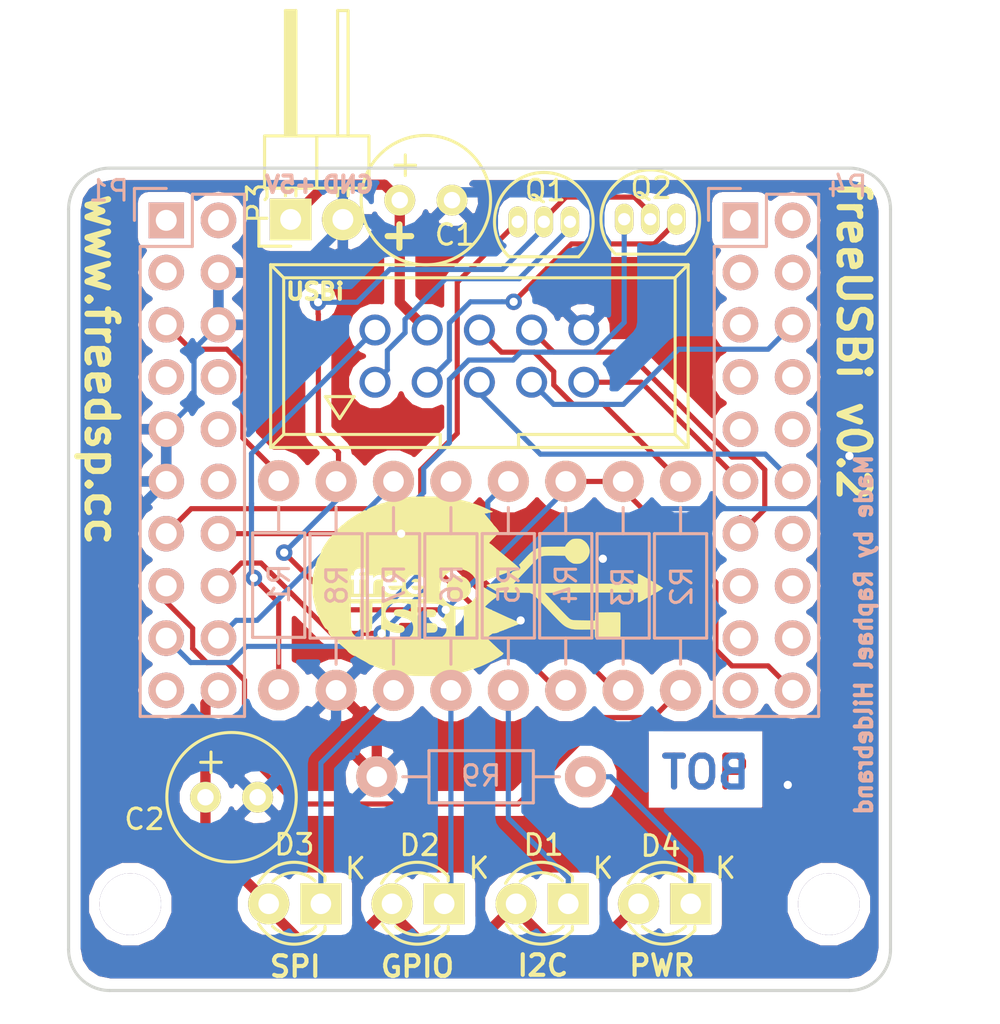
<source format=kicad_pcb>
(kicad_pcb (version 4) (host pcbnew "(2015-05-19 BZR 5670)-product")

  (general
    (links 42)
    (no_connects 0)
    (area 96.511474 131.622499 145.490046 181.77626)
    (thickness 1.6)
    (drawings 21)
    (tracks 246)
    (zones 0)
    (modules 24)
    (nets 47)
  )

  (page A4)
  (layers
    (0 F.Cu signal)
    (31 B.Cu signal)
    (32 B.Adhes user)
    (33 F.Adhes user)
    (34 B.Paste user)
    (35 F.Paste user)
    (36 B.SilkS user hide)
    (37 F.SilkS user)
    (38 B.Mask user hide)
    (39 F.Mask user hide)
    (40 Dwgs.User user)
    (41 Cmts.User user)
    (42 Eco1.User user)
    (43 Eco2.User user)
    (44 Edge.Cuts user)
    (45 Margin user)
    (46 B.CrtYd user)
    (47 F.CrtYd user)
    (48 B.Fab user)
    (49 F.Fab user)
  )

  (setup
    (last_trace_width 0.5)
    (trace_clearance 0.2)
    (zone_clearance 0.508)
    (zone_45_only no)
    (trace_min 0.2)
    (segment_width 0.2)
    (edge_width 0.15)
    (via_size 0.8)
    (via_drill 0.4)
    (via_min_size 0.8)
    (via_min_drill 0.3)
    (uvia_size 0.3)
    (uvia_drill 0.1)
    (uvias_allowed no)
    (uvia_min_size 0.2)
    (uvia_min_drill 0.1)
    (pcb_text_width 0.3)
    (pcb_text_size 1.5 1.5)
    (mod_edge_width 0.15)
    (mod_text_size 1 1)
    (mod_text_width 0.15)
    (pad_size 1.524 1.524)
    (pad_drill 0.762)
    (pad_to_mask_clearance 0.2)
    (aux_axis_origin 100 180)
    (visible_elements 7FFEFFFF)
    (pcbplotparams
      (layerselection 0x010f8_80000001)
      (usegerberextensions true)
      (excludeedgelayer true)
      (linewidth 0.150000)
      (plotframeref false)
      (viasonmask false)
      (mode 1)
      (useauxorigin true)
      (hpglpennumber 1)
      (hpglpenspeed 20)
      (hpglpendiameter 15)
      (hpglpenoverlay 2)
      (psnegative false)
      (psa4output false)
      (plotreference true)
      (plotvalue false)
      (plotinvisibletext false)
      (padsonsilk false)
      (subtractmaskfromsilk true)
      (outputformat 1)
      (mirror false)
      (drillshape 0)
      (scaleselection 1)
      (outputdirectory GERBER/))
  )

  (net 0 "")
  (net 1 GND)
  (net 2 +5VD)
  (net 3 "Net-(D1-Pad1)")
  (net 4 +3V3)
  (net 5 "Net-(D2-Pad1)")
  (net 6 "Net-(D3-Pad1)")
  (net 7 "Net-(D4-Pad1)")
  (net 8 "Net-(P1-Pad1)")
  (net 9 "Net-(P1-Pad2)")
  (net 10 "Net-(P1-Pad3)")
  (net 11 "Net-(P1-Pad5)")
  (net 12 "Net-(P1-Pad7)")
  (net 13 "Net-(P1-Pad8)")
  (net 14 "Net-(P1-Pad12)")
  (net 15 SCL)
  (net 16 SDA)
  (net 17 "Net-(P1-Pad15)")
  (net 18 LED_1)
  (net 19 LED_2)
  (net 20 LED_3)
  (net 21 "Net-(P2-Pad1)")
  (net 22 USB_CLK)
  (net 23 "Net-(P2-Pad3)")
  (net 24 COUT)
  (net 25 BRD_~RESET)
  (net 26 CCLK)
  (net 27 CDATA)
  (net 28 ~CLATCH1)
  (net 29 "Net-(P4-Pad1)")
  (net 30 "Net-(P4-Pad2)")
  (net 31 "Net-(P4-Pad3)")
  (net 32 "Net-(P4-Pad4)")
  (net 33 "Net-(P4-Pad5)")
  (net 34 "Net-(P4-Pad7)")
  (net 35 "Net-(P4-Pad8)")
  (net 36 "Net-(P4-Pad9)")
  (net 37 "Net-(P4-Pad10)")
  (net 38 "Net-(P4-Pad14)")
  (net 39 "Net-(P4-Pad15)")
  (net 40 "Net-(P4-Pad16)")
  (net 41 "Net-(P4-Pad17)")
  (net 42 "Net-(P4-Pad18)")
  (net 43 "Net-(P4-Pad19)")
  (net 44 USB_PWR_ON)
  (net 45 "Net-(P1-Pad10)")
  (net 46 "Net-(P1-Pad19)")

  (net_class Default "Dies ist die voreingestellte Netzklasse."
    (clearance 0.2)
    (trace_width 0.25)
    (via_dia 0.8)
    (via_drill 0.4)
    (uvia_dia 0.3)
    (uvia_drill 0.1)
    (add_net +3V3)
    (add_net +5VD)
    (add_net BRD_~RESET)
    (add_net CCLK)
    (add_net CDATA)
    (add_net COUT)
    (add_net GND)
    (add_net LED_1)
    (add_net LED_2)
    (add_net LED_3)
    (add_net "Net-(D1-Pad1)")
    (add_net "Net-(D2-Pad1)")
    (add_net "Net-(D3-Pad1)")
    (add_net "Net-(D4-Pad1)")
    (add_net "Net-(P1-Pad1)")
    (add_net "Net-(P1-Pad10)")
    (add_net "Net-(P1-Pad12)")
    (add_net "Net-(P1-Pad15)")
    (add_net "Net-(P1-Pad19)")
    (add_net "Net-(P1-Pad2)")
    (add_net "Net-(P1-Pad3)")
    (add_net "Net-(P1-Pad5)")
    (add_net "Net-(P1-Pad7)")
    (add_net "Net-(P1-Pad8)")
    (add_net "Net-(P2-Pad1)")
    (add_net "Net-(P2-Pad3)")
    (add_net "Net-(P4-Pad1)")
    (add_net "Net-(P4-Pad10)")
    (add_net "Net-(P4-Pad14)")
    (add_net "Net-(P4-Pad15)")
    (add_net "Net-(P4-Pad16)")
    (add_net "Net-(P4-Pad17)")
    (add_net "Net-(P4-Pad18)")
    (add_net "Net-(P4-Pad19)")
    (add_net "Net-(P4-Pad2)")
    (add_net "Net-(P4-Pad3)")
    (add_net "Net-(P4-Pad4)")
    (add_net "Net-(P4-Pad5)")
    (add_net "Net-(P4-Pad7)")
    (add_net "Net-(P4-Pad8)")
    (add_net "Net-(P4-Pad9)")
    (add_net SCL)
    (add_net SDA)
    (add_net USB_CLK)
    (add_net USB_PWR_ON)
    (add_net ~CLATCH1)
  )

  (module Resistors_ThroughHole:Resistor_Horizontal_RM10mm (layer B.Cu) (tedit 55E061C7) (tstamp 55DF0450)
    (at 118.606 160.32 90)
    (descr "Resistor, Axial,  RM 10mm, 1/3W,")
    (tags "Resistor, Axial, RM 10mm, 1/3W,")
    (path /55DCB6ED)
    (fp_text reference R6 (at 0.0806 0.0527 90) (layer B.SilkS)
      (effects (font (size 1 1) (thickness 0.15)) (justify mirror))
    )
    (fp_text value 470R (at 0.2159 0.7742 90) (layer B.SilkS) hide
      (effects (font (size 1 1) (thickness 0.15)) (justify mirror))
    )
    (fp_line (start -2.54 1.27) (end 2.54 1.27) (layer B.SilkS) (width 0.15))
    (fp_line (start 2.54 1.27) (end 2.54 -1.27) (layer B.SilkS) (width 0.15))
    (fp_line (start 2.54 -1.27) (end -2.54 -1.27) (layer B.SilkS) (width 0.15))
    (fp_line (start -2.54 -1.27) (end -2.54 1.27) (layer B.SilkS) (width 0.15))
    (fp_line (start -2.54 0) (end -3.81 0) (layer B.SilkS) (width 0.15))
    (fp_line (start 2.54 0) (end 3.81 0) (layer B.SilkS) (width 0.15))
    (pad 1 thru_hole circle (at -5.08 0 90) (size 1.99898 1.99898) (drill 1.00076) (layers *.Cu *.SilkS *.Mask)
      (net 5 "Net-(D2-Pad1)"))
    (pad 2 thru_hole circle (at 5.08 0 90) (size 1.99898 1.99898) (drill 1.00076) (layers *.Cu *.SilkS *.Mask)
      (net 19 LED_2))
    (model Resistors_ThroughHole.3dshapes/Resistor_Horizontal_RM10mm.wrl
      (at (xyz 0 0 0))
      (scale (xyz 0.4 0.4 0.4))
      (rotate (xyz 0 0 0))
    )
  )

  (module Socket_Strips:Socket_Strip_Straight_2x10 (layer B.Cu) (tedit 0) (tstamp 55DF03F3)
    (at 104.7522 142.54 270)
    (descr "Through hole socket strip")
    (tags "socket strip")
    (path /55DC68F9)
    (fp_text reference P1 (at -1.4395 2.7959 360) (layer B.SilkS)
      (effects (font (size 1 1) (thickness 0.15)) (justify mirror))
    )
    (fp_text value CONN_02X10 (at 0 3.1 270) (layer B.Fab)
      (effects (font (size 1 1) (thickness 0.15)) (justify mirror))
    )
    (fp_line (start -1.75 1.75) (end -1.75 -4.3) (layer B.CrtYd) (width 0.05))
    (fp_line (start 24.65 1.75) (end 24.65 -4.3) (layer B.CrtYd) (width 0.05))
    (fp_line (start -1.75 1.75) (end 24.65 1.75) (layer B.CrtYd) (width 0.05))
    (fp_line (start -1.75 -4.3) (end 24.65 -4.3) (layer B.CrtYd) (width 0.05))
    (fp_line (start 24.13 -3.81) (end -1.27 -3.81) (layer B.SilkS) (width 0.15))
    (fp_line (start 1.27 1.27) (end 24.13 1.27) (layer B.SilkS) (width 0.15))
    (fp_line (start 24.13 -3.81) (end 24.13 1.27) (layer B.SilkS) (width 0.15))
    (fp_line (start -1.27 -3.81) (end -1.27 -1.27) (layer B.SilkS) (width 0.15))
    (fp_line (start 0 1.55) (end -1.55 1.55) (layer B.SilkS) (width 0.15))
    (fp_line (start -1.27 -1.27) (end 1.27 -1.27) (layer B.SilkS) (width 0.15))
    (fp_line (start 1.27 -1.27) (end 1.27 1.27) (layer B.SilkS) (width 0.15))
    (fp_line (start -1.55 1.55) (end -1.55 0) (layer B.SilkS) (width 0.15))
    (pad 1 thru_hole rect (at 0 0 270) (size 1.7272 1.7272) (drill 1.016) (layers *.Cu *.Mask B.SilkS)
      (net 8 "Net-(P1-Pad1)"))
    (pad 2 thru_hole oval (at 0 -2.54 270) (size 1.7272 1.7272) (drill 1.016) (layers *.Cu *.Mask B.SilkS)
      (net 9 "Net-(P1-Pad2)"))
    (pad 3 thru_hole oval (at 2.54 0 270) (size 1.7272 1.7272) (drill 1.016) (layers *.Cu *.Mask B.SilkS)
      (net 10 "Net-(P1-Pad3)"))
    (pad 4 thru_hole oval (at 2.54 -2.54 270) (size 1.7272 1.7272) (drill 1.016) (layers *.Cu *.Mask B.SilkS)
      (net 1 GND))
    (pad 5 thru_hole oval (at 5.08 0 270) (size 1.7272 1.7272) (drill 1.016) (layers *.Cu *.Mask B.SilkS)
      (net 11 "Net-(P1-Pad5)"))
    (pad 6 thru_hole oval (at 5.08 -2.54 270) (size 1.7272 1.7272) (drill 1.016) (layers *.Cu *.Mask B.SilkS)
      (net 1 GND))
    (pad 7 thru_hole oval (at 7.62 0 270) (size 1.7272 1.7272) (drill 1.016) (layers *.Cu *.Mask B.SilkS)
      (net 12 "Net-(P1-Pad7)"))
    (pad 8 thru_hole oval (at 7.62 -2.54 270) (size 1.7272 1.7272) (drill 1.016) (layers *.Cu *.Mask B.SilkS)
      (net 13 "Net-(P1-Pad8)"))
    (pad 9 thru_hole oval (at 10.16 0 270) (size 1.7272 1.7272) (drill 1.016) (layers *.Cu *.Mask B.SilkS)
      (net 1 GND))
    (pad 10 thru_hole oval (at 10.16 -2.54 270) (size 1.7272 1.7272) (drill 1.016) (layers *.Cu *.Mask B.SilkS)
      (net 45 "Net-(P1-Pad10)"))
    (pad 11 thru_hole oval (at 12.7 0 270) (size 1.7272 1.7272) (drill 1.016) (layers *.Cu *.Mask B.SilkS)
      (net 1 GND))
    (pad 12 thru_hole oval (at 12.7 -2.54 270) (size 1.7272 1.7272) (drill 1.016) (layers *.Cu *.Mask B.SilkS)
      (net 14 "Net-(P1-Pad12)"))
    (pad 13 thru_hole oval (at 15.24 0 270) (size 1.7272 1.7272) (drill 1.016) (layers *.Cu *.Mask B.SilkS)
      (net 15 SCL))
    (pad 14 thru_hole oval (at 15.24 -2.54 270) (size 1.7272 1.7272) (drill 1.016) (layers *.Cu *.Mask B.SilkS)
      (net 16 SDA))
    (pad 15 thru_hole oval (at 17.78 0 270) (size 1.7272 1.7272) (drill 1.016) (layers *.Cu *.Mask B.SilkS)
      (net 17 "Net-(P1-Pad15)"))
    (pad 16 thru_hole oval (at 17.78 -2.54 270) (size 1.7272 1.7272) (drill 1.016) (layers *.Cu *.Mask B.SilkS)
      (net 18 LED_1))
    (pad 17 thru_hole oval (at 20.32 0 270) (size 1.7272 1.7272) (drill 1.016) (layers *.Cu *.Mask B.SilkS)
      (net 19 LED_2))
    (pad 18 thru_hole oval (at 20.32 -2.54 270) (size 1.7272 1.7272) (drill 1.016) (layers *.Cu *.Mask B.SilkS)
      (net 20 LED_3))
    (pad 19 thru_hole oval (at 22.86 0 270) (size 1.7272 1.7272) (drill 1.016) (layers *.Cu *.Mask B.SilkS)
      (net 46 "Net-(P1-Pad19)"))
    (pad 20 thru_hole oval (at 22.86 -2.54 270) (size 1.7272 1.7272) (drill 1.016) (layers *.Cu *.Mask B.SilkS)
      (net 4 +3V3))
    (model Socket_Strips.3dshapes/Socket_Strip_Straight_2x10.wrl
      (at (xyz 0.45 -0.05 0))
      (scale (xyz 1 1 1))
      (rotate (xyz 0 0 180))
    )
  )

  (module Socket_Strips:Socket_Strip_Straight_2x10 (layer B.Cu) (tedit 0) (tstamp 55DF041E)
    (at 132.6922 142.54 270)
    (descr "Through hole socket strip")
    (tags "socket strip")
    (path /55DC6A0D)
    (fp_text reference P4 (at -1.6554 -5.2051 360) (layer B.SilkS)
      (effects (font (size 1 1) (thickness 0.15)) (justify mirror))
    )
    (fp_text value CONN_02X10 (at 0 3.1 270) (layer B.Fab)
      (effects (font (size 1 1) (thickness 0.15)) (justify mirror))
    )
    (fp_line (start -1.75 1.75) (end -1.75 -4.3) (layer B.CrtYd) (width 0.05))
    (fp_line (start 24.65 1.75) (end 24.65 -4.3) (layer B.CrtYd) (width 0.05))
    (fp_line (start -1.75 1.75) (end 24.65 1.75) (layer B.CrtYd) (width 0.05))
    (fp_line (start -1.75 -4.3) (end 24.65 -4.3) (layer B.CrtYd) (width 0.05))
    (fp_line (start 24.13 -3.81) (end -1.27 -3.81) (layer B.SilkS) (width 0.15))
    (fp_line (start 1.27 1.27) (end 24.13 1.27) (layer B.SilkS) (width 0.15))
    (fp_line (start 24.13 -3.81) (end 24.13 1.27) (layer B.SilkS) (width 0.15))
    (fp_line (start -1.27 -3.81) (end -1.27 -1.27) (layer B.SilkS) (width 0.15))
    (fp_line (start 0 1.55) (end -1.55 1.55) (layer B.SilkS) (width 0.15))
    (fp_line (start -1.27 -1.27) (end 1.27 -1.27) (layer B.SilkS) (width 0.15))
    (fp_line (start 1.27 -1.27) (end 1.27 1.27) (layer B.SilkS) (width 0.15))
    (fp_line (start -1.55 1.55) (end -1.55 0) (layer B.SilkS) (width 0.15))
    (pad 1 thru_hole rect (at 0 0 270) (size 1.7272 1.7272) (drill 1.016) (layers *.Cu *.Mask B.SilkS)
      (net 29 "Net-(P4-Pad1)"))
    (pad 2 thru_hole oval (at 0 -2.54 270) (size 1.7272 1.7272) (drill 1.016) (layers *.Cu *.Mask B.SilkS)
      (net 30 "Net-(P4-Pad2)"))
    (pad 3 thru_hole oval (at 2.54 0 270) (size 1.7272 1.7272) (drill 1.016) (layers *.Cu *.Mask B.SilkS)
      (net 31 "Net-(P4-Pad3)"))
    (pad 4 thru_hole oval (at 2.54 -2.54 270) (size 1.7272 1.7272) (drill 1.016) (layers *.Cu *.Mask B.SilkS)
      (net 32 "Net-(P4-Pad4)"))
    (pad 5 thru_hole oval (at 5.08 0 270) (size 1.7272 1.7272) (drill 1.016) (layers *.Cu *.Mask B.SilkS)
      (net 33 "Net-(P4-Pad5)"))
    (pad 6 thru_hole oval (at 5.08 -2.54 270) (size 1.7272 1.7272) (drill 1.016) (layers *.Cu *.Mask B.SilkS)
      (net 26 CCLK))
    (pad 7 thru_hole oval (at 7.62 0 270) (size 1.7272 1.7272) (drill 1.016) (layers *.Cu *.Mask B.SilkS)
      (net 34 "Net-(P4-Pad7)"))
    (pad 8 thru_hole oval (at 7.62 -2.54 270) (size 1.7272 1.7272) (drill 1.016) (layers *.Cu *.Mask B.SilkS)
      (net 35 "Net-(P4-Pad8)"))
    (pad 9 thru_hole oval (at 10.16 0 270) (size 1.7272 1.7272) (drill 1.016) (layers *.Cu *.Mask B.SilkS)
      (net 36 "Net-(P4-Pad9)"))
    (pad 10 thru_hole oval (at 10.16 -2.54 270) (size 1.7272 1.7272) (drill 1.016) (layers *.Cu *.Mask B.SilkS)
      (net 37 "Net-(P4-Pad10)"))
    (pad 11 thru_hole oval (at 12.7 0 270) (size 1.7272 1.7272) (drill 1.016) (layers *.Cu *.Mask B.SilkS)
      (net 28 ~CLATCH1))
    (pad 12 thru_hole oval (at 12.7 -2.54 270) (size 1.7272 1.7272) (drill 1.016) (layers *.Cu *.Mask B.SilkS)
      (net 24 COUT))
    (pad 13 thru_hole oval (at 15.24 0 270) (size 1.7272 1.7272) (drill 1.016) (layers *.Cu *.Mask B.SilkS)
      (net 27 CDATA))
    (pad 14 thru_hole oval (at 15.24 -2.54 270) (size 1.7272 1.7272) (drill 1.016) (layers *.Cu *.Mask B.SilkS)
      (net 38 "Net-(P4-Pad14)"))
    (pad 15 thru_hole oval (at 17.78 0 270) (size 1.7272 1.7272) (drill 1.016) (layers *.Cu *.Mask B.SilkS)
      (net 39 "Net-(P4-Pad15)"))
    (pad 16 thru_hole oval (at 17.78 -2.54 270) (size 1.7272 1.7272) (drill 1.016) (layers *.Cu *.Mask B.SilkS)
      (net 40 "Net-(P4-Pad16)"))
    (pad 17 thru_hole oval (at 20.32 0 270) (size 1.7272 1.7272) (drill 1.016) (layers *.Cu *.Mask B.SilkS)
      (net 41 "Net-(P4-Pad17)"))
    (pad 18 thru_hole oval (at 20.32 -2.54 270) (size 1.7272 1.7272) (drill 1.016) (layers *.Cu *.Mask B.SilkS)
      (net 42 "Net-(P4-Pad18)"))
    (pad 19 thru_hole oval (at 22.86 0 270) (size 1.7272 1.7272) (drill 1.016) (layers *.Cu *.Mask B.SilkS)
      (net 43 "Net-(P4-Pad19)"))
    (pad 20 thru_hole oval (at 22.86 -2.54 270) (size 1.7272 1.7272) (drill 1.016) (layers *.Cu *.Mask B.SilkS)
      (net 44 USB_PWR_ON))
    (model Socket_Strips.3dshapes/Socket_Strip_Straight_2x10.wrl
      (at (xyz 0.45 -0.05 0))
      (scale (xyz 1 1 1))
      (rotate (xyz 0 0 180))
    )
  )

  (module Mounting_Holes:MountingHole_3mm (layer F.Cu) (tedit 55E057AC) (tstamp 55E030F8)
    (at 137 175.8)
    (descr "Mounting hole, Befestigungsbohrung, 3mm, No Annular, Kein Restring,")
    (tags "Mounting hole, Befestigungsbohrung, 3mm, No Annular, Kein Restring,")
    (fp_text reference REF** (at 0 -4.0005) (layer F.SilkS) hide
      (effects (font (size 1 1) (thickness 0.15)))
    )
    (fp_text value MountingHole_3mm (at 1.00076 5.00126) (layer F.Fab)
      (effects (font (size 1 1) (thickness 0.15)))
    )
    (fp_circle (center 0 0) (end 3 0) (layer Cmts.User) (width 0.381))
    (pad 1 thru_hole circle (at 0 0) (size 3 3) (drill 3) (layers))
  )

  (module Connect:VASCH5x2 (layer F.Cu) (tedit 55E055E9) (tstamp 55DF0401)
    (at 119.9922 149.144)
    (descr CONNECTOR)
    (tags CONNECTOR)
    (path /55DC6F72)
    (attr virtual)
    (fp_text reference P2 (at -2.14376 -5.1054) (layer F.SilkS) hide
      (effects (font (size 1 1) (thickness 0.15)))
    )
    (fp_text value CONN_02X05 (at 1.27 6.35) (layer F.Fab)
      (effects (font (size 1 1) (thickness 0.15)))
    )
    (fp_line (start -9.525 -3.81) (end -10.16 -4.445) (layer F.SilkS) (width 0.15))
    (fp_line (start -9.525 3.81) (end -10.16 4.445) (layer F.SilkS) (width 0.15))
    (fp_line (start 9.525 3.81) (end 10.16 4.445) (layer F.SilkS) (width 0.15))
    (fp_line (start 9.525 -3.81) (end 10.16 -4.445) (layer F.SilkS) (width 0.15))
    (fp_line (start 1.905 4.445) (end 1.905 3.81) (layer F.SilkS) (width 0.15))
    (fp_line (start 1.905 3.81) (end 9.525 3.81) (layer F.SilkS) (width 0.15))
    (fp_line (start 9.525 3.81) (end 9.525 -3.81) (layer F.SilkS) (width 0.15))
    (fp_line (start 9.525 -3.81) (end -9.525 -3.81) (layer F.SilkS) (width 0.15))
    (fp_line (start -9.525 -3.81) (end -9.525 3.81) (layer F.SilkS) (width 0.15))
    (fp_line (start -9.525 3.81) (end -1.905 3.81) (layer F.SilkS) (width 0.15))
    (fp_line (start -1.905 3.81) (end -1.905 4.445) (layer F.SilkS) (width 0.15))
    (fp_line (start -10.16 4.445) (end 10.16 4.445) (layer F.SilkS) (width 0.15))
    (fp_line (start 10.16 -4.445) (end -10.16 -4.445) (layer F.SilkS) (width 0.15))
    (fp_line (start -10.16 -4.445) (end -10.16 4.445) (layer F.SilkS) (width 0.15))
    (fp_line (start 10.16 -4.445) (end 10.16 4.445) (layer F.SilkS) (width 0.15))
    (fp_line (start -7.49808 1.9685) (end -6.79958 3.03784) (layer F.SilkS) (width 0.15))
    (fp_line (start -6.79958 3.03784) (end -6.09854 1.9685) (layer F.SilkS) (width 0.15))
    (fp_line (start -6.09854 1.9685) (end -7.49808 1.9685) (layer F.SilkS) (width 0.15))
    (pad 1 thru_hole circle (at -5.08 1.27) (size 1.50622 1.50622) (drill 0.99822) (layers *.Cu *.Mask)
      (net 21 "Net-(P2-Pad1)"))
    (pad 2 thru_hole circle (at -5.08 -1.27) (size 1.50622 1.50622) (drill 0.99822) (layers *.Cu *.Mask)
      (net 22 USB_CLK))
    (pad 3 thru_hole circle (at -2.54 1.27) (size 1.50622 1.50622) (drill 0.99822) (layers *.Cu *.Mask)
      (net 23 "Net-(P2-Pad3)"))
    (pad 4 thru_hole circle (at -2.54 -1.27) (size 1.50622 1.50622) (drill 0.99822) (layers *.Cu *.Mask)
      (net 2 +5VD))
    (pad 5 thru_hole circle (at 0 1.27) (size 1.50622 1.50622) (drill 0.99822) (layers *.Cu *.Mask)
      (net 24 COUT))
    (pad 6 thru_hole circle (at 0 -1.27) (size 1.50622 1.50622) (drill 0.99822) (layers *.Cu *.Mask)
      (net 25 BRD_~RESET))
    (pad 7 thru_hole circle (at 2.54 1.27) (size 1.50622 1.50622) (drill 0.99822) (layers *.Cu *.Mask)
      (net 26 CCLK))
    (pad 8 thru_hole circle (at 2.54 -1.27) (size 1.50622 1.50622) (drill 0.99822) (layers *.Cu *.Mask)
      (net 27 CDATA))
    (pad 9 thru_hole circle (at 5.08 1.27) (size 1.50622 1.50622) (drill 0.99822) (layers *.Cu *.Mask)
      (net 28 ~CLATCH1))
    (pad 10 thru_hole circle (at 5.08 -1.27) (size 1.50622 1.50622) (drill 0.99822) (layers *.Cu *.Mask)
      (net 1 GND))
  )

  (module Capacitors_Elko_ThroughHole:Elko_vert_11.2x6.3mm_RM2.5_CopperClear (layer F.Cu) (tedit 55E00B2C) (tstamp 55DF03C3)
    (at 116.1168 141.5577)
    (descr "Electrolytic Capacitor, vertical, diameter 6,3mm, RM 2,5mm, CopperClear, radial,")
    (tags "Electrolytic Capacitor, vertical, diameter 6,3mm, RM 2,5mm, Elko, Electrolytkondensator, Kondensator gepolt, Durchmesser 6,3mm, CopperClear, radial,")
    (path /55DD3110)
    (fp_text reference C1 (at 2.6832 1.6891) (layer F.SilkS)
      (effects (font (size 1 1) (thickness 0.15)))
    )
    (fp_text value 100u (at 1.74244 -4.43992) (layer F.Fab) hide
      (effects (font (size 1 1) (thickness 0.15)))
    )
    (fp_line (start 0.26924 -1.69926) (end 0.76962 -1.69926) (layer F.SilkS) (width 0.15))
    (fp_line (start 0.26924 -1.69926) (end 0.26924 -2.19964) (layer F.SilkS) (width 0.15))
    (fp_line (start -0.23114 -1.69926) (end 0.26924 -1.69926) (layer F.SilkS) (width 0.15))
    (fp_line (start 0.26924 -1.69926) (end 0.26924 -1.30048) (layer F.SilkS) (width 0.15))
    (fp_line (start 0.26924 -1.30048) (end 0.26924 -1.19888) (layer F.SilkS) (width 0.15))
    (fp_circle (center 1.27 0) (end 4.4196 0) (layer F.SilkS) (width 0.15))
    (pad 2 thru_hole circle (at 2.54 0) (size 1.50114 1.50114) (drill 0.8001) (layers *.Cu *.Mask F.SilkS)
      (net 1 GND))
    (pad 1 thru_hole circle (at 0 0) (size 1.50114 1.50114) (drill 0.8001) (layers *.Cu *.Mask F.SilkS)
      (net 2 +5VD))
    (model Capacitors_Elko_ThroughHole.3dshapes/Elko_vert_11.2x6.3mm_RM2.5_CopperClear.wrl
      (at (xyz 0 0 0))
      (scale (xyz 1 1 1))
      (rotate (xyz 0 0 0))
    )
  )

  (module LEDs:LED-3MM (layer F.Cu) (tedit 55E008E3) (tstamp 55DF03C9)
    (at 124.318 175.784 180)
    (descr "LED 3mm round vertical")
    (tags "LED  3mm round vertical")
    (path /55DCA6C7)
    (fp_text reference D1 (at 1.2023 2.8647 180) (layer F.SilkS)
      (effects (font (size 1 1) (thickness 0.15)))
    )
    (fp_text value LED (at 1.30992 2.98104 180) (layer F.Fab) hide
      (effects (font (size 1 1) (thickness 0.15)))
    )
    (fp_line (start -1.2 2.3) (end 3.8 2.3) (layer F.CrtYd) (width 0.05))
    (fp_line (start 3.8 2.3) (end 3.8 -2.2) (layer F.CrtYd) (width 0.05))
    (fp_line (start 3.8 -2.2) (end -1.2 -2.2) (layer F.CrtYd) (width 0.05))
    (fp_line (start -1.2 -2.2) (end -1.2 2.3) (layer F.CrtYd) (width 0.05))
    (fp_line (start -0.199 1.314) (end -0.199 1.114) (layer F.SilkS) (width 0.15))
    (fp_line (start -0.199 -1.28) (end -0.199 -1.1) (layer F.SilkS) (width 0.15))
    (fp_arc (start 1.301 0.034) (end -0.199 -1.286) (angle 108.5) (layer F.SilkS) (width 0.15))
    (fp_arc (start 1.301 0.034) (end 0.25 -1.1) (angle 85.7) (layer F.SilkS) (width 0.15))
    (fp_arc (start 1.311 0.034) (end 3.051 0.994) (angle 110) (layer F.SilkS) (width 0.15))
    (fp_arc (start 1.301 0.034) (end 2.335 1.094) (angle 87.5) (layer F.SilkS) (width 0.15))
    (fp_text user K (at -1.69 1.74 180) (layer F.SilkS)
      (effects (font (size 1 1) (thickness 0.15)))
    )
    (pad 1 thru_hole rect (at 0 0 270) (size 2 2) (drill 1.00076) (layers *.Cu *.Mask F.SilkS)
      (net 3 "Net-(D1-Pad1)"))
    (pad 2 thru_hole circle (at 2.54 0 180) (size 2 2) (drill 1.00076) (layers *.Cu *.Mask F.SilkS)
      (net 4 +3V3))
    (model LEDs.3dshapes/LED-3MM.wrl
      (at (xyz 0.05 0 0))
      (scale (xyz 1 1 1))
      (rotate (xyz 0 0 90))
    )
  )

  (module LEDs:LED-3MM (layer F.Cu) (tedit 55E008FA) (tstamp 55DF03CF)
    (at 118.278 175.784 180)
    (descr "LED 3mm round vertical")
    (tags "LED  3mm round vertical")
    (path /55DCA733)
    (fp_text reference D2 (at 1.2 2.85 180) (layer F.SilkS)
      (effects (font (size 1 1) (thickness 0.15)))
    )
    (fp_text value LED (at 1.3 -2.9 180) (layer F.Fab) hide
      (effects (font (size 1 1) (thickness 0.15)))
    )
    (fp_line (start -1.2 2.3) (end 3.8 2.3) (layer F.CrtYd) (width 0.05))
    (fp_line (start 3.8 2.3) (end 3.8 -2.2) (layer F.CrtYd) (width 0.05))
    (fp_line (start 3.8 -2.2) (end -1.2 -2.2) (layer F.CrtYd) (width 0.05))
    (fp_line (start -1.2 -2.2) (end -1.2 2.3) (layer F.CrtYd) (width 0.05))
    (fp_line (start -0.199 1.314) (end -0.199 1.114) (layer F.SilkS) (width 0.15))
    (fp_line (start -0.199 -1.28) (end -0.199 -1.1) (layer F.SilkS) (width 0.15))
    (fp_arc (start 1.301 0.034) (end -0.199 -1.286) (angle 108.5) (layer F.SilkS) (width 0.15))
    (fp_arc (start 1.301 0.034) (end 0.25 -1.1) (angle 85.7) (layer F.SilkS) (width 0.15))
    (fp_arc (start 1.311 0.034) (end 3.051 0.994) (angle 110) (layer F.SilkS) (width 0.15))
    (fp_arc (start 1.301 0.034) (end 2.335 1.094) (angle 87.5) (layer F.SilkS) (width 0.15))
    (fp_text user K (at -1.69 1.74 180) (layer F.SilkS)
      (effects (font (size 1 1) (thickness 0.15)))
    )
    (pad 1 thru_hole rect (at 0 0 270) (size 2 2) (drill 1.00076) (layers *.Cu *.Mask F.SilkS)
      (net 5 "Net-(D2-Pad1)"))
    (pad 2 thru_hole circle (at 2.54 0 180) (size 2 2) (drill 1.00076) (layers *.Cu *.Mask F.SilkS)
      (net 4 +3V3))
    (model LEDs.3dshapes/LED-3MM.wrl
      (at (xyz 0.05 0 0))
      (scale (xyz 1 1 1))
      (rotate (xyz 0 0 90))
    )
  )

  (module LEDs:LED-3MM (layer F.Cu) (tedit 55E00910) (tstamp 55DF03D5)
    (at 112.278 175.784 180)
    (descr "LED 3mm round vertical")
    (tags "LED  3mm round vertical")
    (path /55DCA7A3)
    (fp_text reference D3 (at 1.2912 2.8774 180) (layer F.SilkS)
      (effects (font (size 1 1) (thickness 0.15)))
    )
    (fp_text value LED (at -0.66616 3.2714 180) (layer F.Fab) hide
      (effects (font (size 1 1) (thickness 0.15)))
    )
    (fp_line (start -1.2 2.3) (end 3.8 2.3) (layer F.CrtYd) (width 0.05))
    (fp_line (start 3.8 2.3) (end 3.8 -2.2) (layer F.CrtYd) (width 0.05))
    (fp_line (start 3.8 -2.2) (end -1.2 -2.2) (layer F.CrtYd) (width 0.05))
    (fp_line (start -1.2 -2.2) (end -1.2 2.3) (layer F.CrtYd) (width 0.05))
    (fp_line (start -0.199 1.314) (end -0.199 1.114) (layer F.SilkS) (width 0.15))
    (fp_line (start -0.199 -1.28) (end -0.199 -1.1) (layer F.SilkS) (width 0.15))
    (fp_arc (start 1.301 0.034) (end -0.199 -1.286) (angle 108.5) (layer F.SilkS) (width 0.15))
    (fp_arc (start 1.301 0.034) (end 0.25 -1.1) (angle 85.7) (layer F.SilkS) (width 0.15))
    (fp_arc (start 1.311 0.034) (end 3.051 0.994) (angle 110) (layer F.SilkS) (width 0.15))
    (fp_arc (start 1.301 0.034) (end 2.335 1.094) (angle 87.5) (layer F.SilkS) (width 0.15))
    (fp_text user K (at -1.68 1.72 180) (layer F.SilkS)
      (effects (font (size 1 1) (thickness 0.15)))
    )
    (pad 1 thru_hole rect (at 0 0 270) (size 2 2) (drill 1.00076) (layers *.Cu *.Mask F.SilkS)
      (net 6 "Net-(D3-Pad1)"))
    (pad 2 thru_hole circle (at 2.54 0 180) (size 2 2) (drill 1.00076) (layers *.Cu *.Mask F.SilkS)
      (net 4 +3V3))
    (model LEDs.3dshapes/LED-3MM.wrl
      (at (xyz 0.05 0 0))
      (scale (xyz 1 1 1))
      (rotate (xyz 0 0 90))
    )
  )

  (module LEDs:LED-3MM (layer F.Cu) (tedit 55E0091A) (tstamp 55DF03DB)
    (at 130.278 175.784 180)
    (descr "LED 3mm round vertical")
    (tags "LED  3mm round vertical")
    (path /55DE29FA)
    (fp_text reference D4 (at 1.469 2.8139 180) (layer F.SilkS)
      (effects (font (size 1 1) (thickness 0.15)))
    )
    (fp_text value LED (at 2.59132 3.3114 180) (layer F.Fab) hide
      (effects (font (size 1 1) (thickness 0.15)))
    )
    (fp_line (start -1.2 2.3) (end 3.8 2.3) (layer F.CrtYd) (width 0.05))
    (fp_line (start 3.8 2.3) (end 3.8 -2.2) (layer F.CrtYd) (width 0.05))
    (fp_line (start 3.8 -2.2) (end -1.2 -2.2) (layer F.CrtYd) (width 0.05))
    (fp_line (start -1.2 -2.2) (end -1.2 2.3) (layer F.CrtYd) (width 0.05))
    (fp_line (start -0.199 1.314) (end -0.199 1.114) (layer F.SilkS) (width 0.15))
    (fp_line (start -0.199 -1.28) (end -0.199 -1.1) (layer F.SilkS) (width 0.15))
    (fp_arc (start 1.301 0.034) (end -0.199 -1.286) (angle 108.5) (layer F.SilkS) (width 0.15))
    (fp_arc (start 1.301 0.034) (end 0.25 -1.1) (angle 85.7) (layer F.SilkS) (width 0.15))
    (fp_arc (start 1.311 0.034) (end 3.051 0.994) (angle 110) (layer F.SilkS) (width 0.15))
    (fp_arc (start 1.301 0.034) (end 2.335 1.094) (angle 87.5) (layer F.SilkS) (width 0.15))
    (fp_text user K (at -1.69 1.74 180) (layer F.SilkS)
      (effects (font (size 1 1) (thickness 0.15)))
    )
    (pad 1 thru_hole rect (at 0 0 270) (size 2 2) (drill 1.00076) (layers *.Cu *.Mask F.SilkS)
      (net 7 "Net-(D4-Pad1)"))
    (pad 2 thru_hole circle (at 2.54 0 180) (size 2 2) (drill 1.00076) (layers *.Cu *.Mask F.SilkS)
      (net 4 +3V3))
    (model LEDs.3dshapes/LED-3MM.wrl
      (at (xyz 0.05 0 0))
      (scale (xyz 1 1 1))
      (rotate (xyz 0 0 90))
    )
  )

  (module Housings_TO-92:TO-92_Inline_Narrow_Oval (layer F.Cu) (tedit 54F24281) (tstamp 55DF0425)
    (at 121.8572 142.6118)
    (descr "TO-92 leads in-line, narrow, oval pads, drill 0.6mm (see NXP sot054_po.pdf)")
    (tags "to-92 sc-43 sc-43a sot54 PA33 transistor")
    (path /55DD9079)
    (fp_text reference Q1 (at 1.3462 -1.524) (layer F.SilkS)
      (effects (font (size 1 1) (thickness 0.15)))
    )
    (fp_text value Q_NMOS_DGS (at 0 3) (layer F.Fab)
      (effects (font (size 1 1) (thickness 0.15)))
    )
    (fp_line (start -1.4 1.95) (end -1.4 -2.65) (layer F.CrtYd) (width 0.05))
    (fp_line (start -1.4 1.95) (end 3.95 1.95) (layer F.CrtYd) (width 0.05))
    (fp_line (start -0.43 1.7) (end 2.97 1.7) (layer F.SilkS) (width 0.15))
    (fp_arc (start 1.27 0) (end 1.27 -2.4) (angle -135) (layer F.SilkS) (width 0.15))
    (fp_arc (start 1.27 0) (end 1.27 -2.4) (angle 135) (layer F.SilkS) (width 0.15))
    (fp_line (start -1.4 -2.65) (end 3.95 -2.65) (layer F.CrtYd) (width 0.05))
    (fp_line (start 3.95 1.95) (end 3.95 -2.65) (layer F.CrtYd) (width 0.05))
    (pad 2 thru_hole oval (at 1.27 0 180) (size 0.89916 1.50114) (drill 0.6) (layers *.Cu *.Mask F.SilkS)
      (net 44 USB_PWR_ON))
    (pad 3 thru_hole oval (at 2.54 0 180) (size 0.89916 1.50114) (drill 0.6) (layers *.Cu *.Mask F.SilkS)
      (net 21 "Net-(P2-Pad1)"))
    (pad 1 thru_hole oval (at 0 0 180) (size 0.89916 1.50114) (drill 0.6) (layers *.Cu *.Mask F.SilkS)
      (net 15 SCL))
    (model Housings_TO-92.3dshapes/TO-92_Inline_Narrow_Oval.wrl
      (at (xyz 0.05 0 0))
      (scale (xyz 1 1 1))
      (rotate (xyz 0 0 -90))
    )
  )

  (module Housings_TO-92:TO-92_Inline_Narrow_Oval (layer F.Cu) (tedit 54F24281) (tstamp 55DF042C)
    (at 127.0388 142.4848)
    (descr "TO-92 leads in-line, narrow, oval pads, drill 0.6mm (see NXP sot054_po.pdf)")
    (tags "to-92 sc-43 sc-43a sot54 PA33 transistor")
    (path /55DD9A11)
    (fp_text reference Q2 (at 1.3081 -1.5113) (layer F.SilkS)
      (effects (font (size 1 1) (thickness 0.15)))
    )
    (fp_text value Q_NMOS_DGS (at 0 3) (layer F.Fab)
      (effects (font (size 1 1) (thickness 0.15)))
    )
    (fp_line (start -1.4 1.95) (end -1.4 -2.65) (layer F.CrtYd) (width 0.05))
    (fp_line (start -1.4 1.95) (end 3.95 1.95) (layer F.CrtYd) (width 0.05))
    (fp_line (start -0.43 1.7) (end 2.97 1.7) (layer F.SilkS) (width 0.15))
    (fp_arc (start 1.27 0) (end 1.27 -2.4) (angle -135) (layer F.SilkS) (width 0.15))
    (fp_arc (start 1.27 0) (end 1.27 -2.4) (angle 135) (layer F.SilkS) (width 0.15))
    (fp_line (start -1.4 -2.65) (end 3.95 -2.65) (layer F.CrtYd) (width 0.05))
    (fp_line (start 3.95 1.95) (end 3.95 -2.65) (layer F.CrtYd) (width 0.05))
    (pad 2 thru_hole oval (at 1.27 0 180) (size 0.89916 1.50114) (drill 0.6) (layers *.Cu *.Mask F.SilkS)
      (net 44 USB_PWR_ON))
    (pad 3 thru_hole oval (at 2.54 0 180) (size 0.89916 1.50114) (drill 0.6) (layers *.Cu *.Mask F.SilkS)
      (net 23 "Net-(P2-Pad3)"))
    (pad 1 thru_hole oval (at 0 0 180) (size 0.89916 1.50114) (drill 0.6) (layers *.Cu *.Mask F.SilkS)
      (net 16 SDA))
    (model Housings_TO-92.3dshapes/TO-92_Inline_Narrow_Oval.wrl
      (at (xyz 0.05 0 0))
      (scale (xyz 1 1 1))
      (rotate (xyz 0 0 -90))
    )
  )

  (module Resistors_ThroughHole:Resistor_Horizontal_RM10mm (layer B.Cu) (tedit 55E061CD) (tstamp 55DF0432)
    (at 110.224 160.284 270)
    (descr "Resistor, Axial,  RM 10mm, 1/3W,")
    (tags "Resistor, Axial, RM 10mm, 1/3W,")
    (path /55DC7A7D)
    (fp_text reference R1 (at -0.0679 -0.0273 270) (layer B.SilkS)
      (effects (font (size 1 1) (thickness 0.15)) (justify mirror))
    )
    (fp_text value 49R9 (at -0.0889 -0.7234 270) (layer B.SilkS) hide
      (effects (font (size 1 1) (thickness 0.15)) (justify mirror))
    )
    (fp_line (start -2.54 1.27) (end 2.54 1.27) (layer B.SilkS) (width 0.15))
    (fp_line (start 2.54 1.27) (end 2.54 -1.27) (layer B.SilkS) (width 0.15))
    (fp_line (start 2.54 -1.27) (end -2.54 -1.27) (layer B.SilkS) (width 0.15))
    (fp_line (start -2.54 -1.27) (end -2.54 1.27) (layer B.SilkS) (width 0.15))
    (fp_line (start -2.54 0) (end -3.81 0) (layer B.SilkS) (width 0.15))
    (fp_line (start 2.54 0) (end 3.81 0) (layer B.SilkS) (width 0.15))
    (pad 1 thru_hole circle (at -5.08 0 270) (size 1.99898 1.99898) (drill 1.00076) (layers *.Cu *.SilkS *.Mask)
      (net 11 "Net-(P1-Pad5)"))
    (pad 2 thru_hole circle (at 5.08 0 270) (size 1.99898 1.99898) (drill 1.00076) (layers *.Cu *.SilkS *.Mask)
      (net 22 USB_CLK))
    (model Resistors_ThroughHole.3dshapes/Resistor_Horizontal_RM10mm.wrl
      (at (xyz 0 0 0))
      (scale (xyz 0.4 0.4 0.4))
      (rotate (xyz 0 0 0))
    )
  )

  (module Resistors_ThroughHole:Resistor_Horizontal_RM10mm (layer B.Cu) (tedit 55E00A5C) (tstamp 55DF0438)
    (at 129.782 160.32 90)
    (descr "Resistor, Axial,  RM 10mm, 1/3W,")
    (tags "Resistor, Axial, RM 10mm, 1/3W,")
    (path /55DC842C)
    (fp_text reference R2 (at -0.021 0.0527 90) (layer B.SilkS)
      (effects (font (size 1 1) (thickness 0.15)) (justify mirror))
    )
    (fp_text value 470R (at 0.1524 0.7996 90) (layer B.Fab) hide
      (effects (font (size 1 1) (thickness 0.15)) (justify mirror))
    )
    (fp_line (start -2.54 1.27) (end 2.54 1.27) (layer B.SilkS) (width 0.15))
    (fp_line (start 2.54 1.27) (end 2.54 -1.27) (layer B.SilkS) (width 0.15))
    (fp_line (start 2.54 -1.27) (end -2.54 -1.27) (layer B.SilkS) (width 0.15))
    (fp_line (start -2.54 -1.27) (end -2.54 1.27) (layer B.SilkS) (width 0.15))
    (fp_line (start -2.54 0) (end -3.81 0) (layer B.SilkS) (width 0.15))
    (fp_line (start 2.54 0) (end 3.81 0) (layer B.SilkS) (width 0.15))
    (pad 1 thru_hole circle (at -5.08 0 90) (size 1.99898 1.99898) (drill 1.00076) (layers *.Cu *.SilkS *.Mask)
      (net 17 "Net-(P1-Pad15)"))
    (pad 2 thru_hole circle (at 5.08 0 90) (size 1.99898 1.99898) (drill 1.00076) (layers *.Cu *.SilkS *.Mask)
      (net 25 BRD_~RESET))
    (model Resistors_ThroughHole.3dshapes/Resistor_Horizontal_RM10mm.wrl
      (at (xyz 0 0 0))
      (scale (xyz 0.4 0.4 0.4))
      (rotate (xyz 0 0 0))
    )
  )

  (module Resistors_ThroughHole:Resistor_Horizontal_RM10mm (layer B.Cu) (tedit 55E061C0) (tstamp 55DF043E)
    (at 126.988 160.32 90)
    (descr "Resistor, Axial,  RM 10mm, 1/3W,")
    (tags "Resistor, Axial, RM 10mm, 1/3W,")
    (path /55DD963C)
    (fp_text reference R3 (at -0.0464 -0.0108 90) (layer B.SilkS)
      (effects (font (size 1 1) (thickness 0.15)) (justify mirror))
    )
    (fp_text value 10k (at 0.2623 0.75452 90) (layer B.SilkS) hide
      (effects (font (size 1 1) (thickness 0.15)) (justify mirror))
    )
    (fp_line (start -2.54 1.27) (end 2.54 1.27) (layer B.SilkS) (width 0.15))
    (fp_line (start 2.54 1.27) (end 2.54 -1.27) (layer B.SilkS) (width 0.15))
    (fp_line (start 2.54 -1.27) (end -2.54 -1.27) (layer B.SilkS) (width 0.15))
    (fp_line (start -2.54 -1.27) (end -2.54 1.27) (layer B.SilkS) (width 0.15))
    (fp_line (start -2.54 0) (end -3.81 0) (layer B.SilkS) (width 0.15))
    (fp_line (start 2.54 0) (end 3.81 0) (layer B.SilkS) (width 0.15))
    (pad 1 thru_hole circle (at -5.08 0 90) (size 1.99898 1.99898) (drill 1.00076) (layers *.Cu *.SilkS *.Mask)
      (net 15 SCL))
    (pad 2 thru_hole circle (at 5.08 0 90) (size 1.99898 1.99898) (drill 1.00076) (layers *.Cu *.SilkS *.Mask)
      (net 44 USB_PWR_ON))
    (model Resistors_ThroughHole.3dshapes/Resistor_Horizontal_RM10mm.wrl
      (at (xyz 0 0 0))
      (scale (xyz 0.4 0.4 0.4))
      (rotate (xyz 0 0 0))
    )
  )

  (module Resistors_ThroughHole:Resistor_Horizontal_RM10mm (layer B.Cu) (tedit 55E061C3) (tstamp 55DF0444)
    (at 124.194 160.3156 270)
    (descr "Resistor, Axial,  RM 10mm, 1/3W,")
    (tags "Resistor, Axial, RM 10mm, 1/3W,")
    (path /55DD9B84)
    (fp_text reference R4 (at -0.0679 -0.0273 270) (layer B.SilkS)
      (effects (font (size 1 1) (thickness 0.15)) (justify mirror))
    )
    (fp_text value 10k (at -0.1905 -0.7361 270) (layer B.SilkS) hide
      (effects (font (size 1 1) (thickness 0.15)) (justify mirror))
    )
    (fp_line (start -2.54 1.27) (end 2.54 1.27) (layer B.SilkS) (width 0.15))
    (fp_line (start 2.54 1.27) (end 2.54 -1.27) (layer B.SilkS) (width 0.15))
    (fp_line (start 2.54 -1.27) (end -2.54 -1.27) (layer B.SilkS) (width 0.15))
    (fp_line (start -2.54 -1.27) (end -2.54 1.27) (layer B.SilkS) (width 0.15))
    (fp_line (start -2.54 0) (end -3.81 0) (layer B.SilkS) (width 0.15))
    (fp_line (start 2.54 0) (end 3.81 0) (layer B.SilkS) (width 0.15))
    (pad 1 thru_hole circle (at -5.08 0 270) (size 1.99898 1.99898) (drill 1.00076) (layers *.Cu *.SilkS *.Mask)
      (net 44 USB_PWR_ON))
    (pad 2 thru_hole circle (at 5.08 0 270) (size 1.99898 1.99898) (drill 1.00076) (layers *.Cu *.SilkS *.Mask)
      (net 16 SDA))
    (model Resistors_ThroughHole.3dshapes/Resistor_Horizontal_RM10mm.wrl
      (at (xyz 0 0 0))
      (scale (xyz 0.4 0.4 0.4))
      (rotate (xyz 0 0 0))
    )
  )

  (module Resistors_ThroughHole:Resistor_Horizontal_RM10mm (layer B.Cu) (tedit 55E061C5) (tstamp 55DF044A)
    (at 121.4 160.3156 90)
    (descr "Resistor, Axial,  RM 10mm, 1/3W,")
    (tags "Resistor, Axial, RM 10mm, 1/3W,")
    (path /55DCA80B)
    (fp_text reference R5 (at 0.0806 0.0273 90) (layer B.SilkS)
      (effects (font (size 1 1) (thickness 0.15)) (justify mirror))
    )
    (fp_text value 470R (at 0.1778 0.7996 90) (layer B.SilkS) hide
      (effects (font (size 1 1) (thickness 0.15)) (justify mirror))
    )
    (fp_line (start -2.54 1.27) (end 2.54 1.27) (layer B.SilkS) (width 0.15))
    (fp_line (start 2.54 1.27) (end 2.54 -1.27) (layer B.SilkS) (width 0.15))
    (fp_line (start 2.54 -1.27) (end -2.54 -1.27) (layer B.SilkS) (width 0.15))
    (fp_line (start -2.54 -1.27) (end -2.54 1.27) (layer B.SilkS) (width 0.15))
    (fp_line (start -2.54 0) (end -3.81 0) (layer B.SilkS) (width 0.15))
    (fp_line (start 2.54 0) (end 3.81 0) (layer B.SilkS) (width 0.15))
    (pad 1 thru_hole circle (at -5.08 0 90) (size 1.99898 1.99898) (drill 1.00076) (layers *.Cu *.SilkS *.Mask)
      (net 3 "Net-(D1-Pad1)"))
    (pad 2 thru_hole circle (at 5.08 0 90) (size 1.99898 1.99898) (drill 1.00076) (layers *.Cu *.SilkS *.Mask)
      (net 18 LED_1))
    (model Resistors_ThroughHole.3dshapes/Resistor_Horizontal_RM10mm.wrl
      (at (xyz 0 0 0))
      (scale (xyz 0.4 0.4 0.4))
      (rotate (xyz 0 0 0))
    )
  )

  (module Resistors_ThroughHole:Resistor_Horizontal_RM10mm (layer B.Cu) (tedit 55E061C9) (tstamp 55DF0456)
    (at 115.812 160.32 90)
    (descr "Resistor, Axial,  RM 10mm, 1/3W,")
    (tags "Resistor, Axial, RM 10mm, 1/3W,")
    (path /55DCB761)
    (fp_text reference R7 (at 0.0806 0.04 90) (layer B.SilkS)
      (effects (font (size 1 1) (thickness 0.15)) (justify mirror))
    )
    (fp_text value 470R (at 0.1905 0.7869 90) (layer B.SilkS) hide
      (effects (font (size 1 1) (thickness 0.15)) (justify mirror))
    )
    (fp_line (start -2.54 1.27) (end 2.54 1.27) (layer B.SilkS) (width 0.15))
    (fp_line (start 2.54 1.27) (end 2.54 -1.27) (layer B.SilkS) (width 0.15))
    (fp_line (start 2.54 -1.27) (end -2.54 -1.27) (layer B.SilkS) (width 0.15))
    (fp_line (start -2.54 -1.27) (end -2.54 1.27) (layer B.SilkS) (width 0.15))
    (fp_line (start -2.54 0) (end -3.81 0) (layer B.SilkS) (width 0.15))
    (fp_line (start 2.54 0) (end 3.81 0) (layer B.SilkS) (width 0.15))
    (pad 1 thru_hole circle (at -5.08 0 90) (size 1.99898 1.99898) (drill 1.00076) (layers *.Cu *.SilkS *.Mask)
      (net 6 "Net-(D3-Pad1)"))
    (pad 2 thru_hole circle (at 5.08 0 90) (size 1.99898 1.99898) (drill 1.00076) (layers *.Cu *.SilkS *.Mask)
      (net 20 LED_3))
    (model Resistors_ThroughHole.3dshapes/Resistor_Horizontal_RM10mm.wrl
      (at (xyz 0 0 0))
      (scale (xyz 0.4 0.4 0.4))
      (rotate (xyz 0 0 0))
    )
  )

  (module Resistors_ThroughHole:Resistor_Horizontal_RM10mm (layer B.Cu) (tedit 55E061CB) (tstamp 55DF045C)
    (at 113.018 160.32 90)
    (descr "Resistor, Axial,  RM 10mm, 1/3W,")
    (tags "Resistor, Axial, RM 10mm, 1/3W,")
    (path /55DF0FD6)
    (fp_text reference R8 (at 0.0425 0.04 90) (layer B.SilkS)
      (effects (font (size 1 1) (thickness 0.15)) (justify mirror))
    )
    (fp_text value 1M (at 0.0127 0.7869 90) (layer B.SilkS) hide
      (effects (font (size 1 1) (thickness 0.15)) (justify mirror))
    )
    (fp_line (start -2.54 1.27) (end 2.54 1.27) (layer B.SilkS) (width 0.15))
    (fp_line (start 2.54 1.27) (end 2.54 -1.27) (layer B.SilkS) (width 0.15))
    (fp_line (start 2.54 -1.27) (end -2.54 -1.27) (layer B.SilkS) (width 0.15))
    (fp_line (start -2.54 -1.27) (end -2.54 1.27) (layer B.SilkS) (width 0.15))
    (fp_line (start -2.54 0) (end -3.81 0) (layer B.SilkS) (width 0.15))
    (fp_line (start 2.54 0) (end 3.81 0) (layer B.SilkS) (width 0.15))
    (pad 1 thru_hole circle (at -5.08 0 90) (size 1.99898 1.99898) (drill 1.00076) (layers *.Cu *.SilkS *.Mask)
      (net 1 GND))
    (pad 2 thru_hole circle (at 5.08 0 90) (size 1.99898 1.99898) (drill 1.00076) (layers *.Cu *.SilkS *.Mask)
      (net 44 USB_PWR_ON))
    (model Resistors_ThroughHole.3dshapes/Resistor_Horizontal_RM10mm.wrl
      (at (xyz 0 0 0))
      (scale (xyz 0.4 0.4 0.4))
      (rotate (xyz 0 0 0))
    )
  )

  (module Resistors_ThroughHole:Resistor_Horizontal_RM10mm (layer B.Cu) (tedit 55E061BD) (tstamp 55DF0462)
    (at 120.078 169.604 180)
    (descr "Resistor, Axial,  RM 10mm, 1/3W,")
    (tags "Resistor, Axial, RM 10mm, 1/3W,")
    (path /55DE295D)
    (fp_text reference R9 (at 0.0007 0.0424 180) (layer B.SilkS)
      (effects (font (size 1 1) (thickness 0.15)) (justify mirror))
    )
    (fp_text value 470R (at -0.0381 -0.5715 180) (layer B.SilkS) hide
      (effects (font (size 1 1) (thickness 0.15)) (justify mirror))
    )
    (fp_line (start -2.54 1.27) (end 2.54 1.27) (layer B.SilkS) (width 0.15))
    (fp_line (start 2.54 1.27) (end 2.54 -1.27) (layer B.SilkS) (width 0.15))
    (fp_line (start 2.54 -1.27) (end -2.54 -1.27) (layer B.SilkS) (width 0.15))
    (fp_line (start -2.54 -1.27) (end -2.54 1.27) (layer B.SilkS) (width 0.15))
    (fp_line (start -2.54 0) (end -3.81 0) (layer B.SilkS) (width 0.15))
    (fp_line (start 2.54 0) (end 3.81 0) (layer B.SilkS) (width 0.15))
    (pad 1 thru_hole circle (at -5.08 0 180) (size 1.99898 1.99898) (drill 1.00076) (layers *.Cu *.SilkS *.Mask)
      (net 7 "Net-(D4-Pad1)"))
    (pad 2 thru_hole circle (at 5.08 0 180) (size 1.99898 1.99898) (drill 1.00076) (layers *.Cu *.SilkS *.Mask)
      (net 1 GND))
    (model Resistors_ThroughHole.3dshapes/Resistor_Horizontal_RM10mm.wrl
      (at (xyz 0 0 0))
      (scale (xyz 0.4 0.4 0.4))
      (rotate (xyz 0 0 0))
    )
  )

  (module Mounting_Holes:MountingHole_3mm (layer F.Cu) (tedit 55E057AF) (tstamp 55E030F1)
    (at 103 175.8)
    (descr "Mounting hole, Befestigungsbohrung, 3mm, No Annular, Kein Restring,")
    (tags "Mounting hole, Befestigungsbohrung, 3mm, No Annular, Kein Restring,")
    (fp_text reference REF** (at 0 -4.0005) (layer F.SilkS) hide
      (effects (font (size 1 1) (thickness 0.15)))
    )
    (fp_text value MountingHole_3mm (at 1.00076 5.00126) (layer F.Fab)
      (effects (font (size 1 1) (thickness 0.15)))
    )
    (fp_circle (center 0 0) (end 3 0) (layer Cmts.User) (width 0.381))
    (pad 1 thru_hole circle (at 0 0) (size 3 3) (drill 3) (layers))
  )

  (module Capacitors_Elko_ThroughHole:Elko_vert_11.2x6.3mm_RM2.5_CopperClear (layer F.Cu) (tedit 5454A12B) (tstamp 55E03597)
    (at 106.66 170.6)
    (descr "Electrolytic Capacitor, vertical, diameter 6,3mm, RM 2,5mm, CopperClear, radial,")
    (tags "Electrolytic Capacitor, vertical, diameter 6,3mm, RM 2,5mm, Elko, Electrolytkondensator, Kondensator gepolt, Durchmesser 6,3mm, CopperClear, radial,")
    (path /55E0371F)
    (fp_text reference C2 (at -2.9684 1.0688) (layer F.SilkS)
      (effects (font (size 1 1) (thickness 0.15)))
    )
    (fp_text value 100u (at 1.27 5.08) (layer F.Fab)
      (effects (font (size 1 1) (thickness 0.15)))
    )
    (fp_line (start 0.26924 -1.69926) (end 0.76962 -1.69926) (layer F.SilkS) (width 0.15))
    (fp_line (start 0.26924 -1.69926) (end 0.26924 -2.19964) (layer F.SilkS) (width 0.15))
    (fp_line (start -0.23114 -1.69926) (end 0.26924 -1.69926) (layer F.SilkS) (width 0.15))
    (fp_line (start 0.26924 -1.69926) (end 0.26924 -1.30048) (layer F.SilkS) (width 0.15))
    (fp_line (start 0.26924 -1.30048) (end 0.26924 -1.19888) (layer F.SilkS) (width 0.15))
    (fp_circle (center 1.27 0) (end 4.4196 0) (layer F.SilkS) (width 0.15))
    (pad 2 thru_hole circle (at 2.54 0) (size 1.50114 1.50114) (drill 0.8001) (layers *.Cu *.Mask F.SilkS)
      (net 1 GND))
    (pad 1 thru_hole circle (at 0 0) (size 1.50114 1.50114) (drill 0.8001) (layers *.Cu *.Mask F.SilkS)
      (net 4 +3V3))
    (model Capacitors_Elko_ThroughHole.3dshapes/Elko_vert_11.2x6.3mm_RM2.5_CopperClear.wrl
      (at (xyz 0 0 0))
      (scale (xyz 1 1 1))
      (rotate (xyz 0 0 0))
    )
  )

  (module Pin_Headers:Pin_Header_Angled_1x02 (layer F.Cu) (tedit 0) (tstamp 55E069F2)
    (at 110.8082 142.4975 90)
    (descr "Through hole pin header")
    (tags "pin header")
    (path /55E06A13)
    (fp_text reference P3 (at 0.7975 -1.6082 90) (layer F.SilkS)
      (effects (font (size 1 1) (thickness 0.15)))
    )
    (fp_text value CONN_01X02 (at 0 -3.1 90) (layer F.Fab)
      (effects (font (size 1 1) (thickness 0.15)))
    )
    (fp_line (start -1.5 -1.75) (end -1.5 4.3) (layer F.CrtYd) (width 0.05))
    (fp_line (start 10.65 -1.75) (end 10.65 4.3) (layer F.CrtYd) (width 0.05))
    (fp_line (start -1.5 -1.75) (end 10.65 -1.75) (layer F.CrtYd) (width 0.05))
    (fp_line (start -1.5 4.3) (end 10.65 4.3) (layer F.CrtYd) (width 0.05))
    (fp_line (start -1.3 -1.55) (end -1.3 0) (layer F.SilkS) (width 0.15))
    (fp_line (start 0 -1.55) (end -1.3 -1.55) (layer F.SilkS) (width 0.15))
    (fp_line (start 4.191 -0.127) (end 10.033 -0.127) (layer F.SilkS) (width 0.15))
    (fp_line (start 10.033 -0.127) (end 10.033 0.127) (layer F.SilkS) (width 0.15))
    (fp_line (start 10.033 0.127) (end 4.191 0.127) (layer F.SilkS) (width 0.15))
    (fp_line (start 4.191 0.127) (end 4.191 0) (layer F.SilkS) (width 0.15))
    (fp_line (start 4.191 0) (end 10.033 0) (layer F.SilkS) (width 0.15))
    (fp_line (start 1.524 -0.254) (end 1.143 -0.254) (layer F.SilkS) (width 0.15))
    (fp_line (start 1.524 0.254) (end 1.143 0.254) (layer F.SilkS) (width 0.15))
    (fp_line (start 1.524 2.286) (end 1.143 2.286) (layer F.SilkS) (width 0.15))
    (fp_line (start 1.524 2.794) (end 1.143 2.794) (layer F.SilkS) (width 0.15))
    (fp_line (start 1.524 -1.27) (end 4.064 -1.27) (layer F.SilkS) (width 0.15))
    (fp_line (start 1.524 1.27) (end 4.064 1.27) (layer F.SilkS) (width 0.15))
    (fp_line (start 1.524 1.27) (end 1.524 3.81) (layer F.SilkS) (width 0.15))
    (fp_line (start 1.524 3.81) (end 4.064 3.81) (layer F.SilkS) (width 0.15))
    (fp_line (start 4.064 2.286) (end 10.16 2.286) (layer F.SilkS) (width 0.15))
    (fp_line (start 10.16 2.286) (end 10.16 2.794) (layer F.SilkS) (width 0.15))
    (fp_line (start 10.16 2.794) (end 4.064 2.794) (layer F.SilkS) (width 0.15))
    (fp_line (start 4.064 3.81) (end 4.064 1.27) (layer F.SilkS) (width 0.15))
    (fp_line (start 4.064 1.27) (end 4.064 -1.27) (layer F.SilkS) (width 0.15))
    (fp_line (start 10.16 0.254) (end 4.064 0.254) (layer F.SilkS) (width 0.15))
    (fp_line (start 10.16 -0.254) (end 10.16 0.254) (layer F.SilkS) (width 0.15))
    (fp_line (start 4.064 -0.254) (end 10.16 -0.254) (layer F.SilkS) (width 0.15))
    (fp_line (start 1.524 1.27) (end 4.064 1.27) (layer F.SilkS) (width 0.15))
    (fp_line (start 1.524 -1.27) (end 1.524 1.27) (layer F.SilkS) (width 0.15))
    (pad 1 thru_hole rect (at 0 0 90) (size 2.032 2.032) (drill 1.016) (layers *.Cu *.Mask F.SilkS)
      (net 2 +5VD))
    (pad 2 thru_hole oval (at 0 2.54 90) (size 2.032 2.032) (drill 1.016) (layers *.Cu *.Mask F.SilkS)
      (net 1 GND))
    (model Pin_Headers.3dshapes/Pin_Header_Angled_1x02.wrl
      (at (xyz 0 -0.05 0))
      (scale (xyz 1 1 1))
      (rotate (xyz 0 0 90))
    )
  )

  (module freeusbi:LOGO_USBi (layer F.Cu) (tedit 0) (tstamp 55E0B15F)
    (at 120.4 160.3)
    (fp_text reference G*** (at 0 0) (layer F.SilkS) hide
      (effects (font (thickness 0.3)))
    )
    (fp_text value LOGO (at 0.75 0) (layer F.SilkS) hide
      (effects (font (thickness 0.3)))
    )
    (fp_poly (pts (xy -2.791025 -4.325232) (xy -2.645527 -4.323834) (xy -2.506897 -4.321777) (xy -2.378881 -4.319085)
      (xy -2.265227 -4.315785) (xy -2.169681 -4.311902) (xy -2.09599 -4.307464) (xy -2.047901 -4.302496)
      (xy -2.029528 -4.297516) (xy -2.000949 -4.285753) (xy -1.947884 -4.278602) (xy -1.900903 -4.277033)
      (xy -1.843117 -4.27476) (xy -1.798161 -4.268822) (xy -1.776824 -4.261109) (xy -1.749915 -4.249504)
      (xy -1.690326 -4.235811) (xy -1.598081 -4.220035) (xy -1.473207 -4.202182) (xy -1.466645 -4.201306)
      (xy -1.415534 -4.191819) (xy -1.373736 -4.179636) (xy -1.368322 -4.177346) (xy -1.332073 -4.164715)
      (xy -1.280606 -4.151365) (xy -1.261806 -4.147342) (xy -1.207686 -4.13503) (xy -1.137677 -4.117149)
      (xy -1.069465 -4.098288) (xy -1.005988 -4.081413) (xy -0.950207 -4.069172) (xy -0.913466 -4.064031)
      (xy -0.911698 -4.064) (xy -0.872452 -4.054265) (xy -0.852129 -4.03942) (xy -0.820249 -4.018406)
      (xy -0.801817 -4.014839) (xy -0.775428 -4.009619) (xy -0.726313 -3.995704) (xy -0.662503 -3.975712)
      (xy -0.592034 -3.952262) (xy -0.522937 -3.927971) (xy -0.463246 -3.905459) (xy -0.450645 -3.900379)
      (xy -0.41961 -3.8879) (xy -0.368629 -3.867655) (xy -0.30827 -3.843839) (xy -0.303161 -3.84183)
      (xy -0.24273 -3.816654) (xy -0.16332 -3.781576) (xy -0.075307 -3.741267) (xy 0.0098 -3.700946)
      (xy 0.084565 -3.665542) (xy 0.149683 -3.636048) (xy 0.199026 -3.615142) (xy 0.226461 -3.605504)
      (xy 0.228936 -3.605162) (xy 0.241425 -3.599827) (xy 0.230412 -3.581777) (xy 0.204414 -3.567706)
      (xy 0.15619 -3.554867) (xy 0.105274 -3.547069) (xy 0.049584 -3.539168) (xy 0.008073 -3.529663)
      (xy -0.009388 -3.521293) (xy -0.030075 -3.51201) (xy -0.070201 -3.507081) (xy -0.081935 -3.506839)
      (xy -0.124382 -3.503966) (xy -0.150312 -3.496836) (xy -0.152767 -3.494549) (xy -0.149649 -3.481705)
      (xy -0.132152 -3.454169) (xy -0.098819 -3.410107) (xy -0.048194 -3.347688) (xy 0.021176 -3.26508)
      (xy 0.110749 -3.160451) (xy 0.135194 -3.132115) (xy 0.184783 -3.073544) (xy 0.225308 -3.023478)
      (xy 0.252524 -2.987315) (xy 0.262194 -2.970591) (xy 0.273107 -2.951727) (xy 0.30092 -2.91978)
      (xy 0.320983 -2.899634) (xy 0.367235 -2.851687) (xy 0.417693 -2.793829) (xy 0.466661 -2.733287)
      (xy 0.508439 -2.677286) (xy 0.53733 -2.63305) (xy 0.546688 -2.613438) (xy 0.546069 -2.597898)
      (xy 0.53453 -2.575148) (xy 0.509584 -2.542248) (xy 0.468742 -2.496254) (xy 0.409517 -2.434226)
      (xy 0.32942 -2.353222) (xy 0.311256 -2.335062) (xy 0.238338 -2.26151) (xy 0.174035 -2.1952)
      (xy 0.121754 -2.139767) (xy 0.084907 -2.098847) (xy 0.066901 -2.076076) (xy 0.065675 -2.073173)
      (xy 0.078791 -2.05582) (xy 0.111822 -2.03105) (xy 0.131296 -2.019179) (xy 0.178175 -1.987905)
      (xy 0.234976 -1.943738) (xy 0.282751 -1.902232) (xy 0.329298 -1.860511) (xy 0.393004 -1.805244)
      (xy 0.465582 -1.743541) (xy 0.538746 -1.682513) (xy 0.540775 -1.68084) (xy 0.728537 -1.525928)
      (xy 0.892321 -1.3905) (xy 1.033544 -1.273331) (xy 1.153628 -1.173192) (xy 1.253992 -1.088855)
      (xy 1.336056 -1.019094) (xy 1.40124 -0.962681) (xy 1.450963 -0.918388) (xy 1.486646 -0.884988)
      (xy 1.509708 -0.861253) (xy 1.52157 -0.845956) (xy 1.523651 -0.83787) (xy 1.518329 -0.835742)
      (xy 1.501471 -0.830469) (xy 1.461138 -0.816357) (xy 1.404583 -0.795966) (xy 1.374942 -0.785118)
      (xy 1.307749 -0.760594) (xy 1.247959 -0.739086) (xy 1.205454 -0.724136) (xy 1.196258 -0.721033)
      (xy 1.162585 -0.709281) (xy 1.108 -0.689512) (xy 1.042259 -0.665272) (xy 1.016 -0.655484)
      (xy 0.948562 -0.630468) (xy 0.88852 -0.608555) (xy 0.845628 -0.593291) (xy 0.835742 -0.589936)
      (xy 0.802059 -0.578199) (xy 0.747457 -0.558474) (xy 0.681698 -0.534301) (xy 0.655484 -0.524562)
      (xy 0.579331 -0.496559) (xy 0.502118 -0.468788) (xy 0.437994 -0.446325) (xy 0.426065 -0.442267)
      (xy 0.32583 -0.407831) (xy 0.238906 -0.376705) (xy 0.170653 -0.350875) (xy 0.126431 -0.33233)
      (xy 0.117771 -0.328008) (xy 0.088534 -0.31522) (xy 0.039105 -0.296544) (xy -0.016387 -0.277194)
      (xy -0.122847 -0.238038) (xy -0.200364 -0.200576) (xy -0.252459 -0.16201) (xy -0.282654 -0.119543)
      (xy -0.294471 -0.070378) (xy -0.294967 -0.055919) (xy -0.284544 -0.004978) (xy -0.262426 0.03695)
      (xy -0.236948 0.059112) (xy -0.187301 0.093701) (xy -0.118297 0.137837) (xy -0.034748 0.188638)
      (xy 0.058534 0.243226) (xy 0.156739 0.298719) (xy 0.255054 0.352236) (xy 0.327967 0.390371)
      (xy 0.385688 0.42097) (xy 0.435487 0.449198) (xy 0.466728 0.469023) (xy 0.467033 0.469249)
      (xy 0.479879 0.478836) (xy 0.486965 0.48764) (xy 0.485316 0.498696) (xy 0.471956 0.515039)
      (xy 0.443911 0.539702) (xy 0.398205 0.57572) (xy 0.331862 0.626128) (xy 0.260325 0.680064)
      (xy 0.195821 0.73049) (xy 0.126606 0.787568) (xy 0.057315 0.847111) (xy -0.007414 0.904934)
      (xy -0.062944 0.956851) (xy -0.104639 0.998674) (xy -0.12786 1.026218) (xy -0.131096 1.033436)
      (xy -0.11734 1.045638) (xy -0.081237 1.067027) (xy -0.030538 1.093815) (xy 0.027008 1.122214)
      (xy 0.08365 1.148435) (xy 0.13164 1.168689) (xy 0.163227 1.179189) (xy 0.168458 1.179871)
      (xy 0.19863 1.191499) (xy 0.213033 1.204451) (xy 0.237882 1.225117) (xy 0.250161 1.229032)
      (xy 0.272026 1.235712) (xy 0.314883 1.253413) (xy 0.370346 1.278622) (xy 0.383348 1.284799)
      (xy 0.451496 1.317125) (xy 0.519344 1.348808) (xy 0.57248 1.37312) (xy 0.573549 1.373599)
      (xy 0.625251 1.396973) (xy 0.692959 1.427867) (xy 0.762945 1.460012) (xy 0.770194 1.463356)
      (xy 0.881476 1.514552) (xy 0.965995 1.553032) (xy 1.026628 1.580068) (xy 1.066251 1.59693)
      (xy 1.087741 1.60489) (xy 1.092818 1.605935) (xy 1.110724 1.612667) (xy 1.152037 1.631024)
      (xy 1.210715 1.658247) (xy 1.280715 1.691581) (xy 1.28488 1.693588) (xy 1.359618 1.729371)
      (xy 1.427525 1.761416) (xy 1.48097 1.78615) (xy 1.51171 1.799753) (xy 1.547136 1.823533)
      (xy 1.554526 1.849806) (xy 1.533138 1.871598) (xy 1.519904 1.87654) (xy 1.481905 1.889943)
      (xy 1.431634 1.91057) (xy 1.415196 1.917846) (xy 1.362849 1.939584) (xy 1.315274 1.956264)
      (xy 1.304428 1.959307) (xy 1.269246 1.972306) (xy 1.252491 1.984654) (xy 1.230175 1.997481)
      (xy 1.215775 1.999326) (xy 1.181991 2.006729) (xy 1.141127 2.023907) (xy 1.103727 2.041025)
      (xy 1.078575 2.048381) (xy 1.078229 2.048387) (xy 1.056339 2.054865) (xy 1.013823 2.071903)
      (xy 0.959615 2.095905) (xy 0.956056 2.097548) (xy 0.900257 2.121989) (xy 0.854362 2.139591)
      (xy 0.827946 2.146695) (xy 0.827372 2.146709) (xy 0.79996 2.157175) (xy 0.794775 2.163096)
      (xy 0.771358 2.177547) (xy 0.756936 2.179584) (xy 0.723152 2.186987) (xy 0.682288 2.204165)
      (xy 0.640125 2.221623) (xy 0.606456 2.228645) (xy 0.571971 2.24047) (xy 0.557162 2.253225)
      (xy 0.526613 2.274178) (xy 0.509271 2.277806) (xy 0.474173 2.288204) (xy 0.46329 2.296297)
      (xy 0.438515 2.306657) (xy 0.391128 2.316204) (xy 0.331269 2.32291) (xy 0.32976 2.323019)
      (xy 0.263309 2.329866) (xy 0.219945 2.340787) (xy 0.19 2.358784) (xy 0.178247 2.370077)
      (xy 0.148112 2.397032) (xy 0.125344 2.408878) (xy 0.124707 2.408903) (xy 0.105041 2.419655)
      (xy 0.070361 2.447751) (xy 0.030997 2.484396) (xy -0.045649 2.559889) (xy 0.128756 2.727399)
      (xy 0.267626 2.859963) (xy 0.391158 2.976218) (xy 0.498102 3.075039) (xy 0.587206 3.155304)
      (xy 0.65722 3.215888) (xy 0.706891 3.255668) (xy 0.734969 3.27352) (xy 0.737775 3.274343)
      (xy 0.760003 3.288054) (xy 0.758652 3.307117) (xy 0.74081 3.339376) (xy 0.712971 3.374229)
      (xy 0.684845 3.400715) (xy 0.668829 3.408516) (xy 0.649382 3.417158) (xy 0.611181 3.439887)
      (xy 0.562257 3.471904) (xy 0.559085 3.474064) (xy 0.510562 3.506386) (xy 0.473178 3.5298)
      (xy 0.45453 3.539563) (xy 0.454108 3.539613) (xy 0.436852 3.547388) (xy 0.398574 3.568123)
      (xy 0.346366 3.597927) (xy 0.325 3.610438) (xy 0.257171 3.64827) (xy 0.171302 3.692921)
      (xy 0.073144 3.741722) (xy -0.031552 3.792006) (xy -0.137035 3.841103) (xy -0.237555 3.886346)
      (xy -0.327361 3.925066) (xy -0.400701 3.954595) (xy -0.451825 3.972265) (xy -0.458838 3.974131)
      (xy -0.504879 3.987884) (xy -0.53258 3.998373) (xy -0.647854 4.04502) (xy -0.762438 4.083182)
      (xy -0.778387 4.087942) (xy -0.836269 4.105725) (xy -0.88529 4.122) (xy -0.909484 4.131074)
      (xy -0.941304 4.14167) (xy -0.998634 4.157835) (xy -1.075003 4.177971) (xy -1.16394 4.200481)
      (xy -1.258975 4.223765) (xy -1.353635 4.246226) (xy -1.441451 4.266266) (xy -1.515952 4.282286)
      (xy -1.545357 4.288131) (xy -1.609377 4.297715) (xy -1.696732 4.30712) (xy -1.79799 4.315514)
      (xy -1.903721 4.322061) (xy -1.955713 4.324398) (xy -2.057941 4.328648) (xy -2.132383 4.33281)
      (xy -2.184017 4.337598) (xy -2.21782 4.343727) (xy -2.238771 4.35191) (xy -2.251848 4.362862)
      (xy -2.255415 4.367384) (xy -2.26327 4.376315) (xy -2.274682 4.383461) (xy -2.293135 4.389042)
      (xy -2.322111 4.393279) (xy -2.365095 4.396393) (xy -2.425568 4.398603) (xy -2.507016 4.400132)
      (xy -2.61292 4.4012) (xy -2.746764 4.402026) (xy -2.806928 4.402329) (xy -2.95124 4.402536)
      (xy -3.09911 4.401849) (xy -3.243568 4.400364) (xy -3.377641 4.398179) (xy -3.494361 4.395389)
      (xy -3.586755 4.392091) (xy -3.602539 4.391337) (xy -3.714433 4.384748) (xy -3.796915 4.377645)
      (xy -3.853346 4.369603) (xy -3.887086 4.360197) (xy -3.897507 4.354017) (xy -3.927515 4.340548)
      (xy -3.980375 4.328338) (xy -4.046181 4.319662) (xy -4.047613 4.319535) (xy -4.130168 4.310322)
      (xy -4.220185 4.297257) (xy -4.285225 4.285655) (xy -4.419679 4.257923) (xy -4.539709 4.23198)
      (xy -4.641885 4.208644) (xy -4.722775 4.18873) (xy -4.778947 4.173055) (xy -4.806969 4.162435)
      (xy -4.808793 4.16109) (xy -4.837005 4.148183) (xy -4.857955 4.1454) (xy -4.891534 4.139648)
      (xy -4.942818 4.125724) (xy -4.999086 4.107648) (xy -5.047622 4.08944) (xy -5.071806 4.077807)
      (xy -5.097241 4.069042) (xy -5.141066 4.059233) (xy -5.15769 4.056281) (xy -5.235114 4.03593)
      (xy -5.324624 4.000483) (xy -5.395229 3.965076) (xy -5.431211 3.951558) (xy -5.44762 3.94929)
      (xy -5.474998 3.941971) (xy -5.51889 3.923243) (xy -5.548606 3.908322) (xy -5.598396 3.884855)
      (xy -5.640718 3.870032) (xy -5.656803 3.867354) (xy -5.702328 3.85689) (xy -5.763028 3.828368)
      (xy -5.83012 3.786096) (xy -5.845912 3.774598) (xy -5.886502 3.747564) (xy -5.944762 3.712798)
      (xy -6.009041 3.677212) (xy -6.017976 3.672495) (xy -6.08275 3.638168) (xy -6.144025 3.605066)
      (xy -6.189835 3.579661) (xy -6.194322 3.577093) (xy -6.274438 3.530771) (xy -6.331625 3.49715)
      (xy -6.371494 3.472813) (xy -6.399653 3.454344) (xy -6.41984 3.439749) (xy -6.457593 3.421577)
      (xy -6.487667 3.41973) (xy -6.518662 3.414786) (xy -6.566953 3.392715) (xy -6.625507 3.358348)
      (xy -6.687291 3.316517) (xy -6.745271 3.272055) (xy -6.792415 3.229794) (xy -6.821689 3.194566)
      (xy -6.825225 3.187807) (xy -6.844029 3.162811) (xy -6.88271 3.123137) (xy -6.935445 3.074444)
      (xy -6.990461 3.027293) (xy -7.067246 2.962018) (xy -7.154539 2.885116) (xy -7.239527 2.807984)
      (xy -7.287569 2.763023) (xy -7.346287 2.709042) (xy -7.398425 2.6646) (xy -7.438533 2.634109)
      (xy -7.461155 2.621983) (xy -7.461883 2.621935) (xy -7.482211 2.610157) (xy -7.518439 2.578069)
      (xy -7.565481 2.530536) (xy -7.618257 2.472428) (xy -7.619517 2.470983) (xy -7.675411 2.405943)
      (xy -7.712839 2.358956) (xy -7.735449 2.323886) (xy -7.74689 2.294597) (xy -7.750812 2.264956)
      (xy -7.751096 2.249758) (xy -7.755232 2.200805) (xy -7.768323 2.180478) (xy -7.773792 2.179484)
      (xy -7.79813 2.166924) (xy -7.824174 2.137231) (xy -7.850443 2.109621) (xy -7.874299 2.103589)
      (xy -7.89285 2.094109) (xy -7.922794 2.059432) (xy -7.961577 2.004018) (xy -8.006646 1.93233)
      (xy -8.055448 1.848829) (xy -8.10543 1.757975) (xy -8.154037 1.664231) (xy -8.198717 1.572058)
      (xy -8.236917 1.485916) (xy -8.257587 1.433871) (xy -8.283234 1.367623) (xy -8.310247 1.301538)
      (xy -8.325862 1.265464) (xy -8.345407 1.211839) (xy -8.356481 1.161639) (xy -8.357419 1.148136)
      (xy -8.362449 1.111862) (xy -8.375916 1.054492) (xy -8.395384 0.985851) (xy -8.40596 0.952349)
      (xy -8.429252 0.875257) (xy -8.43101 0.868516) (xy -6.671956 0.868516) (xy -6.665703 1.495322)
      (xy -6.663883 1.664941) (xy -6.661832 1.805366) (xy -6.659113 1.920177) (xy -6.65529 2.012953)
      (xy -6.649926 2.087276) (xy -6.642587 2.146724) (xy -6.632834 2.194877) (xy -6.620233 2.235315)
      (xy -6.604347 2.271619) (xy -6.58474 2.307367) (xy -6.562285 2.344048) (xy -6.484497 2.438126)
      (xy -6.382092 2.51391) (xy -6.25829 2.570406) (xy -6.116309 2.606617) (xy -5.95937 2.62155)
      (xy -5.790692 2.614209) (xy -5.719096 2.604564) (xy -5.574022 2.566851) (xy -5.449984 2.504356)
      (xy -5.348103 2.418187) (xy -5.269501 2.309454) (xy -5.2153 2.179264) (xy -5.193979 2.085467)
      (xy -5.190274 2.046497) (xy -5.186881 1.979391) (xy -5.183911 1.888786) (xy -5.181474 1.779318)
      (xy -5.17968 1.655624) (xy -5.178639 1.522343) (xy -5.178417 1.429774) (xy -5.178407 1.368322)
      (xy -4.97323 1.368322) (xy -4.972252 1.442813) (xy -4.967528 1.495514) (xy -4.956834 1.537374)
      (xy -4.937946 1.579341) (xy -4.925776 1.601909) (xy -4.874998 1.676061) (xy -4.809841 1.737711)
      (xy -4.726086 1.789276) (xy -4.619514 1.833174) (xy -4.485905 1.871822) (xy -4.432709 1.88439)
      (xy -4.310505 1.913944) (xy -4.217296 1.941378) (xy -4.149503 1.968162) (xy -4.103544 1.995766)
      (xy -4.075838 2.02566) (xy -4.07196 2.03245) (xy -4.049752 2.104986) (xy -4.058187 2.17214)
      (xy -4.095168 2.23001) (xy -4.158596 2.274693) (xy -4.212991 2.294811) (xy -4.305995 2.307983)
      (xy -4.418855 2.304571) (xy -4.544024 2.285968) (xy -4.673954 2.253567) (xy -4.801097 2.208761)
      (xy -4.883969 2.170979) (xy -4.96529 2.12977) (xy -4.96529 2.505956) (xy -4.886503 2.529353)
      (xy -4.821369 2.546889) (xy -4.737951 2.566889) (xy -4.649201 2.586477) (xy -4.568073 2.602777)
      (xy -4.514645 2.611919) (xy -4.456498 2.616394) (xy -4.377493 2.617127) (xy -4.286706 2.614614)
      (xy -4.19321 2.609357) (xy -4.106081 2.601852) (xy -4.034392 2.5926) (xy -4.030331 2.591725)
      (xy -3.408516 2.591725) (xy -2.921 2.585429) (xy -2.779859 2.583461) (xy -2.667146 2.581398)
      (xy -2.578514 2.578925) (xy -2.509618 2.575729) (xy -2.45611 2.571496) (xy -2.413646 2.565913)
      (xy -2.377878 2.558667) (xy -2.344462 2.549443) (xy -2.321785 2.542186) (xy -2.207519 2.488995)
      (xy -2.116621 2.414467) (xy -2.050599 2.321685) (xy -2.01096 2.213728) (xy -1.999211 2.09368)
      (xy -2.016858 1.96462) (xy -2.024891 1.935135) (xy -2.054133 1.869117) (xy -2.099268 1.80329)
      (xy -2.152767 1.746229) (xy -2.2071 1.706513) (xy -2.235846 1.694849) (xy -2.270435 1.680062)
      (xy -2.274151 1.663032) (xy -2.246307 1.647307) (xy -2.20735 1.623333) (xy -2.163062 1.579306)
      (xy -2.12152 1.525079) (xy -2.090803 1.470504) (xy -2.082343 1.447321) (xy -2.066788 1.345149)
      (xy -2.072997 1.239878) (xy -2.09322 1.163484) (xy -1.573161 1.163484) (xy -1.573161 2.458064)
      (xy -1.163484 2.458064) (xy -1.163484 1.163484) (xy -1.573161 1.163484) (xy -2.09322 1.163484)
      (xy -2.099135 1.141144) (xy -2.143368 1.058588) (xy -2.160281 1.03799) (xy -2.206375 0.994266)
      (xy -2.259284 0.958405) (xy -2.322467 0.929713) (xy -2.399384 0.907498) (xy -2.493492 0.891065)
      (xy -2.608252 0.879722) (xy -2.74712 0.872775) (xy -2.913558 0.869531) (xy -3.002935 0.869087)
      (xy -3.408516 0.868516) (xy -3.408516 2.591725) (xy -4.030331 2.591725) (xy -3.990258 2.583093)
      (xy -3.882691 2.537963) (xy -3.789371 2.476213) (xy -3.718425 2.403512) (xy -3.705042 2.384141)
      (xy -3.660193 2.288065) (xy -3.633261 2.175627) (xy -3.624792 2.056842) (xy -3.635335 1.94172)
      (xy -3.665436 1.840277) (xy -3.674288 1.821659) (xy -3.717787 1.754806) (xy -3.776181 1.697754)
      (xy -3.853074 1.648598) (xy -3.952067 1.605433) (xy -4.076764 1.566355) (xy -4.224317 1.530846)
      (xy -4.304317 1.512619) (xy -4.377613 1.494251) (xy -4.435227 1.478087) (xy -4.464731 1.468015)
      (xy -4.528081 1.427367) (xy -4.563164 1.372468) (xy -4.568437 1.307408) (xy -4.548192 1.246913)
      (xy -4.520146 1.209114) (xy -4.478234 1.182623) (xy -4.417636 1.166008) (xy -4.333533 1.157832)
      (xy -4.244258 1.156415) (xy -4.159078 1.158275) (xy -4.091916 1.164092) (xy -4.029369 1.176159)
      (xy -3.958033 1.196772) (xy -3.904225 1.214607) (xy -3.736258 1.271673) (xy -3.736258 1.095779)
      (xy -3.736873 1.016801) (xy -3.73933 0.964705) (xy -3.744542 0.933613) (xy -3.753425 0.917646)
      (xy -3.764935 0.911458) (xy -3.847199 0.891475) (xy -3.950851 0.872517) (xy -4.064515 0.856318)
      (xy -4.176814 0.844615) (xy -4.225933 0.841159) (xy -4.40747 0.840633) (xy -4.564077 0.861295)
      (xy -4.695875 0.903192) (xy -4.802981 0.966374) (xy -4.885514 1.05089) (xy -4.9344 1.134943)
      (xy -4.954793 1.187732) (xy -4.966748 1.241412) (xy -4.972216 1.307718) (xy -4.97323 1.368322)
      (xy -5.178407 1.368322) (xy -5.178322 0.868516) (xy -5.619265 0.868516) (xy -5.624116 1.470742)
      (xy -5.625447 1.627546) (xy -5.6268 1.755123) (xy -5.628391 1.857017) (xy -5.630431 1.936776)
      (xy -5.633136 1.997945) (xy -5.636718 2.04407) (xy -5.641392 2.078697) (xy -5.647371 2.105372)
      (xy -5.654868 2.12764) (xy -5.664099 2.149048) (xy -5.665131 2.151291) (xy -5.696611 2.206543)
      (xy -5.735235 2.242151) (xy -5.771647 2.261544) (xy -5.864651 2.289595) (xy -5.958323 2.292809)
      (xy -6.045864 2.272869) (xy -6.120477 2.231455) (xy -6.175365 2.17025) (xy -6.181071 2.160231)
      (xy -6.190838 2.141179) (xy -6.198794 2.121978) (xy -6.205154 2.099159) (xy -6.210139 2.069255)
      (xy -6.213965 2.028798) (xy -6.21685 1.974319) (xy -6.219014 1.90235) (xy -6.220673 1.809424)
      (xy -6.222046 1.692072) (xy -6.223352 1.546826) (xy -6.223914 1.478935) (xy -6.228925 0.868516)
      (xy -6.671956 0.868516) (xy -8.43101 0.868516) (xy -8.449306 0.79838) (xy -8.462837 0.734692)
      (xy -8.465495 0.717355) (xy -8.473962 0.665436) (xy -8.483664 0.626661) (xy -8.489077 0.614516)
      (xy -8.498877 0.58578) (xy -8.503432 0.557161) (xy -6.669548 0.557161) (xy -6.669548 0.671871)
      (xy -3.015225 0.671871) (xy -3.015225 0.557161) (xy -6.669548 0.557161) (xy -8.503432 0.557161)
      (xy -8.507826 0.529561) (xy -8.515737 0.451141) (xy -8.522422 0.355806) (xy -8.527695 0.248837)
      (xy -8.531367 0.135521) (xy -8.533253 0.021139) (xy -8.533165 -0.089025) (xy -8.530916 -0.189685)
      (xy -8.526319 -0.27556) (xy -8.52215 -0.319549) (xy -8.512583 -0.392772) (xy -8.502622 -0.456398)
      (xy -8.495695 -0.491613) (xy -6.669548 -0.491613) (xy -6.669548 -0.278581) (xy -6.522064 -0.278581)
      (xy -6.522064 0.409677) (xy -6.243484 0.409677) (xy -6.243484 -0.278581) (xy -5.997677 -0.278581)
      (xy -5.997677 -0.491613) (xy -5.850193 -0.491613) (xy -5.850193 0.409677) (xy -5.574375 0.409677)
      (xy -5.568897 0.134416) (xy -5.566311 0.029152) (xy -5.563303 -0.040968) (xy -5.104295 -0.040968)
      (xy -5.102998 0.033879) (xy -5.097952 0.086997) (xy -5.086908 0.129395) (xy -5.067618 0.172085)
      (xy -5.056588 0.192619) (xy -4.995556 0.279508) (xy -4.918043 0.343886) (xy -4.817242 0.391218)
      (xy -4.803444 0.395951) (xy -4.706716 0.416219) (xy -4.592437 0.421438) (xy -4.471907 0.412111)
      (xy -4.356426 0.388738) (xy -4.309806 0.37402) (xy -4.20329 0.335803) (xy -4.198428 0.224533)
      (xy -4.193566 0.113262) (xy -4.259903 0.147105) (xy -4.357832 0.187473) (xy -4.46091 0.213452)
      (xy -4.561455 0.224376) (xy -4.651784 0.219581) (xy -4.724217 0.198399) (xy -4.741192 0.188826)
      (xy -4.774773 0.15621) (xy -4.806805 0.108948) (xy -4.828981 0.060835) (xy -4.834193 0.034394)
      (xy -4.821139 0.027666) (xy -4.781019 0.022577) (xy -4.712397 0.019051) (xy -4.613839 0.017013)
      (xy -4.490064 0.016387) (xy -4.145935 0.016387) (xy -4.145935 -0.040968) (xy -3.989973 -0.040968)
      (xy -3.988675 0.033879) (xy -3.983629 0.086997) (xy -3.972585 0.129395) (xy -3.953295 0.172085)
      (xy -3.942265 0.192619) (xy -3.881234 0.279508) (xy -3.80372 0.343886) (xy -3.70292 0.391218)
      (xy -3.689121 0.395951) (xy -3.592393 0.416219) (xy -3.478114 0.421438) (xy -3.357585 0.412111)
      (xy -3.242103 0.388738) (xy -3.195484 0.37402) (xy -3.088967 0.335803) (xy -3.084105 0.224533)
      (xy -3.080023 0.131096) (xy -2.315029 0.131096) (xy -2.298632 0.301513) (xy -2.253947 0.459612)
      (xy -2.183843 0.603247) (xy -2.091188 0.73027) (xy -1.978852 0.838534) (xy -1.849704 0.92589)
      (xy -1.706611 0.990191) (xy -1.552443 1.029289) (xy -1.390069 1.041038) (xy -1.222357 1.023288)
      (xy -1.147096 1.005437) (xy -0.994464 0.946066) (xy -0.852345 0.856614) (xy -0.753806 0.770193)
      (xy -0.641677 0.637635) (xy -0.560319 0.494348) (xy -0.509053 0.338691) (xy -0.487201 0.169022)
      (xy -0.486254 0.122903) (xy -0.500648 -0.050636) (xy -0.544281 -0.209742) (xy -0.617832 -0.356054)
      (xy -0.721979 -0.491216) (xy -0.753806 -0.524387) (xy -0.886364 -0.636517) (xy -1.029651 -0.717875)
      (xy -1.185308 -0.769141) (xy -1.354977 -0.790992) (xy -1.401096 -0.79194) (xy -1.574636 -0.777546)
      (xy -1.733741 -0.733913) (xy -1.880054 -0.660362) (xy -2.015215 -0.556214) (xy -2.048387 -0.524387)
      (xy -2.15981 -0.393306) (xy -2.240486 -0.252636) (xy -2.291464 -0.099797) (xy -2.313793 0.067792)
      (xy -2.315029 0.131096) (xy -3.080023 0.131096) (xy -3.079243 0.113262) (xy -3.145581 0.147105)
      (xy -3.243509 0.187473) (xy -3.346587 0.213452) (xy -3.447132 0.224376) (xy -3.537462 0.219581)
      (xy -3.609895 0.198399) (xy -3.626869 0.188826) (xy -3.66045 0.15621) (xy -3.692483 0.108948)
      (xy -3.714659 0.060835) (xy -3.719871 0.034394) (xy -3.706816 0.027666) (xy -3.666696 0.022577)
      (xy -3.598075 0.019051) (xy -3.499517 0.017013) (xy -3.375742 0.016387) (xy -3.031613 0.016387)
      (xy -3.031613 -0.062574) (xy -3.045447 -0.187469) (xy -3.087386 -0.296117) (xy -3.158081 -0.390175)
      (xy -3.162196 -0.394338) (xy -3.247535 -0.462416) (xy -3.343489 -0.504275) (xy -3.455196 -0.521586)
      (xy -3.548038 -0.519805) (xy -3.67763 -0.499012) (xy -3.783296 -0.457219) (xy -3.867389 -0.393008)
      (xy -3.932263 -0.304965) (xy -3.944789 -0.281041) (xy -3.967594 -0.230176) (xy -3.981258 -0.184269)
      (xy -3.987979 -0.131638) (xy -3.989957 -0.060597) (xy -3.989973 -0.040968) (xy -4.145935 -0.040968)
      (xy -4.145935 -0.062574) (xy -4.15977 -0.187469) (xy -4.201709 -0.296117) (xy -4.272404 -0.390175)
      (xy -4.276519 -0.394338) (xy -4.361858 -0.462416) (xy -4.457812 -0.504275) (xy -4.569519 -0.521586)
      (xy -4.662361 -0.519805) (xy -4.791953 -0.499012) (xy -4.897618 -0.457219) (xy -4.981712 -0.393008)
      (xy -5.046586 -0.304965) (xy -5.059111 -0.281041) (xy -5.081917 -0.230176) (xy -5.09558 -0.184269)
      (xy -5.102302 -0.131638) (xy -5.104279 -0.060597) (xy -5.104295 -0.040968) (xy -5.563303 -0.040968)
      (xy -5.562974 -0.04863) (xy -5.558307 -0.104219) (xy -5.551732 -0.142906) (xy -5.54267 -0.169982)
      (xy -5.533851 -0.185914) (xy -5.474632 -0.248356) (xy -5.398281 -0.284528) (xy -5.308832 -0.293185)
      (xy -5.2308 -0.279532) (xy -5.176978 -0.264096) (xy -5.186516 -0.516194) (xy -5.24688 -0.521215)
      (xy -5.348425 -0.513807) (xy -5.444384 -0.476582) (xy -5.506993 -0.43147) (xy -5.571613 -0.37309)
      (xy -5.571613 -0.491613) (xy -5.850193 -0.491613) (xy -5.997677 -0.491613) (xy -6.243484 -0.491613)
      (xy -6.243484 -0.539604) (xy -6.235775 -0.587483) (xy -6.209698 -0.618152) (xy -6.160824 -0.63442)
      (xy -6.086636 -0.639097) (xy -5.98129 -0.639097) (xy -5.98129 -0.839368) (xy -6.157451 -0.833306)
      (xy -6.245183 -0.82892) (xy -6.307757 -0.821996) (xy -6.352766 -0.811267) (xy -6.387803 -0.795465)
      (xy -6.389254 -0.794622) (xy -6.457183 -0.741802) (xy -6.498713 -0.675551) (xy -6.517997 -0.589058)
      (xy -6.518592 -0.582422) (xy -6.526123 -0.491613) (xy -6.669548 -0.491613) (xy -8.495695 -0.491613)
      (xy -8.493733 -0.501586) (xy -8.489516 -0.516194) (xy -8.480577 -0.546534) (xy -8.46797 -0.599711)
      (xy -8.453867 -0.666311) (xy -8.447936 -0.696452) (xy -8.433413 -0.764367) (xy -8.418532 -0.821269)
      (xy -8.405681 -0.858467) (xy -8.401193 -0.866468) (xy -8.388973 -0.898872) (xy -8.387518 -0.934172)
      (xy -8.384242 -0.979282) (xy -8.370063 -1.03194) (xy -8.366644 -1.04064) (xy -8.350093 -1.086533)
      (xy -8.341339 -1.123039) (xy -8.340931 -1.128615) (xy -8.333556 -1.161579) (xy -8.31635 -1.202228)
      (xy -8.298817 -1.245474) (xy -8.291871 -1.28085) (xy -8.280454 -1.313858) (xy -8.253067 -1.348622)
      (xy -8.22594 -1.381773) (xy -8.193674 -1.43274) (xy -8.16013 -1.493717) (xy -8.12917 -1.556898)
      (xy -8.104655 -1.614478) (xy -8.090446 -1.658649) (xy -8.089299 -1.679676) (xy -8.085236 -1.707216)
      (xy -8.062491 -1.758185) (xy -8.022516 -1.830153) (xy -7.966762 -1.920688) (xy -7.896682 -2.027359)
      (xy -7.813726 -2.147735) (xy -7.788827 -2.182948) (xy -7.742752 -2.243767) (xy -7.682927 -2.316712)
      (xy -7.61266 -2.398305) (xy -7.535259 -2.485067) (xy -7.454033 -2.573521) (xy -7.37229 -2.660188)
      (xy -7.293339 -2.74159) (xy -7.220486 -2.814249) (xy -7.157042 -2.874687) (xy -7.106314 -2.919425)
      (xy -7.07161 -2.944986) (xy -7.059541 -2.949678) (xy -7.031964 -2.962084) (xy -7.002 -2.992201)
      (xy -7.000144 -2.994742) (xy -6.967835 -3.028987) (xy -6.911623 -3.076755) (xy -6.835906 -3.135035)
      (xy -6.745078 -3.200818) (xy -6.643536 -3.271093) (xy -6.535677 -3.34285) (xy -6.425896 -3.413078)
      (xy -6.31859 -3.478769) (xy -6.218154 -3.53691) (xy -6.169742 -3.563354) (xy -6.105649 -3.597972)
      (xy -6.051505 -3.628108) (xy -6.014506 -3.649707) (xy -6.003058 -3.657249) (xy -5.972709 -3.661864)
      (xy -5.951131 -3.652153) (xy -5.920034 -3.640028) (xy -5.893153 -3.652673) (xy -5.892492 -3.653219)
      (xy -5.870923 -3.679166) (xy -5.866313 -3.6932) (xy -5.851132 -3.709192) (xy -5.807044 -3.73592)
      (xy -5.735782 -3.772492) (xy -5.639081 -3.818015) (xy -5.526924 -3.868) (xy -5.468463 -3.889618)
      (xy -5.412646 -3.904017) (xy -5.387152 -3.907258) (xy -5.335298 -3.918351) (xy -5.285321 -3.942501)
      (xy -5.284356 -3.943169) (xy -5.220041 -3.976148) (xy -5.134272 -3.998458) (xy -5.063666 -4.008155)
      (xy -5.020341 -4.018119) (xy -4.991415 -4.034461) (xy -4.989924 -4.036245) (xy -4.977242 -4.046688)
      (xy -4.952464 -4.057047) (xy -4.911382 -4.06835) (xy -4.849791 -4.081625) (xy -4.763481 -4.097902)
      (xy -4.670322 -4.114382) (xy -4.606659 -4.128001) (xy -4.549476 -4.144569) (xy -4.517199 -4.157641)
      (xy -4.473738 -4.175005) (xy -4.40624 -4.193195) (xy -4.312217 -4.21276) (xy -4.18918 -4.234251)
      (xy -4.121355 -4.245059) (xy -4.058039 -4.255993) (xy -4.006942 -4.266819) (xy -3.977035 -4.275579)
      (xy -3.973871 -4.277253) (xy -3.95206 -4.283307) (xy -3.904447 -4.291256) (xy -3.837876 -4.300102)
      (xy -3.759192 -4.308848) (xy -3.752645 -4.309507) (xy -3.687087 -4.314331) (xy -3.598422 -4.318287)
      (xy -3.490398 -4.321399) (xy -3.366762 -4.323695) (xy -3.231259 -4.3252) (xy -3.087638 -4.325941)
      (xy -2.939644 -4.325942) (xy -2.791025 -4.325232)) (layer F.SilkS) (width 0.01))
    (fp_poly (pts (xy 4.416216 -2.268942) (xy 4.474254 -2.265897) (xy 4.517476 -2.258935) (xy 4.554856 -2.24651)
      (xy 4.595367 -2.227079) (xy 4.602156 -2.223524) (xy 4.718867 -2.146101) (xy 4.815229 -2.049697)
      (xy 4.888758 -1.938933) (xy 4.936969 -1.81843) (xy 4.957379 -1.69281) (xy 4.94957 -1.577258)
      (xy 4.908029 -1.439457) (xy 4.83843 -1.315905) (xy 4.743843 -1.210596) (xy 4.627338 -1.127523)
      (xy 4.588434 -1.10747) (xy 4.531353 -1.082259) (xy 4.482911 -1.067107) (xy 4.430668 -1.05954)
      (xy 4.362183 -1.057088) (xy 4.334387 -1.056979) (xy 4.256095 -1.058514) (xy 4.198759 -1.064524)
      (xy 4.150643 -1.077131) (xy 4.100013 -1.098462) (xy 4.096775 -1.100001) (xy 3.971489 -1.17687)
      (xy 3.86918 -1.276411) (xy 3.813001 -1.357338) (xy 3.758713 -1.450258) (xy 3.292744 -1.454965)
      (xy 3.118419 -1.456482) (xy 2.97261 -1.456206) (xy 2.851062 -1.452654) (xy 2.749518 -1.444344)
      (xy 2.663722 -1.429793) (xy 2.589417 -1.407519) (xy 2.522348 -1.376039) (xy 2.458258 -1.333871)
      (xy 2.392892 -1.279532) (xy 2.321992 -1.211539) (xy 2.241303 -1.12841) (xy 2.184942 -1.069093)
      (xy 2.09847 -0.977974) (xy 2.008305 -0.88306) (xy 1.920713 -0.790942) (xy 1.841959 -0.708208)
      (xy 1.77831 -0.641447) (xy 1.768599 -0.631278) (xy 1.693021 -0.551857) (xy 1.606332 -0.460293)
      (xy 1.519738 -0.368446) (xy 1.450796 -0.294968) (xy 1.392398 -0.233158) (xy 1.341443 -0.180411)
      (xy 1.30231 -0.141174) (xy 1.279381 -0.119891) (xy 1.275843 -0.117441) (xy 1.261912 -0.098837)
      (xy 1.261807 -0.096957) (xy 1.278015 -0.09517) (xy 1.325927 -0.093472) (xy 1.404472 -0.091868)
      (xy 1.512579 -0.090365) (xy 1.649177 -0.088966) (xy 1.813195 -0.087678) (xy 2.003564 -0.086506)
      (xy 2.219211 -0.085455) (xy 2.459068 -0.084531) (xy 2.722062 -0.083738) (xy 3.007123 -0.083083)
      (xy 3.31318 -0.08257) (xy 3.639163 -0.082204) (xy 3.984002 -0.081992) (xy 4.285226 -0.081936)
      (xy 7.308645 -0.081936) (xy 7.308645 -0.320063) (xy 7.30938 -0.419004) (xy 7.311817 -0.489185)
      (xy 7.316306 -0.534594) (xy 7.323194 -0.559216) (xy 7.330217 -0.566468) (xy 7.349103 -0.560496)
      (xy 7.392314 -0.539741) (xy 7.456236 -0.506299) (xy 7.537256 -0.462264) (xy 7.63176 -0.409731)
      (xy 7.736135 -0.350796) (xy 7.846766 -0.287554) (xy 7.960042 -0.2221) (xy 8.072347 -0.156529)
      (xy 8.180069 -0.092937) (xy 8.279594 -0.033418) (xy 8.367308 0.019933) (xy 8.439598 0.06502)
      (xy 8.49285 0.099747) (xy 8.523451 0.122021) (xy 8.529484 0.128873) (xy 8.515828 0.14252)
      (xy 8.477338 0.1699) (xy 8.417736 0.208653) (xy 8.340741 0.256423) (xy 8.250072 0.310851)
      (xy 8.152581 0.367776) (xy 8.036709 0.434578) (xy 7.916418 0.503974) (xy 7.798858 0.571833)
      (xy 7.691185 0.634026) (xy 7.600549 0.686423) (xy 7.558047 0.711021) (xy 7.481861 0.753965)
      (xy 7.4152 0.789324) (xy 7.363325 0.814478) (xy 7.331498 0.826811) (xy 7.324531 0.827238)
      (xy 7.318604 0.80783) (xy 7.313763 0.761064) (xy 7.310356 0.692348) (xy 7.308733 0.607092)
      (xy 7.308645 0.580774) (xy 7.308645 0.344129) (xy 5.037667 0.344129) (xy 4.710136 0.344239)
      (xy 4.404854 0.344565) (xy 4.122731 0.345102) (xy 3.864682 0.345842) (xy 3.631618 0.34678)
      (xy 3.424452 0.347909) (xy 3.244096 0.349223) (xy 3.091463 0.350717) (xy 2.967464 0.352383)
      (xy 2.873013 0.354215) (xy 2.809022 0.356208) (xy 2.776403 0.358355) (xy 2.772151 0.359567)
      (xy 2.785219 0.377266) (xy 2.816064 0.412601) (xy 2.85953 0.459793) (xy 2.892756 0.49476)
      (xy 2.930109 0.533798) (xy 2.986711 0.593203) (xy 3.059292 0.669532) (xy 3.14458 0.759342)
      (xy 3.239307 0.859187) (xy 3.340201 0.965625) (xy 3.443992 1.075211) (xy 3.457748 1.089742)
      (xy 3.558173 1.195388) (xy 3.653332 1.294648) (xy 3.740485 1.384727) (xy 3.816894 1.46283)
      (xy 3.879821 1.526164) (xy 3.926527 1.571933) (xy 3.954273 1.597344) (xy 3.95812 1.600324)
      (xy 3.994343 1.625236) (xy 4.027074 1.645367) (xy 4.060237 1.661266) (xy 4.097757 1.673484)
      (xy 4.143557 1.682572) (xy 4.201563 1.68908) (xy 4.2757 1.693559) (xy 4.36989 1.69656)
      (xy 4.488061 1.698632) (xy 4.634135 1.700328) (xy 4.673891 1.700741) (xy 5.210039 1.706282)
      (xy 5.214665 1.512721) (xy 5.219291 1.319161) (xy 5.809226 1.310967) (xy 5.946076 1.309425)
      (xy 6.073279 1.308678) (xy 6.186938 1.308697) (xy 6.283158 1.309453) (xy 6.358042 1.310915)
      (xy 6.407693 1.313055) (xy 6.427839 1.315641) (xy 6.435439 1.321023) (xy 6.441571 1.331796)
      (xy 6.446391 1.351184) (xy 6.450055 1.382413) (xy 6.452718 1.428707) (xy 6.454539 1.493292)
      (xy 6.455671 1.579394) (xy 6.456271 1.690237) (xy 6.456496 1.829047) (xy 6.456516 1.908333)
      (xy 6.456243 2.043861) (xy 6.455466 2.169601) (xy 6.45425 2.281642) (xy 6.452659 2.376074)
      (xy 6.450756 2.448984) (xy 6.448607 2.496461) (xy 6.44657 2.514079) (xy 6.441051 2.520872)
      (xy 6.428174 2.52638) (xy 6.404846 2.530736) (xy 6.367977 2.53407) (xy 6.314474 2.536513)
      (xy 6.241246 2.538196) (xy 6.145201 2.53925) (xy 6.023248 2.539806) (xy 5.872295 2.539994)
      (xy 5.834785 2.54) (xy 5.697447 2.539712) (xy 5.570532 2.538893) (xy 5.45775 2.537609)
      (xy 5.362807 2.535926) (xy 5.289413 2.53391) (xy 5.241276 2.531628) (xy 5.222104 2.529145)
      (xy 5.222022 2.529075) (xy 5.21771 2.50926) (xy 5.214203 2.463622) (xy 5.211878 2.399112)
      (xy 5.211108 2.328333) (xy 5.211119 2.138516) (xy 4.76456 2.143248) (xy 4.59175 2.144326)
      (xy 4.447501 2.143312) (xy 4.327642 2.139829) (xy 4.228005 2.133499) (xy 4.14442 2.123943)
      (xy 4.072719 2.110785) (xy 4.008731 2.093647) (xy 3.948288 2.07215) (xy 3.939057 2.06844)
      (xy 3.887558 2.046752) (xy 3.839954 2.024551) (xy 3.794092 1.99991) (xy 3.747816 1.970904)
      (xy 3.69897 1.935606) (xy 3.645399 1.892091) (xy 3.584947 1.838433) (xy 3.51546 1.772706)
      (xy 3.434782 1.692984) (xy 3.340757 1.597341) (xy 3.23123 1.483851) (xy 3.104046 1.350589)
      (xy 2.957049 1.195629) (xy 2.928541 1.165517) (xy 2.788126 1.017289) (xy 2.668174 0.891013)
      (xy 2.566703 0.784755) (xy 2.481733 0.69658) (xy 2.411283 0.624557) (xy 2.353374 0.56675)
      (xy 2.306024 0.521226) (xy 2.267254 0.486052) (xy 2.235083 0.459295) (xy 2.207531 0.439019)
      (xy 2.182617 0.423292) (xy 2.15836 0.410181) (xy 2.15134 0.406677) (xy 2.040977 0.352322)
      (xy 1.26568 0.344129) (xy 1.07338 0.341753) (xy 0.905522 0.338967) (xy 0.76345 0.335814)
      (xy 0.64851 0.332335) (xy 0.562047 0.328571) (xy 0.505406 0.324567) (xy 0.47993 0.320362)
      (xy 0.478708 0.319522) (xy 0.45683 0.301271) (xy 0.419867 0.279584) (xy 0.417871 0.27858)
      (xy 0.381932 0.259328) (xy 0.361116 0.245732) (xy 0.360516 0.245134) (xy 0.343595 0.233727)
      (xy 0.305205 0.210516) (xy 0.25252 0.179627) (xy 0.192713 0.145184) (xy 0.132961 0.111313)
      (xy 0.080435 0.082139) (xy 0.042312 0.061787) (xy 0.036999 0.059115) (xy 0.009006 0.040977)
      (xy 0.000128 0.028677) (xy -0.013328 0.017755) (xy -0.02458 0.016387) (xy -0.049095 0.009357)
      (xy -0.049567 -0.007112) (xy -0.030343 -0.02609) (xy 0.004225 -0.040646) (xy 0.012291 -0.042362)
      (xy 0.056697 -0.052633) (xy 0.087152 -0.06371) (xy 0.090129 -0.065559) (xy 0.112002 -0.070852)
      (xy 0.159755 -0.076475) (xy 0.226508 -0.08178) (xy 0.30538 -0.08612) (xy 0.311355 -0.086378)
      (xy 0.448823 -0.096726) (xy 0.560095 -0.115834) (xy 0.650938 -0.145215) (xy 0.72712 -0.18638)
      (xy 0.747261 -0.200714) (xy 0.774066 -0.224324) (xy 0.818581 -0.267385) (xy 0.876238 -0.325312)
      (xy 0.942469 -0.393522) (xy 1.007603 -0.462005) (xy 1.218887 -0.686397) (xy 1.331212 -0.706471)
      (xy 1.388355 -0.718309) (xy 1.431572 -0.730303) (xy 1.451785 -0.739918) (xy 1.451962 -0.740176)
      (xy 1.473635 -0.751947) (xy 1.489337 -0.753807) (xy 1.523425 -0.766851) (xy 1.558906 -0.798013)
      (xy 1.584144 -0.835336) (xy 1.589549 -0.856784) (xy 1.581853 -0.887653) (xy 1.562685 -0.931149)
      (xy 1.555689 -0.944192) (xy 1.521829 -1.004476) (xy 1.594259 -1.079884) (xy 1.630197 -1.117577)
      (xy 1.682959 -1.173276) (xy 1.746961 -1.241069) (xy 1.816618 -1.315044) (xy 1.862735 -1.364124)
      (xy 1.970956 -1.476662) (xy 2.064248 -1.567026) (xy 2.147449 -1.639183) (xy 2.225397 -1.697103)
      (xy 2.30293 -1.744753) (xy 2.366936 -1.777681) (xy 2.425924 -1.805119) (xy 2.479381 -1.827422)
      (xy 2.531547 -1.845119) (xy 2.586665 -1.858739) (xy 2.648974 -1.868813) (xy 2.722716 -1.875869)
      (xy 2.812133 -1.880438) (xy 2.921464 -1.883049) (xy 3.054951 -1.884232) (xy 3.216836 -1.884516)
      (xy 3.760895 -1.884516) (xy 3.799777 -1.95781) (xy 3.846165 -2.026063) (xy 3.912229 -2.099032)
      (xy 3.98813 -2.167184) (xy 4.06403 -2.220983) (xy 4.08159 -2.230933) (xy 4.118404 -2.248492)
      (xy 4.155381 -2.259832) (xy 4.20105 -2.266259) (xy 4.263943 -2.269079) (xy 4.334387 -2.269613)
      (xy 4.416216 -2.268942)) (layer F.SilkS) (width 0.01))
    (fp_poly (pts (xy 8.598788 -4.41803) (xy 8.593901 -4.410582) (xy 8.57728 -4.409423) (xy 8.559794 -4.413425)
      (xy 8.567379 -4.419324) (xy 8.59299 -4.421277) (xy 8.598788 -4.41803)) (layer F.SilkS) (width 0.01))
    (fp_poly (pts (xy -2.798096 1.836279) (xy -2.720447 1.838588) (xy -2.649142 1.844035) (xy -2.594421 1.851684)
      (xy -2.574309 1.856763) (xy -2.513253 1.893841) (xy -2.470715 1.950925) (xy -2.447576 2.020396)
      (xy -2.444719 2.094636) (xy -2.463026 2.166024) (xy -2.503382 2.226943) (xy -2.528889 2.248853)
      (xy -2.555537 2.26525) (xy -2.585877 2.276469) (xy -2.62714 2.28378) (xy -2.68656 2.288452)
      (xy -2.771366 2.291757) (xy -2.773516 2.291822) (xy -2.966064 2.297645) (xy -2.966064 1.835354)
      (xy -2.798096 1.836279)) (layer F.SilkS) (width 0.01))
    (fp_poly (pts (xy -2.814484 1.163509) (xy -2.700503 1.169655) (xy -2.615145 1.18896) (xy -2.556452 1.222795)
      (xy -2.522467 1.272527) (xy -2.511232 1.339524) (xy -2.512945 1.374348) (xy -2.532301 1.446547)
      (xy -2.563116 1.489057) (xy -2.584254 1.508146) (xy -2.606945 1.52089) (xy -2.638395 1.528863)
      (xy -2.685813 1.533637) (xy -2.756406 1.536785) (xy -2.786138 1.53774) (xy -2.966064 1.543286)
      (xy -2.966064 1.163484) (xy -2.814484 1.163509)) (layer F.SilkS) (width 0.01))
    (fp_poly (pts (xy -1.331242 -0.449354) (xy -1.274925 -0.444538) (xy -1.229338 -0.43403) (xy -1.183478 -0.415797)
      (xy -1.159584 -0.404415) (xy -1.046343 -0.331691) (xy -0.949064 -0.235004) (xy -0.875517 -0.122126)
      (xy -0.873778 -0.11861) (xy -0.851367 -0.068993) (xy -0.837601 -0.024646) (xy -0.830451 0.025433)
      (xy -0.827885 0.092246) (xy -0.827685 0.131096) (xy -0.828839 0.209145) (xy -0.833655 0.265462)
      (xy -0.844164 0.311049) (xy -0.862396 0.356908) (xy -0.873778 0.380803) (xy -0.945583 0.492942)
      (xy -1.040533 0.588948) (xy -1.150964 0.66119) (xy -1.159584 0.665402) (xy -1.264871 0.701366)
      (xy -1.381992 0.717826) (xy -1.498706 0.714098) (xy -1.601284 0.690055) (xy -1.727249 0.627196)
      (xy -1.831929 0.541849) (xy -1.912977 0.437559) (xy -1.96805 0.317874) (xy -1.994803 0.186338)
      (xy -1.995729 0.093538) (xy -1.971121 -0.042404) (xy -1.917334 -0.166129) (xy -1.836817 -0.274017)
      (xy -1.732019 -0.362446) (xy -1.658997 -0.404415) (xy -1.60938 -0.426827) (xy -1.565032 -0.440592)
      (xy -1.514953 -0.447742) (xy -1.44814 -0.450308) (xy -1.40929 -0.450508) (xy -1.331242 -0.449354)) (layer F.SilkS) (width 0.01))
    (fp_poly (pts (xy -4.528212 -0.308221) (xy -4.519235 -0.304242) (xy -4.470329 -0.269139) (xy -4.435868 -0.222073)
      (xy -4.424516 -0.179487) (xy -4.440041 -0.173161) (xy -4.483199 -0.168188) (xy -4.548862 -0.164961)
      (xy -4.62782 -0.163871) (xy -4.712312 -0.164169) (xy -4.769137 -0.165605) (xy -4.8034 -0.168994)
      (xy -4.820208 -0.17515) (xy -4.824666 -0.184887) (xy -4.822985 -0.194998) (xy -4.792957 -0.249989)
      (xy -4.740119 -0.291809) (xy -4.672817 -0.317456) (xy -4.5994 -0.323927) (xy -4.528212 -0.308221)) (layer F.SilkS) (width 0.01))
    (fp_poly (pts (xy -3.413889 -0.308221) (xy -3.404913 -0.304242) (xy -3.356007 -0.269139) (xy -3.321545 -0.222073)
      (xy -3.310193 -0.179487) (xy -3.325719 -0.173161) (xy -3.368877 -0.168188) (xy -3.434539 -0.164961)
      (xy -3.513498 -0.163871) (xy -3.597989 -0.164169) (xy -3.654814 -0.165605) (xy -3.689078 -0.168994)
      (xy -3.705886 -0.17515) (xy -3.710344 -0.184887) (xy -3.708663 -0.194998) (xy -3.678634 -0.249989)
      (xy -3.625796 -0.291809) (xy -3.558495 -0.317456) (xy -3.485077 -0.323927) (xy -3.413889 -0.308221)) (layer F.SilkS) (width 0.01))
  )

  (gr_text + (at 116.1 143.2) (layer F.SilkS)
    (effects (font (size 1.5 1.5) (thickness 0.3)) (justify mirror))
  )
  (gr_text "Made by Raphael Hildebrand" (at 138.7 162.7 90) (layer B.SilkS)
    (effects (font (size 0.8 0.8) (thickness 0.2)) (justify mirror))
  )
  (gr_text "freeUSBi v0.2" (at 138.2 148.4 270) (layer F.SilkS)
    (effects (font (size 1.5 1.5) (thickness 0.3)))
  )
  (gr_text www.freedsp.cc (at 101.6 149.8 270) (layer F.SilkS)
    (effects (font (size 1.5 1.5) (thickness 0.3)))
  )
  (gr_text BOT (at 131 169.4) (layer B.Cu)
    (effects (font (size 1.5 1.5) (thickness 0.3)) (justify mirror))
  )
  (gr_text TOP (at 131 169.4) (layer F.Cu)
    (effects (font (size 1.5 1.5) (thickness 0.3)))
  )
  (gr_text GND (at 113.6 140.8) (layer B.SilkS)
    (effects (font (size 0.8 0.8) (thickness 0.2)) (justify mirror))
  )
  (gr_text +5V (at 110.8 140.8) (layer B.SilkS)
    (effects (font (size 0.8 0.8) (thickness 0.2)) (justify mirror))
  )
  (gr_text USBi (at 112 146) (layer F.SilkS)
    (effects (font (size 0.8 0.8) (thickness 0.2)))
  )
  (gr_arc (start 102 178) (end 102 180) (angle 90) (layer Edge.Cuts) (width 0.15))
  (gr_arc (start 138 178) (end 140 178) (angle 90) (layer Edge.Cuts) (width 0.15))
  (gr_arc (start 138 142) (end 138 140) (angle 90) (layer Edge.Cuts) (width 0.15))
  (gr_arc (start 102 142) (end 100 142) (angle 90) (layer Edge.Cuts) (width 0.15))
  (gr_line (start 138 140) (end 102 140) (layer Edge.Cuts) (width 0.15))
  (gr_line (start 140 178) (end 140 142) (layer Edge.Cuts) (width 0.15))
  (gr_line (start 102 180) (end 138 180) (layer Edge.Cuts) (width 0.15))
  (gr_line (start 100 142) (end 100 178) (layer Edge.Cuts) (width 0.15))
  (gr_text I2C (at 123.078 178.784) (layer F.SilkS) (tstamp 55E054FC)
    (effects (font (size 1 1) (thickness 0.2)))
  )
  (gr_text GPIO (at 116.978 178.834) (layer F.SilkS) (tstamp 55E054F9)
    (effects (font (size 1 1) (thickness 0.2)))
  )
  (gr_text SPI (at 111.028 178.834) (layer F.SilkS) (tstamp 55E054F6)
    (effects (font (size 1 1) (thickness 0.2)))
  )
  (gr_text PWR (at 128.878 178.784) (layer F.SilkS)
    (effects (font (size 1 1) (thickness 0.2)))
  )

  (segment (start 113.018 165.4) (end 113.018 166.882) (width 0.5) (layer B.Cu) (net 1))
  (segment (start 113.018 166.882) (end 109.3 170.6) (width 0.5) (layer B.Cu) (net 1))
  (segment (start 109.3 170.6) (end 109.2 170.6) (width 0.5) (layer B.Cu) (net 1))
  (segment (start 104.7522 152.7) (end 106.103599 151.348601) (width 0.25) (layer B.Cu) (net 1))
  (segment (start 106.103599 151.348601) (end 106.103599 148.808601) (width 0.25) (layer B.Cu) (net 1))
  (segment (start 106.103599 148.808601) (end 106.428601 148.483599) (width 0.25) (layer B.Cu) (net 1))
  (segment (start 106.428601 148.483599) (end 107.2922 147.62) (width 0.25) (layer B.Cu) (net 1))
  (segment (start 104.044276 167.492827) (end 106.092827 167.492827) (width 0.5) (layer B.Cu) (net 1))
  (segment (start 107.2922 145.08) (end 107.2922 147.62) (width 0.5) (layer B.Cu) (net 1) (status 30))
  (segment (start 104.7522 152.7) (end 104.7522 155.24) (width 0.5) (layer B.Cu) (net 1) (status 30))
  (segment (start 113.3482 142.8023) (end 113.3482 142.4975) (width 0.5) (layer B.Cu) (net 1))
  (segment (start 112.334999 143.815501) (end 113.3482 142.8023) (width 0.5) (layer B.Cu) (net 1))
  (segment (start 112.332201 143.815501) (end 112.334999 143.815501) (width 0.5) (layer B.Cu) (net 1))
  (segment (start 111.067702 145.08) (end 112.332201 143.815501) (width 0.5) (layer B.Cu) (net 1))
  (segment (start 107.2922 145.08) (end 111.067702 145.08) (width 0.5) (layer B.Cu) (net 1))
  (segment (start 125.825309 147.120891) (end 125.0722 147.874) (width 0.5) (layer B.Cu) (net 1))
  (segment (start 125.825309 142.211109) (end 125.825309 147.120891) (width 0.5) (layer B.Cu) (net 1))
  (segment (start 124.7909 141.1767) (end 125.825309 142.211109) (width 0.5) (layer B.Cu) (net 1))
  (segment (start 119.0378 141.1767) (end 124.7909 141.1767) (width 0.5) (layer B.Cu) (net 1))
  (segment (start 116.9169 143.2976) (end 119.0378 141.1767) (width 0.5) (layer B.Cu) (net 1))
  (segment (start 115.390125 143.2976) (end 116.9169 143.2976) (width 0.5) (layer B.Cu) (net 1))
  (segment (start 114.590025 142.4975) (end 115.390125 143.2976) (width 0.5) (layer B.Cu) (net 1))
  (segment (start 113.3482 142.4975) (end 114.590025 142.4975) (width 0.5) (layer B.Cu) (net 1))
  (segment (start 114.998 167.38) (end 113.018 165.4) (width 0.5) (layer F.Cu) (net 1))
  (segment (start 114.998 169.604) (end 114.998 167.38) (width 0.5) (layer F.Cu) (net 1))
  (via (at 135 170) (size 0.8) (drill 0.4) (layers F.Cu B.Cu) (net 1))
  (segment (start 133.367431 171.632569) (end 135 170) (width 0.25) (layer F.Cu) (net 1))
  (via (at 138 154) (size 0.8) (drill 0.4) (layers F.Cu B.Cu) (net 1))
  (segment (start 138 167) (end 138 154) (width 0.25) (layer F.Cu) (net 1))
  (segment (start 135 170) (end 138 167) (width 0.25) (layer F.Cu) (net 1))
  (via (at 126 159) (size 0.8) (drill 0.4) (layers F.Cu B.Cu) (net 1))
  (segment (start 128.435509 156.564491) (end 126 159) (width 0.25) (layer B.Cu) (net 1))
  (segment (start 136.001194 156.564491) (end 128.435509 156.564491) (width 0.25) (layer B.Cu) (net 1))
  (segment (start 138 154.565685) (end 136.001194 156.564491) (width 0.25) (layer B.Cu) (net 1))
  (segment (start 138 154) (end 138 154.565685) (width 0.25) (layer B.Cu) (net 1))
  (via (at 122 162) (size 0.8) (drill 0.4) (layers F.Cu B.Cu) (net 1))
  (segment (start 125 159) (end 122 162) (width 0.25) (layer B.Cu) (net 1))
  (segment (start 126 159) (end 125 159) (width 0.25) (layer B.Cu) (net 1))
  (segment (start 106.092827 167.492827) (end 109.2 170.6) (width 0.5) (layer B.Cu) (net 1))
  (segment (start 102.842834 166.291385) (end 104.044276 167.492827) (width 0.5) (layer B.Cu) (net 1))
  (segment (start 102.842834 157.149366) (end 102.842834 166.291385) (width 0.5) (layer B.Cu) (net 1))
  (segment (start 104.7522 155.24) (end 102.842834 157.149366) (width 0.5) (layer B.Cu) (net 1))
  (segment (start 110.232569 171.632569) (end 110.919183 171.632569) (width 0.25) (layer F.Cu) (net 1))
  (segment (start 109.2 170.6) (end 110.232569 171.632569) (width 0.25) (layer F.Cu) (net 1))
  (segment (start 110.919183 171.632569) (end 133.367431 171.632569) (width 0.25) (layer F.Cu) (net 1))
  (segment (start 116.1168 146.5386) (end 117.4522 147.874) (width 0.5) (layer F.Cu) (net 2))
  (segment (start 116.1168 141.5577) (end 116.1168 146.5386) (width 0.5) (layer F.Cu) (net 2))
  (segment (start 115.366231 140.807131) (end 116.1168 141.5577) (width 0.5) (layer F.Cu) (net 2))
  (segment (start 112.498569 140.807131) (end 115.366231 140.807131) (width 0.5) (layer F.Cu) (net 2))
  (segment (start 110.8082 142.4975) (end 112.498569 140.807131) (width 0.5) (layer F.Cu) (net 2))
  (segment (start 124.318 174.534) (end 124.318 175.784) (width 0.25) (layer B.Cu) (net 3))
  (segment (start 121.4 171.616) (end 121.4 165.3956) (width 0.25) (layer B.Cu) (net 3))
  (segment (start 124.318 174.534) (end 121.4 171.616) (width 0.25) (layer B.Cu) (net 3))
  (segment (start 106.66 170.6) (end 106.66 166.0322) (width 0.5) (layer F.Cu) (net 4))
  (segment (start 106.66 166.0322) (end 107.2922 165.4) (width 0.5) (layer F.Cu) (net 4))
  (segment (start 109.738 176.054002) (end 111.667998 177.984) (width 0.5) (layer F.Cu) (net 4))
  (segment (start 109.738 175.784) (end 109.738 176.054002) (width 0.5) (layer F.Cu) (net 4))
  (segment (start 113.538 177.984) (end 115.738 175.784) (width 0.5) (layer F.Cu) (net 4))
  (segment (start 111.667998 177.984) (end 113.538 177.984) (width 0.5) (layer F.Cu) (net 4))
  (segment (start 115.738 175.784) (end 115.738 175.513998) (width 0.5) (layer F.Cu) (net 4))
  (segment (start 115.738 175.784) (end 115.738 176.244) (width 0.5) (layer F.Cu) (net 4))
  (segment (start 115.738 176.244) (end 117.628 178.134) (width 0.5) (layer F.Cu) (net 4))
  (segment (start 119.428 178.134) (end 121.778 175.784) (width 0.5) (layer F.Cu) (net 4))
  (segment (start 117.628 178.134) (end 119.428 178.134) (width 0.5) (layer F.Cu) (net 4))
  (segment (start 121.778 175.784) (end 121.778 176.084) (width 0.5) (layer F.Cu) (net 4))
  (segment (start 121.778 176.084) (end 123.928 178.234) (width 0.5) (layer F.Cu) (net 4))
  (segment (start 125.288 178.234) (end 127.738 175.784) (width 0.5) (layer F.Cu) (net 4))
  (segment (start 123.928 178.234) (end 125.288 178.234) (width 0.5) (layer F.Cu) (net 4))
  (segment (start 106.66 172.706) (end 109.738 175.784) (width 0.5) (layer F.Cu) (net 4))
  (segment (start 106.66 170.6) (end 106.66 172.706) (width 0.5) (layer F.Cu) (net 4))
  (segment (start 118.278 175.784) (end 118.3522 175.7098) (width 0.25) (layer B.Cu) (net 5))
  (segment (start 118.606 165.4) (end 118.648 165.442) (width 0.25) (layer B.Cu) (net 5))
  (segment (start 118.606 175.456) (end 118.278 175.784) (width 0.25) (layer B.Cu) (net 5))
  (segment (start 118.606 165.4) (end 118.606 175.456) (width 0.25) (layer B.Cu) (net 5))
  (segment (start 112.278 168.934) (end 112.278 175.784) (width 0.25) (layer B.Cu) (net 6))
  (segment (start 115.812 165.4) (end 114.407595 166.804405) (width 0.25) (layer B.Cu) (net 6))
  (segment (start 114.407595 166.804405) (end 112.278 168.934) (width 0.25) (layer B.Cu) (net 6))
  (segment (start 114.965236 166.246764) (end 114.407595 166.804405) (width 0.25) (layer B.Cu) (net 6))
  (segment (start 126.380595 169.604) (end 125.158 169.604) (width 0.25) (layer B.Cu) (net 7))
  (segment (start 130.278 173.501405) (end 126.380595 169.604) (width 0.25) (layer B.Cu) (net 7))
  (segment (start 130.278 175.784) (end 130.278 173.601405) (width 0.25) (layer B.Cu) (net 7))
  (segment (start 105.940801 148.808601) (end 104.7522 147.62) (width 0.25) (layer F.Cu) (net 11) (status 20))
  (segment (start 108.480801 149.589471) (end 107.699931 148.808601) (width 0.25) (layer F.Cu) (net 11))
  (segment (start 108.480801 153.126601) (end 108.480801 149.589471) (width 0.25) (layer F.Cu) (net 11))
  (segment (start 107.699931 148.808601) (end 105.940801 148.808601) (width 0.25) (layer F.Cu) (net 11))
  (segment (start 110.5942 155.24) (end 108.480801 153.126601) (width 0.25) (layer F.Cu) (net 11) (status 10))
  (segment (start 117.397709 156.201509) (end 125.596711 164.400511) (width 0.25) (layer F.Cu) (net 15))
  (segment (start 125.596711 164.400511) (end 126.5962 165.4) (width 0.25) (layer F.Cu) (net 15))
  (segment (start 117.760691 156.564491) (end 125.596711 164.400511) (width 0.25) (layer F.Cu) (net 15))
  (segment (start 105.967709 156.564491) (end 104.7522 157.78) (width 0.25) (layer F.Cu) (net 15))
  (segment (start 117.136491 155.940291) (end 117.136491 154.679555) (width 0.25) (layer F.Cu) (net 15))
  (segment (start 117.397709 156.201509) (end 117.136491 155.940291) (width 0.25) (layer F.Cu) (net 15))
  (segment (start 117.117481 155.940291) (end 116.493281 156.564491) (width 0.25) (layer F.Cu) (net 15))
  (segment (start 117.136491 155.940291) (end 117.117481 155.940291) (width 0.25) (layer F.Cu) (net 15))
  (segment (start 116.493281 156.564491) (end 105.967709 156.564491) (width 0.25) (layer F.Cu) (net 15))
  (segment (start 118.914089 145.554911) (end 119.2239 145.2451) (width 0.25) (layer F.Cu) (net 15))
  (segment (start 118.279023 153.537023) (end 118.914089 152.901957) (width 0.25) (layer F.Cu) (net 15))
  (segment (start 118.914089 152.901957) (end 118.914089 145.554911) (width 0.25) (layer F.Cu) (net 15))
  (segment (start 121.8572 142.6118) (end 119.2239 145.2451) (width 0.25) (layer F.Cu) (net 15))
  (segment (start 118.279023 153.537023) (end 118.530311 153.285735) (width 0.25) (layer F.Cu) (net 15))
  (segment (start 117.136491 154.679555) (end 118.279023 153.537023) (width 0.25) (layer F.Cu) (net 15))
  (segment (start 107.2922 157.78) (end 107.2922 157.122) (width 0.25) (layer F.Cu) (net 16) (status 30))
  (segment (start 116.1822 157.78) (end 123.8022 165.4) (width 0.25) (layer F.Cu) (net 16) (status 20))
  (segment (start 107.2922 157.78) (end 116.1822 157.78) (width 0.25) (layer F.Cu) (net 16) (status 10))
  (segment (start 127.0388 147.503005) (end 125.589694 148.952111) (width 0.25) (layer B.Cu) (net 16))
  (segment (start 127.0388 142.4848) (end 127.0388 147.503005) (width 0.25) (layer B.Cu) (net 16))
  (via (at 116.1822 157.78) (size 0.8) (drill 0.4) (layers F.Cu B.Cu) (net 16))
  (segment (start 125.589694 148.952111) (end 123.206731 148.952111) (width 0.25) (layer B.Cu) (net 16))
  (segment (start 123.206731 148.952111) (end 123.049694 148.952111) (width 0.25) (layer B.Cu) (net 16))
  (segment (start 117.281509 155.779144) (end 116.1822 156.878453) (width 0.25) (layer B.Cu) (net 16))
  (segment (start 117.281509 154.604243) (end 117.281509 155.779144) (width 0.25) (layer B.Cu) (net 16))
  (segment (start 116.1822 156.878453) (end 116.1822 157.78) (width 0.25) (layer B.Cu) (net 16))
  (segment (start 118.530311 153.355441) (end 117.281509 154.604243) (width 0.25) (layer B.Cu) (net 16))
  (segment (start 118.530311 150.280284) (end 118.530311 153.355441) (width 0.25) (layer B.Cu) (net 16))
  (segment (start 119.474706 149.335889) (end 118.530311 150.280284) (width 0.25) (layer B.Cu) (net 16))
  (segment (start 121.630928 149.335889) (end 119.474706 149.335889) (width 0.25) (layer B.Cu) (net 16))
  (segment (start 122.014706 148.952111) (end 121.630928 149.335889) (width 0.25) (layer B.Cu) (net 16))
  (segment (start 123.206731 148.952111) (end 122.014706 148.952111) (width 0.25) (layer B.Cu) (net 16))
  (segment (start 129.782 165.4) (end 128.457509 166.724491) (width 0.25) (layer F.Cu) (net 17))
  (segment (start 128.457509 166.724491) (end 126.077261 166.724491) (width 0.25) (layer F.Cu) (net 17))
  (segment (start 126.077261 166.724491) (end 121.873261 170.928491) (width 0.25) (layer F.Cu) (net 17))
  (segment (start 121.873261 170.928491) (end 111.061561 170.928491) (width 0.25) (layer F.Cu) (net 17))
  (segment (start 111.061561 170.928491) (end 108.562249 168.429179) (width 0.25) (layer F.Cu) (net 17))
  (segment (start 108.562249 168.429179) (end 108.562249 164.910919) (width 0.25) (layer F.Cu) (net 17))
  (segment (start 108.562249 164.910919) (end 107.699931 164.048601) (width 0.25) (layer F.Cu) (net 17))
  (segment (start 107.699931 164.048601) (end 106.721671 164.048601) (width 0.25) (layer F.Cu) (net 17))
  (segment (start 106.721671 164.048601) (end 106.037884 163.364814) (width 0.25) (layer F.Cu) (net 17))
  (segment (start 106.037884 163.364814) (end 106.037884 162.386554) (width 0.25) (layer F.Cu) (net 17))
  (segment (start 106.037884 162.386554) (end 104.7522 161.10087) (width 0.25) (layer F.Cu) (net 17))
  (segment (start 104.7522 161.10087) (end 104.7522 160.32) (width 0.25) (layer F.Cu) (net 17))
  (segment (start 107.2922 160.32) (end 107.6942 160.722) (width 0.25) (layer B.Cu) (net 18))
  (segment (start 120.400511 157.459489) (end 117.33 160.53) (width 0.25) (layer B.Cu) (net 18))
  (segment (start 120.400511 156.235089) (end 120.400511 157.459489) (width 0.25) (layer B.Cu) (net 18))
  (segment (start 121.4 155.2356) (end 120.400511 156.235089) (width 0.25) (layer B.Cu) (net 18))
  (via (at 115.23 162.63) (size 0.8) (drill 0.4) (layers F.Cu B.Cu) (net 18))
  (segment (start 117.33 160.53) (end 115.23 162.63) (width 0.25) (layer B.Cu) (net 18))
  (segment (start 112.785902 162.63) (end 115.23 162.63) (width 0.25) (layer F.Cu) (net 18))
  (segment (start 109.365501 159.209599) (end 112.785902 162.63) (width 0.25) (layer F.Cu) (net 18))
  (segment (start 108.402601 159.209599) (end 109.365501 159.209599) (width 0.25) (layer F.Cu) (net 18))
  (segment (start 107.2922 160.32) (end 108.402601 159.209599) (width 0.25) (layer F.Cu) (net 18))
  (segment (start 104.7522 162.86) (end 105.940801 164.048601) (width 0.25) (layer B.Cu) (net 19) (status 10))
  (segment (start 107.862729 164.048601) (end 108.64933 163.262) (width 0.25) (layer B.Cu) (net 19))
  (segment (start 105.940801 164.048601) (end 107.862729 164.048601) (width 0.25) (layer B.Cu) (net 19))
  (segment (start 108.64933 163.262) (end 113.526 163.262) (width 0.25) (layer B.Cu) (net 19))
  (segment (start 118.606 158.182) (end 118.606 155.24) (width 0.25) (layer B.Cu) (net 19))
  (segment (start 113.526 163.262) (end 118.606 158.182) (width 0.25) (layer B.Cu) (net 19))
  (segment (start 109.171799 161.996401) (end 115.9282 155.24) (width 0.25) (layer B.Cu) (net 20) (status 20))
  (segment (start 108.155799 161.996401) (end 109.171799 161.996401) (width 0.25) (layer B.Cu) (net 20))
  (segment (start 107.2922 162.86) (end 108.155799 161.996401) (width 0.25) (layer B.Cu) (net 20) (status 10))
  (segment (start 124.3972 142.6118) (end 124.3972 142.738225) (width 0.25) (layer B.Cu) (net 21))
  (segment (start 124.3972 142.91279) (end 124.3972 142.6118) (width 0.25) (layer B.Cu) (net 21))
  (segment (start 121.92998 145.38001) (end 124.3972 142.91279) (width 0.25) (layer B.Cu) (net 21))
  (segment (start 118.350585 145.38001) (end 121.92998 145.38001) (width 0.25) (layer B.Cu) (net 21))
  (segment (start 116.374089 147.356506) (end 118.350585 145.38001) (width 0.25) (layer B.Cu) (net 21))
  (segment (start 116.374089 148.007716) (end 116.374089 147.356506) (width 0.25) (layer B.Cu) (net 21))
  (segment (start 115.510779 148.871026) (end 116.374089 148.007716) (width 0.25) (layer B.Cu) (net 21))
  (segment (start 115.510779 149.815421) (end 115.510779 148.871026) (width 0.25) (layer B.Cu) (net 21))
  (segment (start 115.510779 149.815421) (end 114.9122 150.414) (width 0.25) (layer B.Cu) (net 21))
  (via (at 109.0175 159.9346) (size 0.8) (drill 0.4) (layers F.Cu B.Cu) (net 22))
  (segment (start 114.9122 147.874) (end 114.9122 148.293189) (width 0.25) (layer F.Cu) (net 22))
  (segment (start 114.159091 148.627109) (end 114.9122 147.874) (width 0.25) (layer B.Cu) (net 22))
  (segment (start 108.899509 153.886691) (end 114.159091 148.627109) (width 0.25) (layer B.Cu) (net 22))
  (segment (start 108.899509 159.816609) (end 109.0175 159.9346) (width 0.25) (layer B.Cu) (net 22))
  (segment (start 108.899509 156.295406) (end 108.899509 159.816609) (width 0.25) (layer B.Cu) (net 22))
  (segment (start 108.899509 156.781463) (end 108.899509 156.295406) (width 0.25) (layer B.Cu) (net 22))
  (segment (start 108.899509 156.295406) (end 108.899509 153.886691) (width 0.25) (layer B.Cu) (net 22))
  (segment (start 110.224 161.1411) (end 109.0175 159.9346) (width 0.25) (layer F.Cu) (net 22))
  (segment (start 110.224 165.364) (end 110.224 161.1411) (width 0.25) (layer F.Cu) (net 22))
  (via (at 121.658372 146.502372) (size 0.8) (drill 0.4) (layers F.Cu B.Cu) (net 23))
  (segment (start 124.473364 143.68738) (end 121.658372 146.502372) (width 0.25) (layer F.Cu) (net 23))
  (segment (start 129.5788 142.611225) (end 128.502645 143.68738) (width 0.25) (layer F.Cu) (net 23))
  (segment (start 128.502645 143.68738) (end 124.473364 143.68738) (width 0.25) (layer F.Cu) (net 23))
  (segment (start 129.5788 142.4848) (end 129.5788 142.611225) (width 0.25) (layer F.Cu) (net 23))
  (segment (start 121.092687 146.502372) (end 121.658372 146.502372) (width 0.25) (layer B.Cu) (net 23))
  (segment (start 119.557628 146.502372) (end 121.092687 146.502372) (width 0.25) (layer B.Cu) (net 23))
  (segment (start 118.530311 147.529689) (end 119.557628 146.502372) (width 0.25) (layer B.Cu) (net 23))
  (segment (start 118.530311 149.335889) (end 118.530311 147.529689) (width 0.25) (layer B.Cu) (net 23))
  (segment (start 117.4522 150.414) (end 118.530311 149.335889) (width 0.25) (layer B.Cu) (net 23))
  (segment (start 133.903309 153.911109) (end 122.958409 153.911109) (width 0.25) (layer B.Cu) (net 24))
  (segment (start 135.2322 155.24) (end 133.903309 153.911109) (width 0.25) (layer B.Cu) (net 24))
  (segment (start 119.9922 150.9449) (end 122.958409 153.911109) (width 0.25) (layer B.Cu) (net 24))
  (segment (start 119.9922 150.536118) (end 119.9922 150.9449) (width 0.25) (layer B.Cu) (net 24))
  (segment (start 120.745309 148.627109) (end 119.9922 147.874) (width 0.25) (layer F.Cu) (net 25))
  (segment (start 122.665916 148.952111) (end 121.070311 148.952111) (width 0.25) (layer F.Cu) (net 25))
  (segment (start 123.610311 149.896506) (end 122.665916 148.952111) (width 0.25) (layer F.Cu) (net 25))
  (segment (start 123.610311 150.547716) (end 123.610311 149.896506) (width 0.25) (layer F.Cu) (net 25))
  (segment (start 124.554706 151.492111) (end 123.610311 150.547716) (width 0.25) (layer F.Cu) (net 25))
  (segment (start 121.070311 148.952111) (end 120.745309 148.627109) (width 0.25) (layer F.Cu) (net 25))
  (segment (start 126.034111 151.492111) (end 124.554706 151.492111) (width 0.25) (layer F.Cu) (net 25))
  (segment (start 129.782 155.24) (end 126.034111 151.492111) (width 0.25) (layer F.Cu) (net 25))
  (segment (start 134.368601 148.483599) (end 135.2322 147.62) (width 0.25) (layer B.Cu) (net 26))
  (segment (start 129.685411 148.808601) (end 134.043599 148.808601) (width 0.25) (layer B.Cu) (net 26))
  (segment (start 127.001901 151.492111) (end 129.685411 148.808601) (width 0.25) (layer B.Cu) (net 26))
  (segment (start 134.043599 148.808601) (end 134.368601 148.483599) (width 0.25) (layer B.Cu) (net 26))
  (segment (start 123.610311 151.492111) (end 127.001901 151.492111) (width 0.25) (layer B.Cu) (net 26))
  (segment (start 122.5322 150.414) (end 123.610311 151.492111) (width 0.25) (layer B.Cu) (net 26))
  (segment (start 132.6922 158.0569) (end 132.6922 157.8664) (width 0.25) (layer F.Cu) (net 27))
  (segment (start 132.6922 157.78) (end 132.6922 156.99913) (width 0.25) (layer F.Cu) (net 27))
  (segment (start 133.555799 156.916401) (end 132.6922 157.78) (width 0.25) (layer F.Cu) (net 27))
  (segment (start 133.880801 156.591399) (end 133.555799 156.916401) (width 0.25) (layer F.Cu) (net 27))
  (segment (start 133.880801 154.669471) (end 133.880801 156.591399) (width 0.25) (layer F.Cu) (net 27))
  (segment (start 133.262729 154.051399) (end 133.880801 154.669471) (width 0.25) (layer F.Cu) (net 27))
  (segment (start 132.284469 154.051399) (end 133.262729 154.051399) (width 0.25) (layer F.Cu) (net 27))
  (segment (start 127.185181 148.952111) (end 132.164968 153.931898) (width 0.25) (layer F.Cu) (net 27))
  (segment (start 123.610311 148.952111) (end 127.185181 148.952111) (width 0.25) (layer F.Cu) (net 27))
  (segment (start 122.5322 147.874) (end 123.610311 148.952111) (width 0.25) (layer F.Cu) (net 27))
  (segment (start 132.164968 153.931898) (end 132.284469 154.051399) (width 0.25) (layer F.Cu) (net 27))
  (segment (start 131.503599 153.270529) (end 132.164968 153.931898) (width 0.25) (layer F.Cu) (net 27))
  (segment (start 127.8662 150.414) (end 132.6922 155.24) (width 0.25) (layer F.Cu) (net 28))
  (segment (start 125.0722 150.414) (end 127.8662 150.414) (width 0.25) (layer F.Cu) (net 28))
  (segment (start 123.8022 155.24) (end 126.5962 155.24) (width 0.25) (layer F.Cu) (net 44) (status 30))
  (segment (start 132.284469 164.211399) (end 134.043599 164.211399) (width 0.25) (layer F.Cu) (net 44))
  (segment (start 131.503599 163.430529) (end 132.284469 164.211399) (width 0.25) (layer F.Cu) (net 44))
  (segment (start 131.503599 160.147399) (end 131.503599 163.430529) (width 0.25) (layer F.Cu) (net 44))
  (segment (start 134.043599 164.211399) (end 135.2322 165.4) (width 0.25) (layer F.Cu) (net 44) (status 20))
  (segment (start 126.5962 155.24) (end 131.503599 160.147399) (width 0.25) (layer F.Cu) (net 44) (status 10))
  (segment (start 113.1342 153.826508) (end 112.155189 152.847497) (width 0.25) (layer F.Cu) (net 44))
  (segment (start 113.1342 155.24) (end 113.1342 153.826508) (width 0.25) (layer F.Cu) (net 44))
  (via (at 112.1417 146.5234) (size 0.8) (drill 0.4) (layers F.Cu B.Cu) (net 44))
  (segment (start 112.155189 147.102574) (end 112.155189 149.087502) (width 0.25) (layer F.Cu) (net 44))
  (segment (start 112.1417 147.089085) (end 112.155189 147.102574) (width 0.25) (layer F.Cu) (net 44))
  (segment (start 112.1417 146.5234) (end 112.1417 147.089085) (width 0.25) (layer F.Cu) (net 44))
  (segment (start 112.155189 149.087502) (end 112.15519 148.08619) (width 0.25) (layer F.Cu) (net 44))
  (segment (start 112.155189 152.847497) (end 112.155189 149.087502) (width 0.25) (layer F.Cu) (net 44))
  (segment (start 128.3088 142.18381) (end 128.3088 142.4848) (width 0.25) (layer F.Cu) (net 44))
  (segment (start 124.203355 141.40922) (end 127.53421 141.40922) (width 0.25) (layer F.Cu) (net 44))
  (segment (start 127.53421 141.40922) (end 128.3088 142.18381) (width 0.25) (layer F.Cu) (net 44))
  (segment (start 123.1272 142.738225) (end 123.1272 142.485375) (width 0.25) (layer F.Cu) (net 44))
  (segment (start 123.1272 142.485375) (end 124.203355 141.40922) (width 0.25) (layer F.Cu) (net 44))
  (segment (start 123.1272 142.91279) (end 123.1272 142.6118) (width 0.25) (layer B.Cu) (net 44))
  (segment (start 128.3088 142.78579) (end 128.3088 142.4848) (width 0.25) (layer F.Cu) (net 44))
  (via (at 110.490465 158.702465) (size 0.8) (drill 0.4) (layers F.Cu B.Cu) (net 44))
  (segment (start 113.018 156.17493) (end 110.490465 158.702465) (width 0.25) (layer B.Cu) (net 44))
  (segment (start 113.018 155.24) (end 113.018 156.17493) (width 0.25) (layer B.Cu) (net 44))
  (via (at 118.352 161.484) (size 0.8) (drill 0.4) (layers F.Cu B.Cu) (net 44))
  (segment (start 113.272 161.484) (end 118.352 161.484) (width 0.25) (layer F.Cu) (net 44))
  (segment (start 110.490465 158.702465) (end 113.272 161.484) (width 0.25) (layer F.Cu) (net 44))
  (segment (start 124.194 155.642) (end 124.194 155.2356) (width 0.25) (layer B.Cu) (net 44))
  (segment (start 118.352 161.484) (end 124.194 155.642) (width 0.25) (layer B.Cu) (net 44))
  (segment (start 112.1417 146.5234) (end 114.0366 146.5234) (width 0.25) (layer B.Cu) (net 44))
  (segment (start 114.0366 146.5234) (end 115.63 144.93) (width 0.25) (layer B.Cu) (net 44))
  (segment (start 121.10999 144.93) (end 122.579724 143.460266) (width 0.25) (layer B.Cu) (net 44))
  (segment (start 115.63 144.93) (end 121.10999 144.93) (width 0.25) (layer B.Cu) (net 44))
  (segment (start 122.579724 143.460266) (end 123.1272 142.91279) (width 0.25) (layer B.Cu) (net 44))
  (segment (start 122.35261 143.68738) (end 122.579724 143.460266) (width 0.25) (layer B.Cu) (net 44))
  (segment (start 104.7613 165.4091) (end 104.7522 165.4) (width 0.5) (layer F.Cu) (net 46))

  (zone (net 1) (net_name GND) (layer B.Cu) (tstamp 0) (hatch edge 0.508)
    (connect_pads (clearance 0.508))
    (min_thickness 0.254)
    (fill yes (arc_segments 16) (thermal_gap 0.508) (thermal_bridge_width 0.508))
    (polygon
      (pts
        (xy 100 140) (xy 140 140) (xy 140 180) (xy 100 180)
      )
    )
    (filled_polygon
      (pts
        (xy 106.50336 148.890007) (xy 106.23253 149.070971) (xy 106.0222 149.385751) (xy 105.81187 149.070971) (xy 105.541027 148.89)
        (xy 105.81187 148.709029) (xy 106.027863 148.385771) (xy 106.085379 148.50849) (xy 106.50336 148.890007)
      )
    )
    (filled_polygon
      (pts
        (xy 106.503372 151.43) (xy 106.23253 151.610971) (xy 106.016536 151.934228) (xy 105.959021 151.81151) (xy 105.541039 151.429992)
        (xy 105.81187 151.249029) (xy 106.0222 150.934248) (xy 106.23253 151.249029) (xy 106.503372 151.43)
      )
    )
    (filled_polygon
      (pts
        (xy 139.29 177.930068) (xy 139.178952 178.488339) (xy 139.13537 178.553564) (xy 139.13537 175.377185) (xy 138.81102 174.5922)
        (xy 138.210959 173.991091) (xy 137.426541 173.665372) (xy 136.7308 173.664764) (xy 136.7308 165.429359) (xy 136.7308 165.370641)
        (xy 136.616726 164.797152) (xy 136.29187 164.310971) (xy 136.021027 164.13) (xy 136.29187 163.949029) (xy 136.616726 163.462848)
        (xy 136.7308 162.889359) (xy 136.7308 162.830641) (xy 136.616726 162.257152) (xy 136.29187 161.770971) (xy 136.021027 161.59)
        (xy 136.29187 161.409029) (xy 136.616726 160.922848) (xy 136.7308 160.349359) (xy 136.7308 160.290641) (xy 136.616726 159.717152)
        (xy 136.29187 159.230971) (xy 136.021027 159.05) (xy 136.29187 158.869029) (xy 136.616726 158.382848) (xy 136.7308 157.809359)
        (xy 136.7308 157.750641) (xy 136.616726 157.177152) (xy 136.29187 156.690971) (xy 136.021027 156.51) (xy 136.29187 156.329029)
        (xy 136.616726 155.842848) (xy 136.7308 155.269359) (xy 136.7308 155.210641) (xy 136.616726 154.637152) (xy 136.29187 154.150971)
        (xy 136.021027 153.97) (xy 136.29187 153.789029) (xy 136.616726 153.302848) (xy 136.7308 152.729359) (xy 136.7308 152.670641)
        (xy 136.616726 152.097152) (xy 136.29187 151.610971) (xy 136.021027 151.43) (xy 136.29187 151.249029) (xy 136.616726 150.762848)
        (xy 136.7308 150.189359) (xy 136.7308 150.130641) (xy 136.616726 149.557152) (xy 136.29187 149.070971) (xy 136.021027 148.89)
        (xy 136.29187 148.709029) (xy 136.616726 148.222848) (xy 136.7308 147.649359) (xy 136.7308 147.590641) (xy 136.616726 147.017152)
        (xy 136.29187 146.530971) (xy 136.021027 146.35) (xy 136.29187 146.169029) (xy 136.616726 145.682848) (xy 136.7308 145.109359)
        (xy 136.7308 145.050641) (xy 136.616726 144.477152) (xy 136.29187 143.990971) (xy 136.021027 143.81) (xy 136.29187 143.629029)
        (xy 136.616726 143.142848) (xy 136.7308 142.569359) (xy 136.7308 142.510641) (xy 136.616726 141.937152) (xy 136.29187 141.450971)
        (xy 135.805689 141.126115) (xy 135.2322 141.012041) (xy 134.658711 141.126115) (xy 134.17253 141.450971) (xy 134.162433 141.466081)
        (xy 134.156263 141.434277) (xy 134.016473 141.221473) (xy 133.80544 141.079023) (xy 133.5558 141.02896) (xy 131.8286 141.02896)
        (xy 131.586477 141.075937) (xy 131.373673 141.215727) (xy 131.231223 141.42676) (xy 131.18116 141.6764) (xy 131.18116 143.4036)
        (xy 131.228137 143.645723) (xy 131.367927 143.858527) (xy 131.57896 144.000977) (xy 131.620304 144.009268) (xy 131.307674 144.477152)
        (xy 131.1936 145.050641) (xy 131.1936 145.109359) (xy 131.307674 145.682848) (xy 131.63253 146.169029) (xy 131.903372 146.35)
        (xy 131.63253 146.530971) (xy 131.307674 147.017152) (xy 131.1936 147.590641) (xy 131.1936 147.649359) (xy 131.273014 148.048601)
        (xy 129.685411 148.048601) (xy 129.394571 148.106453) (xy 129.14801 148.2712) (xy 126.687099 150.732111) (xy 126.443132 150.732111)
        (xy 126.460069 150.691324) (xy 126.460551 150.139099) (xy 126.249669 149.628726) (xy 126.117258 149.496084) (xy 126.127095 149.489512)
        (xy 127.576201 148.040406) (xy 127.740948 147.793845) (xy 127.740948 147.793844) (xy 127.7988 147.503005) (xy 127.7988 143.751513)
        (xy 127.893749 143.814956) (xy 128.3088 143.897515) (xy 128.723851 143.814956) (xy 128.9438 143.66799) (xy 129.163749 143.814956)
        (xy 129.5788 143.897515) (xy 129.993851 143.814956) (xy 130.345714 143.579849) (xy 130.580821 143.227986) (xy 130.66338 142.812935)
        (xy 130.66338 142.156665) (xy 130.580821 141.741614) (xy 130.345714 141.389751) (xy 129.993851 141.154644) (xy 129.5788 141.072085)
        (xy 129.163749 141.154644) (xy 128.9438 141.301609) (xy 128.723851 141.154644) (xy 128.3088 141.072085) (xy 127.893749 141.154644)
        (xy 127.6738 141.301609) (xy 127.453851 141.154644) (xy 127.0388 141.072085) (xy 126.623749 141.154644) (xy 126.271886 141.389751)
        (xy 126.036779 141.741614) (xy 125.95422 142.156665) (xy 125.95422 142.812935) (xy 126.036779 143.227986) (xy 126.271886 143.579849)
        (xy 126.2788 143.584468) (xy 126.2788 147.145816) (xy 126.045972 147.079834) (xy 125.866366 147.259439) (xy 125.866366 146.900228)
        (xy 125.797993 146.658965) (xy 125.277772 146.473704) (xy 124.726254 146.501627) (xy 124.346407 146.658965) (xy 124.278034 146.900228)
        (xy 125.0722 147.694395) (xy 125.866366 146.900228) (xy 125.866366 147.259439) (xy 125.251805 147.874) (xy 125.265947 147.888142)
        (xy 125.086342 148.067747) (xy 125.0722 148.053605) (xy 125.058057 148.067747) (xy 124.878452 147.888142) (xy 124.892595 147.874)
        (xy 124.098428 147.079834) (xy 123.857165 147.148207) (xy 123.800264 147.307984) (xy 123.709669 147.088726) (xy 123.319528 146.697904)
        (xy 122.809524 146.486131) (xy 122.693386 146.486029) (xy 122.693551 146.297401) (xy 122.536314 145.916857) (xy 122.502154 145.882637)
        (xy 124.366402 144.018389) (xy 124.3972 144.024515) (xy 124.812251 143.941956) (xy 125.164114 143.706849) (xy 125.399221 143.354986)
        (xy 125.48178 142.939935) (xy 125.48178 142.283665) (xy 125.399221 141.868614) (xy 125.164114 141.516751) (xy 124.812251 141.281644)
        (xy 124.3972 141.199085) (xy 123.982149 141.281644) (xy 123.7622 141.428609) (xy 123.542251 141.281644) (xy 123.1272 141.199085)
        (xy 122.712149 141.281644) (xy 122.4922 141.428609) (xy 122.272251 141.281644) (xy 121.8572 141.199085) (xy 121.442149 141.281644)
        (xy 121.090286 141.516751) (xy 120.855179 141.868614) (xy 120.77262 142.283665) (xy 120.77262 142.939935) (xy 120.855179 143.354986)
        (xy 121.090286 143.706849) (xy 121.191026 143.774161) (xy 120.795188 144.17) (xy 120.054567 144.17) (xy 119.449125 144.17)
        (xy 119.449125 142.52963) (xy 118.6568 141.737305) (xy 117.864475 142.52963) (xy 117.932535 142.770631) (xy 118.451834 142.955467)
        (xy 119.002338 142.927505) (xy 119.381065 142.770631) (xy 119.449125 142.52963) (xy 119.449125 144.17) (xy 115.63 144.17)
        (xy 115.339161 144.227852) (xy 115.092599 144.392599) (xy 114.954183 144.531015) (xy 114.954183 142.880446) (xy 114.835567 142.6245)
        (xy 113.4752 142.6245) (xy 113.4752 143.984336) (xy 113.731144 144.103475) (xy 114.213018 143.903885) (xy 114.685388 143.465879)
        (xy 114.954183 142.880446) (xy 114.954183 144.531015) (xy 113.721798 145.7634) (xy 113.2212 145.7634) (xy 113.2212 143.984336)
        (xy 113.2212 142.6245) (xy 113.2012 142.6245) (xy 113.2012 142.3705) (xy 113.2212 142.3705) (xy 113.2212 141.010664)
        (xy 112.965256 140.891525) (xy 112.483382 141.091115) (xy 112.386364 141.181074) (xy 112.284873 141.026573) (xy 112.07384 140.884123)
        (xy 111.8242 140.83406) (xy 109.7922 140.83406) (xy 109.550077 140.881037) (xy 109.337273 141.020827) (xy 109.194823 141.23186)
        (xy 109.14476 141.4815) (xy 109.14476 143.5135) (xy 109.191737 143.755623) (xy 109.331527 143.968427) (xy 109.54256 144.110877)
        (xy 109.7922 144.16094) (xy 111.8242 144.16094) (xy 112.066323 144.113963) (xy 112.279127 143.974173) (xy 112.386937 143.814456)
        (xy 112.483382 143.903885) (xy 112.965256 144.103475) (xy 113.2212 143.984336) (xy 113.2212 145.7634) (xy 112.845461 145.7634)
        (xy 112.728746 145.646481) (xy 112.348477 145.48858) (xy 111.936729 145.488221) (xy 111.556185 145.645458) (xy 111.264781 145.936354)
        (xy 111.10688 146.316623) (xy 111.106521 146.728371) (xy 111.263758 147.108915) (xy 111.554654 147.400319) (xy 111.934923 147.55822)
        (xy 112.346671 147.558579) (xy 112.727215 147.401342) (xy 112.845362 147.2834) (xy 113.654415 147.2834) (xy 113.524331 147.596676)
        (xy 113.523849 148.148901) (xy 113.535148 148.176249) (xy 108.743314 152.968083) (xy 108.7908 152.729359) (xy 108.7908 152.670641)
        (xy 108.676726 152.097152) (xy 108.35187 151.610971) (xy 108.081027 151.43) (xy 108.35187 151.249029) (xy 108.676726 150.762848)
        (xy 108.7908 150.189359) (xy 108.7908 150.130641) (xy 108.676726 149.557152) (xy 108.35187 149.070971) (xy 108.081039 148.890007)
        (xy 108.499021 148.50849) (xy 108.747168 147.979027) (xy 108.747168 147.260973) (xy 108.499021 146.73151) (xy 108.081047 146.35)
        (xy 108.499021 145.96849) (xy 108.747168 145.439027) (xy 108.626669 145.207) (xy 107.4192 145.207) (xy 107.4192 146.286183)
        (xy 107.4192 146.413817) (xy 107.4192 147.493) (xy 108.626669 147.493) (xy 108.747168 147.260973) (xy 108.747168 147.979027)
        (xy 108.626669 147.747) (xy 107.4192 147.747) (xy 107.4192 147.767) (xy 107.1652 147.767) (xy 107.1652 147.747)
        (xy 107.1452 147.747) (xy 107.1452 147.493) (xy 107.1652 147.493) (xy 107.1652 146.413817) (xy 107.1652 146.286183)
        (xy 107.1652 145.207) (xy 107.1452 145.207) (xy 107.1452 144.953) (xy 107.1652 144.953) (xy 107.1652 144.933)
        (xy 107.4192 144.933) (xy 107.4192 144.953) (xy 108.626669 144.953) (xy 108.747168 144.720973) (xy 108.499021 144.19151)
        (xy 108.081039 143.809992) (xy 108.35187 143.629029) (xy 108.676726 143.142848) (xy 108.7908 142.569359) (xy 108.7908 142.510641)
        (xy 108.676726 141.937152) (xy 108.35187 141.450971) (xy 107.865689 141.126115) (xy 107.2922 141.012041) (xy 106.718711 141.126115)
        (xy 106.23253 141.450971) (xy 106.222433 141.466081) (xy 106.216263 141.434277) (xy 106.076473 141.221473) (xy 105.86544 141.079023)
        (xy 105.6158 141.02896) (xy 103.8886 141.02896) (xy 103.646477 141.075937) (xy 103.433673 141.215727) (xy 103.291223 141.42676)
        (xy 103.24116 141.6764) (xy 103.24116 143.4036) (xy 103.288137 143.645723) (xy 103.427927 143.858527) (xy 103.63896 144.000977)
        (xy 103.680304 144.009268) (xy 103.367674 144.477152) (xy 103.2536 145.050641) (xy 103.2536 145.109359) (xy 103.367674 145.682848)
        (xy 103.69253 146.169029) (xy 103.963372 146.35) (xy 103.69253 146.530971) (xy 103.367674 147.017152) (xy 103.2536 147.590641)
        (xy 103.2536 147.649359) (xy 103.367674 148.222848) (xy 103.69253 148.709029) (xy 103.963372 148.89) (xy 103.69253 149.070971)
        (xy 103.367674 149.557152) (xy 103.2536 150.130641) (xy 103.2536 150.189359) (xy 103.367674 150.762848) (xy 103.69253 151.249029)
        (xy 103.96336 151.429992) (xy 103.545379 151.81151) (xy 103.297232 152.340973) (xy 103.417731 152.573) (xy 104.6252 152.573)
        (xy 104.6252 152.553) (xy 104.8792 152.553) (xy 104.8792 152.573) (xy 104.8992 152.573) (xy 104.8992 152.827)
        (xy 104.8792 152.827) (xy 104.8792 153.906183) (xy 104.8792 154.033817) (xy 104.8792 155.113) (xy 104.8992 155.113)
        (xy 104.8992 155.367) (xy 104.8792 155.367) (xy 104.8792 155.387) (xy 104.6252 155.387) (xy 104.6252 155.367)
        (xy 104.6252 155.113) (xy 104.6252 154.033817) (xy 104.6252 153.906183) (xy 104.6252 152.827) (xy 103.417731 152.827)
        (xy 103.297232 153.059027) (xy 103.545379 153.58849) (xy 103.963352 153.97) (xy 103.545379 154.35151) (xy 103.297232 154.880973)
        (xy 103.417731 155.113) (xy 104.6252 155.113) (xy 104.6252 155.367) (xy 103.417731 155.367) (xy 103.297232 155.599027)
        (xy 103.545379 156.12849) (xy 103.96336 156.510007) (xy 103.69253 156.690971) (xy 103.367674 157.177152) (xy 103.2536 157.750641)
        (xy 103.2536 157.809359) (xy 103.367674 158.382848) (xy 103.69253 158.869029) (xy 103.963372 159.05) (xy 103.69253 159.230971)
        (xy 103.367674 159.717152) (xy 103.2536 160.290641) (xy 103.2536 160.349359) (xy 103.367674 160.922848) (xy 103.69253 161.409029)
        (xy 103.963372 161.59) (xy 103.69253 161.770971) (xy 103.367674 162.257152) (xy 103.2536 162.830641) (xy 103.2536 162.889359)
        (xy 103.367674 163.462848) (xy 103.69253 163.949029) (xy 103.963372 164.13) (xy 103.69253 164.310971) (xy 103.367674 164.797152)
        (xy 103.2536 165.370641) (xy 103.2536 165.429359) (xy 103.367674 166.002848) (xy 103.69253 166.489029) (xy 104.178711 166.813885)
        (xy 104.7522 166.927959) (xy 105.325689 166.813885) (xy 105.81187 166.489029) (xy 106.0222 166.174248) (xy 106.23253 166.489029)
        (xy 106.718711 166.813885) (xy 107.2922 166.927959) (xy 107.865689 166.813885) (xy 108.35187 166.489029) (xy 108.676726 166.002848)
        (xy 108.690608 165.933057) (xy 108.837538 166.288655) (xy 109.296927 166.748846) (xy 109.897453 166.998206) (xy 110.547694 166.998774)
        (xy 111.148655 166.750462) (xy 111.608846 166.291073) (xy 111.613702 166.279378) (xy 111.865837 166.372557) (xy 112.838395 165.4)
        (xy 111.865837 164.427443) (xy 111.640025 164.510893) (xy 111.610462 164.439345) (xy 111.193844 164.022) (xy 112.128903 164.022)
        (xy 112.045443 164.247837) (xy 113.018 165.220395) (xy 113.990557 164.247837) (xy 113.891958 163.981035) (xy 113.827437 163.957066)
        (xy 114.063401 163.799401) (xy 114.499543 163.363258) (xy 114.642954 163.506919) (xy 115.023223 163.66482) (xy 115.434971 163.665179)
        (xy 115.815515 163.507942) (xy 116.106919 163.217046) (xy 116.26482 162.836777) (xy 116.264965 162.669836) (xy 117.316882 161.617919)
        (xy 117.316821 161.688971) (xy 117.474058 162.069515) (xy 117.764954 162.360919) (xy 118.145223 162.51882) (xy 118.556971 162.519179)
        (xy 118.937515 162.361942) (xy 119.228919 162.071046) (xy 119.38682 161.690777) (xy 119.386965 161.523836) (xy 124.040844 156.869957)
        (xy 124.517694 156.870374) (xy 125.118655 156.622062) (xy 125.578846 156.162673) (xy 125.589809 156.136269) (xy 125.601538 156.164655)
        (xy 126.060927 156.624846) (xy 126.661453 156.874206) (xy 127.311694 156.874774) (xy 127.912655 156.626462) (xy 128.372846 156.167073)
        (xy 128.38472 156.138475) (xy 128.395538 156.164655) (xy 128.854927 156.624846) (xy 129.455453 156.874206) (xy 130.105694 156.874774)
        (xy 130.706655 156.626462) (xy 131.166846 156.167073) (xy 131.305666 155.832755) (xy 131.307674 155.842848) (xy 131.63253 156.329029)
        (xy 131.903372 156.51) (xy 131.63253 156.690971) (xy 131.307674 157.177152) (xy 131.1936 157.750641) (xy 131.1936 157.809359)
        (xy 131.307674 158.382848) (xy 131.63253 158.869029) (xy 131.903372 159.05) (xy 131.63253 159.230971) (xy 131.307674 159.717152)
        (xy 131.1936 160.290641) (xy 131.1936 160.349359) (xy 131.307674 160.922848) (xy 131.63253 161.409029) (xy 131.903372 161.59)
        (xy 131.63253 161.770971) (xy 131.307674 162.257152) (xy 131.1936 162.830641) (xy 131.1936 162.889359) (xy 131.307674 163.462848)
        (xy 131.63253 163.949029) (xy 131.903372 164.13) (xy 131.63253 164.310971) (xy 131.307674 164.797152) (xy 131.305644 164.807352)
        (xy 131.168462 164.475345) (xy 130.709073 164.015154) (xy 130.108547 163.765794) (xy 129.458306 163.765226) (xy 128.857345 164.013538)
        (xy 128.397154 164.472927) (xy 128.385279 164.501524) (xy 128.374462 164.475345) (xy 127.915073 164.015154) (xy 127.314547 163.765794)
        (xy 126.664306 163.765226) (xy 126.063345 164.013538) (xy 125.603154 164.472927) (xy 125.59219 164.49933) (xy 125.580462 164.470945)
        (xy 125.121073 164.010754) (xy 124.520547 163.761394) (xy 123.870306 163.760826) (xy 123.269345 164.009138) (xy 122.809154 164.468527)
        (xy 122.797279 164.497124) (xy 122.786462 164.470945) (xy 122.327073 164.010754) (xy 121.726547 163.761394) (xy 121.076306 163.760826)
        (xy 120.475345 164.009138) (xy 120.015154 164.468527) (xy 120.002367 164.499319) (xy 119.992462 164.475345) (xy 119.533073 164.015154)
        (xy 118.932547 163.765794) (xy 118.282306 163.765226) (xy 117.681345 164.013538) (xy 117.221154 164.472927) (xy 117.209279 164.501524)
        (xy 117.198462 164.475345) (xy 116.739073 164.015154) (xy 116.138547 163.765794) (xy 115.488306 163.765226) (xy 114.887345 164.013538)
        (xy 114.427154 164.472927) (xy 114.409338 164.515832) (xy 114.170163 164.427443) (xy 113.197605 165.4) (xy 113.211747 165.414142)
        (xy 113.032142 165.593747) (xy 113.018 165.579605) (xy 112.045443 166.552163) (xy 112.144042 166.818965) (xy 112.753582 167.045401)
        (xy 113.104801 167.032396) (xy 111.740599 168.396599) (xy 111.575852 168.643161) (xy 111.518 168.934) (xy 111.518 174.13656)
        (xy 111.278 174.13656) (xy 111.035877 174.183537) (xy 110.823073 174.323327) (xy 110.729089 174.462559) (xy 110.665363 174.398722)
        (xy 110.597767 174.370653) (xy 110.597767 170.804966) (xy 110.569805 170.254462) (xy 110.412931 169.875735) (xy 110.17193 169.807675)
        (xy 109.992325 169.98728) (xy 109.992325 169.62807) (xy 109.924265 169.387069) (xy 109.404966 169.202233) (xy 108.854462 169.230195)
        (xy 108.475735 169.387069) (xy 108.407675 169.62807) (xy 109.2 170.420395) (xy 109.992325 169.62807) (xy 109.992325 169.98728)
        (xy 109.379605 170.6) (xy 110.17193 171.392325) (xy 110.412931 171.324265) (xy 110.597767 170.804966) (xy 110.597767 174.370653)
        (xy 110.064648 174.149284) (xy 109.992325 174.14922) (xy 109.992325 171.57193) (xy 109.2 170.779605) (xy 109.020395 170.95921)
        (xy 109.020395 170.6) (xy 108.22807 169.807675) (xy 107.987069 169.875735) (xy 107.928231 170.04104) (xy 107.835314 169.816163)
        (xy 107.445887 169.426056) (xy 106.936816 169.214671) (xy 106.385602 169.21419) (xy 105.876163 169.424686) (xy 105.486056 169.814113)
        (xy 105.274671 170.323184) (xy 105.27419 170.874398) (xy 105.484686 171.383837) (xy 105.874113 171.773944) (xy 106.383184 171.985329)
        (xy 106.934398 171.98581) (xy 107.443837 171.775314) (xy 107.833944 171.385887) (xy 107.923378 171.170503) (xy 107.987069 171.324265)
        (xy 108.22807 171.392325) (xy 109.020395 170.6) (xy 109.020395 170.95921) (xy 108.407675 171.57193) (xy 108.475735 171.812931)
        (xy 108.995034 171.997767) (xy 109.545538 171.969805) (xy 109.924265 171.812931) (xy 109.992325 171.57193) (xy 109.992325 174.14922)
        (xy 109.414205 174.148716) (xy 108.813057 174.397106) (xy 108.352722 174.856637) (xy 108.103284 175.457352) (xy 108.102716 176.107795)
        (xy 108.351106 176.708943) (xy 108.810637 177.169278) (xy 109.411352 177.418716) (xy 110.061795 177.419284) (xy 110.662943 177.170894)
        (xy 110.729193 177.104759) (xy 110.817327 177.238927) (xy 111.02836 177.381377) (xy 111.278 177.43144) (xy 113.278 177.43144)
        (xy 113.520123 177.384463) (xy 113.732927 177.244673) (xy 113.875377 177.03364) (xy 113.92544 176.784) (xy 113.92544 174.784)
        (xy 113.878463 174.541877) (xy 113.738673 174.329073) (xy 113.52764 174.186623) (xy 113.278 174.13656) (xy 113.038 174.13656)
        (xy 113.038 169.248802) (xy 113.750597 168.536205) (xy 113.845835 168.631443) (xy 113.579035 168.730042) (xy 113.352599 169.339582)
        (xy 113.376659 169.989377) (xy 113.579035 170.477958) (xy 113.845837 170.576557) (xy 114.818395 169.604) (xy 114.804252 169.589857)
        (xy 114.983857 169.410252) (xy 114.998 169.424395) (xy 115.970557 168.451837) (xy 115.871958 168.185035) (xy 115.262418 167.958599)
        (xy 114.612623 167.982659) (xy 114.124042 168.185035) (xy 114.025443 168.451835) (xy 113.930205 168.356597) (xy 114.944996 167.341806)
        (xy 115.320917 166.965884) (xy 115.485453 167.034206) (xy 116.135694 167.034774) (xy 116.736655 166.786462) (xy 117.196846 166.327073)
        (xy 117.20872 166.298475) (xy 117.219538 166.324655) (xy 117.678927 166.784846) (xy 117.846 166.85422) (xy 117.846 174.13656)
        (xy 117.278 174.13656) (xy 117.035877 174.183537) (xy 116.823073 174.323327) (xy 116.729089 174.462559) (xy 116.665363 174.398722)
        (xy 116.643401 174.389602) (xy 116.643401 169.868418) (xy 116.619341 169.218623) (xy 116.416965 168.730042) (xy 116.150163 168.631443)
        (xy 115.970557 168.811048) (xy 115.177605 169.604) (xy 116.150163 170.576557) (xy 116.416965 170.477958) (xy 116.643401 169.868418)
        (xy 116.643401 174.389602) (xy 116.064648 174.149284) (xy 115.970557 174.149201) (xy 115.970557 170.756163) (xy 114.998 169.783605)
        (xy 114.818395 169.96321) (xy 114.025443 170.756163) (xy 114.124042 171.022965) (xy 114.733582 171.249401) (xy 115.383377 171.225341)
        (xy 115.871958 171.022965) (xy 115.970557 170.756163) (xy 115.970557 174.149201) (xy 115.414205 174.148716) (xy 114.813057 174.397106)
        (xy 114.352722 174.856637) (xy 114.103284 175.457352) (xy 114.102716 176.107795) (xy 114.351106 176.708943) (xy 114.810637 177.169278)
        (xy 115.411352 177.418716) (xy 116.061795 177.419284) (xy 116.662943 177.170894) (xy 116.729193 177.104759) (xy 116.817327 177.238927)
        (xy 117.02836 177.381377) (xy 117.278 177.43144) (xy 119.278 177.43144) (xy 119.520123 177.384463) (xy 119.732927 177.244673)
        (xy 119.875377 177.03364) (xy 119.92544 176.784) (xy 119.92544 174.784) (xy 119.878463 174.541877) (xy 119.738673 174.329073)
        (xy 119.52764 174.186623) (xy 119.366 174.154207) (xy 119.366 166.854496) (xy 119.530655 166.786462) (xy 119.990846 166.327073)
        (xy 120.003632 166.29628) (xy 120.013538 166.320255) (xy 120.472927 166.780446) (xy 120.64 166.84982) (xy 120.64 171.616)
        (xy 120.697852 171.906839) (xy 120.862599 172.153401) (xy 122.965343 174.256145) (xy 122.863073 174.323327) (xy 122.769089 174.462559)
        (xy 122.705363 174.398722) (xy 122.104648 174.149284) (xy 121.454205 174.148716) (xy 120.853057 174.397106) (xy 120.392722 174.856637)
        (xy 120.143284 175.457352) (xy 120.142716 176.107795) (xy 120.391106 176.708943) (xy 120.850637 177.169278) (xy 121.451352 177.418716)
        (xy 122.101795 177.419284) (xy 122.702943 177.170894) (xy 122.769193 177.104759) (xy 122.857327 177.238927) (xy 123.06836 177.381377)
        (xy 123.318 177.43144) (xy 125.318 177.43144) (xy 125.560123 177.384463) (xy 125.772927 177.244673) (xy 125.915377 177.03364)
        (xy 125.96544 176.784) (xy 125.96544 174.784) (xy 125.918463 174.541877) (xy 125.778673 174.329073) (xy 125.56764 174.186623)
        (xy 125.318 174.13656) (xy 124.94892 174.13656) (xy 124.855401 173.996599) (xy 122.16 171.301198) (xy 122.16 166.850096)
        (xy 122.324655 166.782062) (xy 122.784846 166.322673) (xy 122.79672 166.294075) (xy 122.807538 166.320255) (xy 123.266927 166.780446)
        (xy 123.867453 167.029806) (xy 124.517694 167.030374) (xy 125.118655 166.782062) (xy 125.578846 166.322673) (xy 125.589809 166.296269)
        (xy 125.601538 166.324655) (xy 126.060927 166.784846) (xy 126.661453 167.034206) (xy 127.311694 167.034774) (xy 127.912655 166.786462)
        (xy 128.372846 166.327073) (xy 128.38472 166.298475) (xy 128.395538 166.324655) (xy 128.854927 166.784846) (xy 129.455453 167.034206)
        (xy 130.105694 167.034774) (xy 130.706655 166.786462) (xy 131.166846 166.327073) (xy 131.305666 165.992755) (xy 131.307674 166.002848)
        (xy 131.63253 166.489029) (xy 132.118711 166.813885) (xy 132.6922 166.927959) (xy 133.265689 166.813885) (xy 133.75187 166.489029)
        (xy 133.9622 166.174248) (xy 134.17253 166.489029) (xy 134.658711 166.813885) (xy 135.2322 166.927959) (xy 135.805689 166.813885)
        (xy 136.29187 166.489029) (xy 136.616726 166.002848) (xy 136.7308 165.429359) (xy 136.7308 173.664764) (xy 136.577185 173.66463)
        (xy 135.7922 173.98898) (xy 135.191091 174.589041) (xy 134.865372 175.373459) (xy 134.86463 176.222815) (xy 135.18898 177.0078)
        (xy 135.789041 177.608909) (xy 136.573459 177.934628) (xy 137.422815 177.93537) (xy 138.2078 177.61102) (xy 138.808909 177.010959)
        (xy 139.134628 176.226541) (xy 139.13537 175.377185) (xy 139.13537 178.553564) (xy 138.902333 178.902331) (xy 138.488338 179.178953)
        (xy 137.930069 179.29) (xy 133.892143 179.29) (xy 133.892143 171.235) (xy 133.892143 167.265) (xy 128.107857 167.265)
        (xy 128.107857 170.25646) (xy 126.917996 169.066599) (xy 126.671434 168.901852) (xy 126.633262 168.894259) (xy 126.544462 168.679345)
        (xy 126.085073 168.219154) (xy 125.484547 167.969794) (xy 124.834306 167.969226) (xy 124.233345 168.217538) (xy 123.773154 168.676927)
        (xy 123.523794 169.277453) (xy 123.523226 169.927694) (xy 123.771538 170.528655) (xy 124.230927 170.988846) (xy 124.831453 171.238206)
        (xy 125.481694 171.238774) (xy 126.082655 170.990462) (xy 126.38772 170.685927) (xy 129.518 173.816207) (xy 129.518 174.13656)
        (xy 129.278 174.13656) (xy 129.035877 174.183537) (xy 128.823073 174.323327) (xy 128.729089 174.462559) (xy 128.665363 174.398722)
        (xy 128.064648 174.149284) (xy 127.414205 174.148716) (xy 126.813057 174.397106) (xy 126.352722 174.856637) (xy 126.103284 175.457352)
        (xy 126.102716 176.107795) (xy 126.351106 176.708943) (xy 126.810637 177.169278) (xy 127.411352 177.418716) (xy 128.061795 177.419284)
        (xy 128.662943 177.170894) (xy 128.729193 177.104759) (xy 128.817327 177.238927) (xy 129.02836 177.381377) (xy 129.278 177.43144)
        (xy 131.278 177.43144) (xy 131.520123 177.384463) (xy 131.732927 177.244673) (xy 131.875377 177.03364) (xy 131.92544 176.784)
        (xy 131.92544 174.784) (xy 131.878463 174.541877) (xy 131.738673 174.329073) (xy 131.52764 174.186623) (xy 131.278 174.13656)
        (xy 131.038 174.13656) (xy 131.038 173.601405) (xy 131.028054 173.551405) (xy 131.038 173.501405) (xy 130.980148 173.210566)
        (xy 130.815401 172.964004) (xy 129.086396 171.235) (xy 133.892143 171.235) (xy 133.892143 179.29) (xy 105.13537 179.29)
        (xy 105.13537 175.377185) (xy 104.81102 174.5922) (xy 104.210959 173.991091) (xy 103.426541 173.665372) (xy 102.577185 173.66463)
        (xy 101.7922 173.98898) (xy 101.191091 174.589041) (xy 100.865372 175.373459) (xy 100.86463 176.222815) (xy 101.18898 177.0078)
        (xy 101.789041 177.608909) (xy 102.573459 177.934628) (xy 103.422815 177.93537) (xy 104.2078 177.61102) (xy 104.808909 177.010959)
        (xy 105.134628 176.226541) (xy 105.13537 175.377185) (xy 105.13537 179.29) (xy 102.069931 179.29) (xy 101.51166 179.178952)
        (xy 101.097668 178.902333) (xy 100.821046 178.488338) (xy 100.71 177.930069) (xy 100.71 142.06993) (xy 100.821046 141.511661)
        (xy 101.097668 141.097666) (xy 101.51166 140.821047) (xy 102.069931 140.71) (xy 115.004776 140.71) (xy 114.942856 140.771813)
        (xy 114.731471 141.280884) (xy 114.731167 141.628828) (xy 114.685388 141.529121) (xy 114.213018 141.091115) (xy 113.731144 140.891525)
        (xy 113.4752 141.010664) (xy 113.4752 142.3705) (xy 114.835567 142.3705) (xy 114.897888 142.236023) (xy 114.941486 142.341537)
        (xy 115.330913 142.731644) (xy 115.839984 142.943029) (xy 116.391198 142.94351) (xy 116.900637 142.733014) (xy 117.290744 142.343587)
        (xy 117.380178 142.128203) (xy 117.443869 142.281965) (xy 117.68487 142.350025) (xy 118.477195 141.5577) (xy 118.463052 141.543557)
        (xy 118.642657 141.363952) (xy 118.6568 141.378095) (xy 118.670942 141.363952) (xy 118.850547 141.543557) (xy 118.836405 141.5577)
        (xy 119.62873 142.350025) (xy 119.869731 142.281965) (xy 120.054567 141.762666) (xy 120.026605 141.212162) (xy 119.869731 140.833435)
        (xy 119.628732 140.765375) (xy 119.684108 140.71) (xy 137.930069 140.71) (xy 138.488338 140.821046) (xy 138.902333 141.097668)
        (xy 139.178952 141.51166) (xy 139.29 142.069931) (xy 139.29 177.930068)
      )
    )
  )
  (zone (net 1) (net_name GND) (layer F.Cu) (tstamp 0) (hatch edge 0.508)
    (connect_pads (clearance 0.508))
    (min_thickness 0.254)
    (fill yes (arc_segments 16) (thermal_gap 0.508) (thermal_bridge_width 0.508))
    (polygon
      (pts
        (xy 100 140) (xy 140 140) (xy 140 180) (xy 100 180)
      )
    )
    (filled_polygon
      (pts
        (xy 123.882234 163.760836) (xy 123.870306 163.760826) (xy 123.422753 163.945751) (xy 117.217234 157.740232) (xy 117.217379 157.575029)
        (xy 117.060142 157.194485) (xy 116.992906 157.127132) (xy 117.030682 157.101892) (xy 117.126985 157.005588) (xy 117.223289 157.101892)
        (xy 117.22329 157.101892) (xy 123.882234 163.760836)
      )
    )
    (filled_polygon
      (pts
        (xy 123.908133 140.71) (xy 123.665954 140.871819) (xy 123.303599 141.234173) (xy 123.1272 141.199085) (xy 122.712149 141.281644)
        (xy 122.4922 141.428609) (xy 122.272251 141.281644) (xy 121.8572 141.199085) (xy 121.442149 141.281644) (xy 121.090286 141.516751)
        (xy 120.855179 141.868614) (xy 120.77262 142.283665) (xy 120.77262 142.621578) (xy 120.054567 143.339631) (xy 119.449125 143.945073)
        (xy 119.449125 142.52963) (xy 118.6568 141.737305) (xy 117.864475 142.52963) (xy 117.932535 142.770631) (xy 118.451834 142.955467)
        (xy 119.002338 142.927505) (xy 119.381065 142.770631) (xy 119.449125 142.52963) (xy 119.449125 143.945073) (xy 118.686499 144.707699)
        (xy 118.376688 145.01751) (xy 118.211941 145.264072) (xy 118.154089 145.554911) (xy 118.154089 146.662426) (xy 117.729524 146.486131)
        (xy 117.315549 146.485769) (xy 117.0018 146.17202) (xy 117.0018 142.632027) (xy 117.290744 142.343587) (xy 117.380178 142.128203)
        (xy 117.443869 142.281965) (xy 117.68487 142.350025) (xy 118.477195 141.5577) (xy 118.463052 141.543557) (xy 118.642657 141.363952)
        (xy 118.6568 141.378095) (xy 118.670942 141.363952) (xy 118.850547 141.543557) (xy 118.836405 141.5577) (xy 119.62873 142.350025)
        (xy 119.869731 142.281965) (xy 120.054567 141.762666) (xy 120.026605 141.212162) (xy 119.869731 140.833435) (xy 119.628732 140.765375)
        (xy 119.684108 140.71) (xy 123.908133 140.71)
      )
    )
    (filled_polygon
      (pts
        (xy 124.822532 166.904417) (xy 121.558459 170.168491) (xy 116.531927 170.168491) (xy 116.643401 169.868418) (xy 116.619341 169.218623)
        (xy 116.416965 168.730042) (xy 116.150163 168.631443) (xy 115.970557 168.811048) (xy 115.970557 168.451837) (xy 115.871958 168.185035)
        (xy 115.262418 167.958599) (xy 114.612623 167.982659) (xy 114.124042 168.185035) (xy 114.025443 168.451837) (xy 114.998 169.424395)
        (xy 115.970557 168.451837) (xy 115.970557 168.811048) (xy 115.177605 169.604) (xy 115.191747 169.618142) (xy 115.012142 169.797747)
        (xy 114.998 169.783605) (xy 114.983857 169.797747) (xy 114.804252 169.618142) (xy 114.818395 169.604) (xy 113.990557 168.776162)
        (xy 113.990557 166.552163) (xy 113.018 165.579605) (xy 112.045443 166.552163) (xy 112.144042 166.818965) (xy 112.753582 167.045401)
        (xy 113.403377 167.021341) (xy 113.891958 166.818965) (xy 113.990557 166.552163) (xy 113.990557 168.776162) (xy 113.845837 168.631443)
        (xy 113.579035 168.730042) (xy 113.352599 169.339582) (xy 113.376659 169.989377) (xy 113.45085 170.168491) (xy 111.376363 170.168491)
        (xy 109.322249 168.114377) (xy 109.322249 166.75936) (xy 109.897453 166.998206) (xy 110.547694 166.998774) (xy 111.148655 166.750462)
        (xy 111.608846 166.291073) (xy 111.613702 166.279378) (xy 111.865837 166.372557) (xy 112.838395 165.4) (xy 111.865837 164.427443)
        (xy 111.640025 164.510893) (xy 111.610462 164.439345) (xy 111.151073 163.979154) (xy 110.984 163.909779) (xy 110.984 161.9029)
        (xy 112.248501 163.167401) (xy 112.495062 163.332147) (xy 112.495063 163.332148) (xy 112.785902 163.39) (xy 114.526238 163.39)
        (xy 114.642954 163.506919) (xy 115.023223 163.66482) (xy 115.434971 163.665179) (xy 115.815515 163.507942) (xy 116.106919 163.217046)
        (xy 116.26482 162.836777) (xy 116.265179 162.425029) (xy 116.190379 162.244) (xy 117.648238 162.244) (xy 117.764954 162.360919)
        (xy 118.145223 162.51882) (xy 118.556971 162.519179) (xy 118.937515 162.361942) (xy 119.228919 162.071046) (xy 119.278658 161.95126)
        (xy 121.088234 163.760836) (xy 121.076306 163.760826) (xy 120.475345 164.009138) (xy 120.015154 164.468527) (xy 120.002367 164.499319)
        (xy 119.992462 164.475345) (xy 119.533073 164.015154) (xy 118.932547 163.765794) (xy 118.282306 163.765226) (xy 117.681345 164.013538)
        (xy 117.221154 164.472927) (xy 117.209279 164.501524) (xy 117.198462 164.475345) (xy 116.739073 164.015154) (xy 116.138547 163.765794)
        (xy 115.488306 163.765226) (xy 114.887345 164.013538) (xy 114.427154 164.472927) (xy 114.409338 164.515832) (xy 114.170163 164.427443)
        (xy 113.990557 164.607048) (xy 113.990557 164.247837) (xy 113.891958 163.981035) (xy 113.282418 163.754599) (xy 112.632623 163.778659)
        (xy 112.144042 163.981035) (xy 112.045443 164.247837) (xy 113.018 165.220395) (xy 113.990557 164.247837) (xy 113.990557 164.607048)
        (xy 113.197605 165.4) (xy 114.170163 166.372557) (xy 114.408879 166.284337) (xy 114.425538 166.324655) (xy 114.884927 166.784846)
        (xy 115.485453 167.034206) (xy 116.135694 167.034774) (xy 116.736655 166.786462) (xy 117.196846 166.327073) (xy 117.20872 166.298475)
        (xy 117.219538 166.324655) (xy 117.678927 166.784846) (xy 118.279453 167.034206) (xy 118.929694 167.034774) (xy 119.530655 166.786462)
        (xy 119.990846 166.327073) (xy 120.003632 166.29628) (xy 120.013538 166.320255) (xy 120.472927 166.780446) (xy 121.073453 167.029806)
        (xy 121.723694 167.030374) (xy 122.324655 166.782062) (xy 122.784846 166.322673) (xy 122.79672 166.294075) (xy 122.807538 166.320255)
        (xy 123.266927 166.780446) (xy 123.867453 167.029806) (xy 124.517694 167.030374) (xy 124.822532 166.904417)
      )
    )
    (filled_polygon
      (pts
        (xy 131.503037 164.504769) (xy 131.307674 164.797152) (xy 131.305644 164.807352) (xy 131.168462 164.475345) (xy 130.709073 164.015154)
        (xy 130.108547 163.765794) (xy 129.458306 163.765226) (xy 128.857345 164.013538) (xy 128.397154 164.472927) (xy 128.385279 164.501524)
        (xy 128.374462 164.475345) (xy 127.915073 164.015154) (xy 127.314547 163.765794) (xy 126.664306 163.765226) (xy 126.219866 163.948864)
        (xy 126.134112 163.86311) (xy 119.082597 156.811595) (xy 119.530655 156.626462) (xy 119.990846 156.167073) (xy 120.003632 156.13628)
        (xy 120.013538 156.160255) (xy 120.472927 156.620446) (xy 121.073453 156.869806) (xy 121.723694 156.870374) (xy 122.324655 156.622062)
        (xy 122.784846 156.162673) (xy 122.79672 156.134075) (xy 122.807538 156.160255) (xy 123.266927 156.620446) (xy 123.867453 156.869806)
        (xy 124.517694 156.870374) (xy 125.118655 156.622062) (xy 125.578846 156.162673) (xy 125.589809 156.136269) (xy 125.601538 156.164655)
        (xy 126.060927 156.624846) (xy 126.661453 156.874206) (xy 127.156036 156.874638) (xy 130.743599 160.462201) (xy 130.743599 163.430529)
        (xy 130.801451 163.721368) (xy 130.966198 163.96793) (xy 131.503037 164.504769)
      )
    )
    (filled_polygon
      (pts
        (xy 139.29 177.930068) (xy 139.178952 178.488339) (xy 139.13537 178.553564) (xy 139.13537 175.377185) (xy 138.81102 174.5922)
        (xy 138.210959 173.991091) (xy 137.426541 173.665372) (xy 136.577185 173.66463) (xy 135.7922 173.98898) (xy 135.191091 174.589041)
        (xy 134.865372 175.373459) (xy 134.86463 176.222815) (xy 135.18898 177.0078) (xy 135.789041 177.608909) (xy 136.573459 177.934628)
        (xy 137.422815 177.93537) (xy 138.2078 177.61102) (xy 138.808909 177.010959) (xy 139.134628 176.226541) (xy 139.13537 175.377185)
        (xy 139.13537 178.553564) (xy 138.902333 178.902331) (xy 138.488338 179.178953) (xy 137.930069 179.29) (xy 105.13537 179.29)
        (xy 105.13537 175.377185) (xy 104.81102 174.5922) (xy 104.210959 173.991091) (xy 103.426541 173.665372) (xy 102.577185 173.66463)
        (xy 101.7922 173.98898) (xy 101.191091 174.589041) (xy 100.865372 175.373459) (xy 100.86463 176.222815) (xy 101.18898 177.0078)
        (xy 101.789041 177.608909) (xy 102.573459 177.934628) (xy 103.422815 177.93537) (xy 104.2078 177.61102) (xy 104.808909 177.010959)
        (xy 105.134628 176.226541) (xy 105.13537 175.377185) (xy 105.13537 179.29) (xy 102.069931 179.29) (xy 101.51166 179.178952)
        (xy 101.097668 178.902333) (xy 100.821046 178.488338) (xy 100.71 177.930069) (xy 100.71 142.06993) (xy 100.821046 141.511661)
        (xy 101.097668 141.097666) (xy 101.51166 140.821047) (xy 102.069931 140.71) (xy 111.34412 140.71) (xy 111.22006 140.83406)
        (xy 109.7922 140.83406) (xy 109.550077 140.881037) (xy 109.337273 141.020827) (xy 109.194823 141.23186) (xy 109.14476 141.4815)
        (xy 109.14476 143.5135) (xy 109.191737 143.755623) (xy 109.331527 143.968427) (xy 109.54256 144.110877) (xy 109.7922 144.16094)
        (xy 111.8242 144.16094) (xy 112.066323 144.113963) (xy 112.279127 143.974173) (xy 112.386937 143.814456) (xy 112.483382 143.903885)
        (xy 112.965256 144.103475) (xy 113.2212 143.984336) (xy 113.2212 142.6245) (xy 113.2012 142.6245) (xy 113.2012 142.3705)
        (xy 113.2212 142.3705) (xy 113.2212 142.3505) (xy 113.4752 142.3505) (xy 113.4752 142.3705) (xy 114.835567 142.3705)
        (xy 114.897888 142.236023) (xy 114.941486 142.341537) (xy 115.2318 142.632357) (xy 115.2318 146.503685) (xy 115.189524 146.486131)
        (xy 114.954183 146.485925) (xy 114.954183 142.880446) (xy 114.835567 142.6245) (xy 113.4752 142.6245) (xy 113.4752 143.984336)
        (xy 113.731144 144.103475) (xy 114.213018 143.903885) (xy 114.685388 143.465879) (xy 114.954183 142.880446) (xy 114.954183 146.485925)
        (xy 114.637299 146.485649) (xy 114.126926 146.696531) (xy 113.736104 147.086672) (xy 113.524331 147.596676) (xy 113.523849 148.148901)
        (xy 113.734731 148.659274) (xy 114.124872 149.050096) (xy 114.350942 149.143969) (xy 114.126926 149.236531) (xy 113.736104 149.626672)
        (xy 113.524331 150.136676) (xy 113.523849 150.688901) (xy 113.734731 151.199274) (xy 114.124872 151.590096) (xy 114.634876 151.801869)
        (xy 115.187101 151.802351) (xy 115.697474 151.591469) (xy 116.088296 151.201328) (xy 116.182169 150.975257) (xy 116.274731 151.199274)
        (xy 116.664872 151.590096) (xy 117.174876 151.801869) (xy 117.727101 151.802351) (xy 118.154089 151.625923) (xy 118.154089 152.587155)
        (xy 117.99291 152.748334) (xy 117.741622 152.999622) (xy 116.812517 153.928726) (xy 116.739073 153.855154) (xy 116.138547 153.605794)
        (xy 115.488306 153.605226) (xy 114.887345 153.853538) (xy 114.427154 154.312927) (xy 114.415279 154.341524) (xy 114.404462 154.315345)
        (xy 113.945073 153.855154) (xy 113.8942 153.834029) (xy 113.8942 153.826508) (xy 113.836348 153.535669) (xy 113.671601 153.289107)
        (xy 112.915189 152.532695) (xy 112.915189 149.087503) (xy 112.915189 149.087502) (xy 112.91519 148.086191) (xy 112.915189 148.086185)
        (xy 112.915189 147.213695) (xy 113.018619 147.110446) (xy 113.17652 146.730177) (xy 113.176879 146.318429) (xy 113.019642 145.937885)
        (xy 112.728746 145.646481) (xy 112.348477 145.48858) (xy 111.936729 145.488221) (xy 111.556185 145.645458) (xy 111.264781 145.936354)
        (xy 111.10688 146.316623) (xy 111.106521 146.728371) (xy 111.263758 147.108915) (xy 111.395189 147.240575) (xy 111.395189 149.087501)
        (xy 111.395189 149.087502) (xy 111.395189 152.847497) (xy 111.453041 153.138336) (xy 111.617788 153.384898) (xy 112.089883 153.856993)
        (xy 111.633154 154.312927) (xy 111.628735 154.323569) (xy 111.610462 154.279345) (xy 111.151073 153.819154) (xy 110.550547 153.569794)
        (xy 109.998313 153.569311) (xy 109.240801 152.811799) (xy 109.240801 149.589471) (xy 109.182949 149.298632) (xy 109.018202 149.05207)
        (xy 108.486265 148.520133) (xy 108.499021 148.50849) (xy 108.747168 147.979027) (xy 108.747168 147.260973) (xy 108.499021 146.73151)
        (xy 108.081047 146.35) (xy 108.499021 145.96849) (xy 108.747168 145.439027) (xy 108.626669 145.207) (xy 107.4192 145.207)
        (xy 107.4192 146.286183) (xy 107.4192 146.413817) (xy 107.4192 147.493) (xy 108.626669 147.493) (xy 108.747168 147.260973)
        (xy 108.747168 147.979027) (xy 108.626669 147.747) (xy 107.4192 147.747) (xy 107.4192 147.767) (xy 107.1652 147.767)
        (xy 107.1652 147.747) (xy 107.1452 147.747) (xy 107.1452 147.493) (xy 107.1652 147.493) (xy 107.1652 146.413817)
        (xy 107.1652 146.286183) (xy 107.1652 145.207) (xy 107.1452 145.207) (xy 107.1452 144.953) (xy 107.1652 144.953)
        (xy 107.1652 144.933) (xy 107.4192 144.933) (xy 107.4192 144.953) (xy 108.626669 144.953) (xy 108.747168 144.720973)
        (xy 108.499021 144.19151) (xy 108.081039 143.809992) (xy 108.35187 143.629029) (xy 108.676726 143.142848) (xy 108.7908 142.569359)
        (xy 108.7908 142.510641) (xy 108.676726 141.937152) (xy 108.35187 141.450971) (xy 107.865689 141.126115) (xy 107.2922 141.012041)
        (xy 106.718711 141.126115) (xy 106.23253 141.450971) (xy 106.222433 141.466081) (xy 106.216263 141.434277) (xy 106.076473 141.221473)
        (xy 105.86544 141.079023) (xy 105.6158 141.02896) (xy 103.8886 141.02896) (xy 103.646477 141.075937) (xy 103.433673 141.215727)
        (xy 103.291223 141.42676) (xy 103.24116 141.6764) (xy 103.24116 143.4036) (xy 103.288137 143.645723) (xy 103.427927 143.858527)
        (xy 103.63896 144.000977) (xy 103.680304 144.009268) (xy 103.367674 144.477152) (xy 103.2536 145.050641) (xy 103.2536 145.109359)
        (xy 103.367674 145.682848) (xy 103.69253 146.169029) (xy 103.963372 146.35) (xy 103.69253 146.530971) (xy 103.367674 147.017152)
        (xy 103.2536 147.590641) (xy 103.2536 147.649359) (xy 103.367674 148.222848) (xy 103.69253 148.709029) (xy 103.963372 148.89)
        (xy 103.69253 149.070971) (xy 103.367674 149.557152) (xy 103.2536 150.130641) (xy 103.2536 150.189359) (xy 103.367674 150.762848)
        (xy 103.69253 151.249029) (xy 103.96336 151.429992) (xy 103.545379 151.81151) (xy 103.297232 152.340973) (xy 103.417731 152.573)
        (xy 104.6252 152.573) (xy 104.6252 152.553) (xy 104.8792 152.553) (xy 104.8792 152.573) (xy 104.8992 152.573)
        (xy 104.8992 152.827) (xy 104.8792 152.827) (xy 104.8792 153.906183) (xy 104.8792 154.033817) (xy 104.8792 155.113)
        (xy 104.8992 155.113) (xy 104.8992 155.367) (xy 104.8792 155.367) (xy 104.8792 155.387) (xy 104.6252 155.387)
        (xy 104.6252 155.367) (xy 104.6252 155.113) (xy 104.6252 154.033817) (xy 104.6252 153.906183) (xy 104.6252 152.827)
        (xy 103.417731 152.827) (xy 103.297232 153.059027) (xy 103.545379 153.58849) (xy 103.963352 153.97) (xy 103.545379 154.35151)
        (xy 103.297232 154.880973) (xy 103.417731 155.113) (xy 104.6252 155.113) (xy 104.6252 155.367) (xy 103.417731 155.367)
        (xy 103.297232 155.599027) (xy 103.545379 156.12849) (xy 103.96336 156.510007) (xy 103.69253 156.690971) (xy 103.367674 157.177152)
        (xy 103.2536 157.750641) (xy 103.2536 157.809359) (xy 103.367674 158.382848) (xy 103.69253 158.869029) (xy 103.963372 159.05)
        (xy 103.69253 159.230971) (xy 103.367674 159.717152) (xy 103.2536 160.290641) (xy 103.2536 160.349359) (xy 103.367674 160.922848)
        (xy 103.69253 161.409029) (xy 103.963372 161.59) (xy 103.69253 161.770971) (xy 103.367674 162.257152) (xy 103.2536 162.830641)
        (xy 103.2536 162.889359) (xy 103.367674 163.462848) (xy 103.69253 163.949029) (xy 103.963372 164.13) (xy 103.69253 164.310971)
        (xy 103.367674 164.797152) (xy 103.2536 165.370641) (xy 103.2536 165.429359) (xy 103.367674 166.002848) (xy 103.69253 166.489029)
        (xy 104.178711 166.813885) (xy 104.7522 166.927959) (xy 105.325689 166.813885) (xy 105.775 166.513664) (xy 105.775 169.525672)
        (xy 105.486056 169.814113) (xy 105.274671 170.323184) (xy 105.27419 170.874398) (xy 105.484686 171.383837) (xy 105.775 171.674657)
        (xy 105.775 172.705994) (xy 105.774999 172.706) (xy 105.831189 172.988484) (xy 105.842367 173.044675) (xy 106.03421 173.33179)
        (xy 108.119857 175.417437) (xy 108.103284 175.457352) (xy 108.102716 176.107795) (xy 108.351106 176.708943) (xy 108.810637 177.169278)
        (xy 109.411352 177.418716) (xy 109.851518 177.4191) (xy 111.042205 178.609786) (xy 111.042208 178.60979) (xy 111.329323 178.801633)
        (xy 111.667998 178.869) (xy 113.537994 178.869) (xy 113.538 178.869001) (xy 113.538 178.869) (xy 113.820484 178.81281)
        (xy 113.876674 178.801633) (xy 113.876675 178.801633) (xy 114.16379 178.60979) (xy 115.371437 177.402142) (xy 115.411352 177.418716)
        (xy 115.661354 177.418934) (xy 117.002207 178.759786) (xy 117.00221 178.75979) (xy 117.002211 178.75979) (xy 117.289325 178.951633)
        (xy 117.289326 178.951633) (xy 117.345515 178.96281) (xy 117.628 179.019001) (xy 117.628 179.019) (xy 117.628005 179.019)
        (xy 119.427994 179.019) (xy 119.428 179.019001) (xy 119.428 179.019) (xy 119.710484 178.96281) (xy 119.766674 178.951633)
        (xy 119.766675 178.951633) (xy 120.05379 178.75979) (xy 121.411437 177.402142) (xy 121.451352 177.418716) (xy 121.861494 177.419074)
        (xy 123.302207 178.859786) (xy 123.30221 178.85979) (xy 123.589325 179.051633) (xy 123.928 179.119001) (xy 123.928 179.119)
        (xy 123.928005 179.119) (xy 125.287994 179.119) (xy 125.288 179.119001) (xy 125.288 179.119) (xy 125.570484 179.06281)
        (xy 125.626674 179.051633) (xy 125.626675 179.051633) (xy 125.91379 178.85979) (xy 127.371437 177.402142) (xy 127.411352 177.418716)
        (xy 128.061795 177.419284) (xy 128.662943 177.170894) (xy 128.729193 177.104759) (xy 128.817327 177.238927) (xy 129.02836 177.381377)
        (xy 129.278 177.43144) (xy 131.278 177.43144) (xy 131.520123 177.384463) (xy 131.732927 177.244673) (xy 131.875377 177.03364)
        (xy 131.92544 176.784) (xy 131.92544 174.784) (xy 131.878463 174.541877) (xy 131.738673 174.329073) (xy 131.52764 174.186623)
        (xy 131.278 174.13656) (xy 129.278 174.13656) (xy 129.035877 174.183537) (xy 128.823073 174.323327) (xy 128.729089 174.462559)
        (xy 128.665363 174.398722) (xy 128.064648 174.149284) (xy 127.414205 174.148716) (xy 126.813057 174.397106) (xy 126.352722 174.856637)
        (xy 126.103284 175.457352) (xy 126.102716 176.107795) (xy 126.120232 176.150188) (xy 125.96544 176.30498) (xy 125.96544 174.784)
        (xy 125.918463 174.541877) (xy 125.778673 174.329073) (xy 125.56764 174.186623) (xy 125.318 174.13656) (xy 123.318 174.13656)
        (xy 123.075877 174.183537) (xy 122.863073 174.323327) (xy 122.769089 174.462559) (xy 122.705363 174.398722) (xy 122.104648 174.149284)
        (xy 121.454205 174.148716) (xy 120.853057 174.397106) (xy 120.392722 174.856637) (xy 120.143284 175.457352) (xy 120.142716 176.107795)
        (xy 120.160232 176.150188) (xy 119.92544 176.38498) (xy 119.92544 174.784) (xy 119.878463 174.541877) (xy 119.738673 174.329073)
        (xy 119.52764 174.186623) (xy 119.278 174.13656) (xy 117.278 174.13656) (xy 117.035877 174.183537) (xy 116.823073 174.323327)
        (xy 116.729089 174.462559) (xy 116.665363 174.398722) (xy 116.064648 174.149284) (xy 115.414205 174.148716) (xy 114.813057 174.397106)
        (xy 114.352722 174.856637) (xy 114.103284 175.457352) (xy 114.102716 176.107795) (xy 114.120232 176.150188) (xy 113.92544 176.34498)
        (xy 113.92544 174.784) (xy 113.878463 174.541877) (xy 113.738673 174.329073) (xy 113.52764 174.186623) (xy 113.278 174.13656)
        (xy 111.278 174.13656) (xy 111.035877 174.183537) (xy 110.823073 174.323327) (xy 110.729089 174.462559) (xy 110.665363 174.398722)
        (xy 110.064648 174.149284) (xy 109.992325 174.14922) (xy 109.992325 171.57193) (xy 109.2 170.779605) (xy 108.407675 171.57193)
        (xy 108.475735 171.812931) (xy 108.995034 171.997767) (xy 109.545538 171.969805) (xy 109.924265 171.812931) (xy 109.992325 171.57193)
        (xy 109.992325 174.14922) (xy 109.414205 174.148716) (xy 109.371811 174.166232) (xy 107.545 172.33942) (xy 107.545 171.674327)
        (xy 107.833944 171.385887) (xy 107.923378 171.170503) (xy 107.987069 171.324265) (xy 108.22807 171.392325) (xy 109.020395 170.6)
        (xy 108.22807 169.807675) (xy 107.987069 169.875735) (xy 107.928231 170.04104) (xy 107.835314 169.816163) (xy 107.545 169.525342)
        (xy 107.545 166.877673) (xy 107.802249 166.826503) (xy 107.802249 168.429179) (xy 107.860101 168.720018) (xy 108.024848 168.96658)
        (xy 108.46904 169.410772) (xy 108.407675 169.62807) (xy 109.2 170.420395) (xy 109.214142 170.406252) (xy 109.393747 170.585857)
        (xy 109.379605 170.6) (xy 110.17193 171.392325) (xy 110.389227 171.330959) (xy 110.52416 171.465892) (xy 110.770722 171.630639)
        (xy 111.061561 171.688491) (xy 121.873261 171.688491) (xy 122.1641 171.630639) (xy 122.410662 171.465892) (xy 123.647673 170.22888)
        (xy 123.771538 170.528655) (xy 124.230927 170.988846) (xy 124.831453 171.238206) (xy 125.481694 171.238774) (xy 126.082655 170.990462)
        (xy 126.542846 170.531073) (xy 126.792206 169.930547) (xy 126.792774 169.280306) (xy 126.544462 168.679345) (xy 126.085073 168.219154)
        (xy 125.78288 168.093673) (xy 126.392063 167.484491) (xy 128.107857 167.484491) (xy 128.107857 171.235) (xy 133.892143 171.235)
        (xy 133.892143 167.265) (xy 128.990258 167.265) (xy 128.99491 167.261892) (xy 129.290917 166.965884) (xy 129.455453 167.034206)
        (xy 130.105694 167.034774) (xy 130.706655 166.786462) (xy 131.166846 166.327073) (xy 131.305666 165.992755) (xy 131.307674 166.002848)
        (xy 131.63253 166.489029) (xy 132.118711 166.813885) (xy 132.6922 166.927959) (xy 133.265689 166.813885) (xy 133.75187 166.489029)
        (xy 133.9622 166.174248) (xy 134.17253 166.489029) (xy 134.658711 166.813885) (xy 135.2322 166.927959) (xy 135.805689 166.813885)
        (xy 136.29187 166.489029) (xy 136.616726 166.002848) (xy 136.7308 165.429359) (xy 136.7308 165.370641) (xy 136.616726 164.797152)
        (xy 136.29187 164.310971) (xy 136.021027 164.13) (xy 136.29187 163.949029) (xy 136.616726 163.462848) (xy 136.7308 162.889359)
        (xy 136.7308 162.830641) (xy 136.616726 162.257152) (xy 136.29187 161.770971) (xy 136.021027 161.59) (xy 136.29187 161.409029)
        (xy 136.616726 160.922848) (xy 136.7308 160.349359) (xy 136.7308 160.290641) (xy 136.616726 159.717152) (xy 136.29187 159.230971)
        (xy 136.021027 159.05) (xy 136.29187 158.869029) (xy 136.616726 158.382848) (xy 136.7308 157.809359) (xy 136.7308 157.750641)
        (xy 136.616726 157.177152) (xy 136.29187 156.690971) (xy 136.021027 156.51) (xy 136.29187 156.329029) (xy 136.616726 155.842848)
        (xy 136.7308 155.269359) (xy 136.7308 155.210641) (xy 136.616726 154.637152) (xy 136.29187 154.150971) (xy 136.021027 153.97)
        (xy 136.29187 153.789029) (xy 136.616726 153.302848) (xy 136.7308 152.729359) (xy 136.7308 152.670641) (xy 136.616726 152.097152)
        (xy 136.29187 151.610971) (xy 136.021027 151.43) (xy 136.29187 151.249029) (xy 136.616726 150.762848) (xy 136.7308 150.189359)
        (xy 136.7308 150.130641) (xy 136.616726 149.557152) (xy 136.29187 149.070971) (xy 136.021027 148.89) (xy 136.29187 148.709029)
        (xy 136.616726 148.222848) (xy 136.7308 147.649359) (xy 136.7308 147.590641) (xy 136.616726 147.017152) (xy 136.29187 146.530971)
        (xy 136.021027 146.35) (xy 136.29187 146.169029) (xy 136.616726 145.682848) (xy 136.7308 145.109359) (xy 136.7308 145.050641)
        (xy 136.616726 144.477152) (xy 136.29187 143.990971) (xy 136.021027 143.81) (xy 136.29187 143.629029) (xy 136.616726 143.142848)
        (xy 136.7308 142.569359) (xy 136.7308 142.510641) (xy 136.616726 141.937152) (xy 136.29187 141.450971) (xy 135.805689 141.126115)
        (xy 135.2322 141.012041) (xy 134.658711 141.126115) (xy 134.17253 141.450971) (xy 134.162433 141.466081) (xy 134.156263 141.434277)
        (xy 134.016473 141.221473) (xy 133.80544 141.079023) (xy 133.5558 141.02896) (xy 131.8286 141.02896) (xy 131.586477 141.075937)
        (xy 131.373673 141.215727) (xy 131.231223 141.42676) (xy 131.18116 141.6764) (xy 131.18116 143.4036) (xy 131.228137 143.645723)
        (xy 131.367927 143.858527) (xy 131.57896 144.000977) (xy 131.620304 144.009268) (xy 131.307674 144.477152) (xy 131.1936 145.050641)
        (xy 131.1936 145.109359) (xy 131.307674 145.682848) (xy 131.63253 146.169029) (xy 131.903372 146.35) (xy 131.63253 146.530971)
        (xy 131.307674 147.017152) (xy 131.1936 147.590641) (xy 131.1936 147.649359) (xy 131.307674 148.222848) (xy 131.63253 148.709029)
        (xy 131.903372 148.89) (xy 131.63253 149.070971) (xy 131.307674 149.557152) (xy 131.1936 150.130641) (xy 131.1936 150.189359)
        (xy 131.307674 150.762848) (xy 131.63253 151.249029) (xy 131.903372 151.43) (xy 131.63253 151.610971) (xy 131.346666 152.038794)
        (xy 127.722582 148.41471) (xy 127.47602 148.249963) (xy 127.185181 148.192111) (xy 126.432418 148.192111) (xy 126.472496 148.079572)
        (xy 126.444573 147.528054) (xy 126.287235 147.148207) (xy 126.045972 147.079834) (xy 125.866366 147.259439) (xy 125.866366 146.900228)
        (xy 125.797993 146.658965) (xy 125.277772 146.473704) (xy 124.726254 146.501627) (xy 124.346407 146.658965) (xy 124.278034 146.900228)
        (xy 125.0722 147.694395) (xy 125.866366 146.900228) (xy 125.866366 147.259439) (xy 125.251805 147.874) (xy 125.265947 147.888142)
        (xy 125.086342 148.067747) (xy 125.0722 148.053605) (xy 125.058057 148.067747) (xy 124.878452 147.888142) (xy 124.892595 147.874)
        (xy 124.098428 147.079834) (xy 123.857165 147.148207) (xy 123.800264 147.307984) (xy 123.709669 147.088726) (xy 123.319528 146.697904)
        (xy 122.809524 146.486131) (xy 122.749467 146.486078) (xy 124.788166 144.44738) (xy 128.502645 144.44738) (xy 128.793484 144.389528)
        (xy 129.040046 144.224781) (xy 129.4024 143.862426) (xy 129.5788 143.897515) (xy 129.993851 143.814956) (xy 130.345714 143.579849)
        (xy 130.580821 143.227986) (xy 130.66338 142.812935) (xy 130.66338 142.156665) (xy 130.580821 141.741614) (xy 130.345714 141.389751)
        (xy 129.993851 141.154644) (xy 129.5788 141.072085) (xy 129.163749 141.154644) (xy 128.9438 141.301609) (xy 128.723851 141.154644)
        (xy 128.3088 141.072085) (xy 128.278002 141.07821) (xy 128.071611 140.871819) (xy 127.829431 140.71) (xy 137.930069 140.71)
        (xy 138.488338 140.821046) (xy 138.902333 141.097668) (xy 139.178952 141.51166) (xy 139.29 142.069931) (xy 139.29 177.930068)
      )
    )
  )
)

</source>
